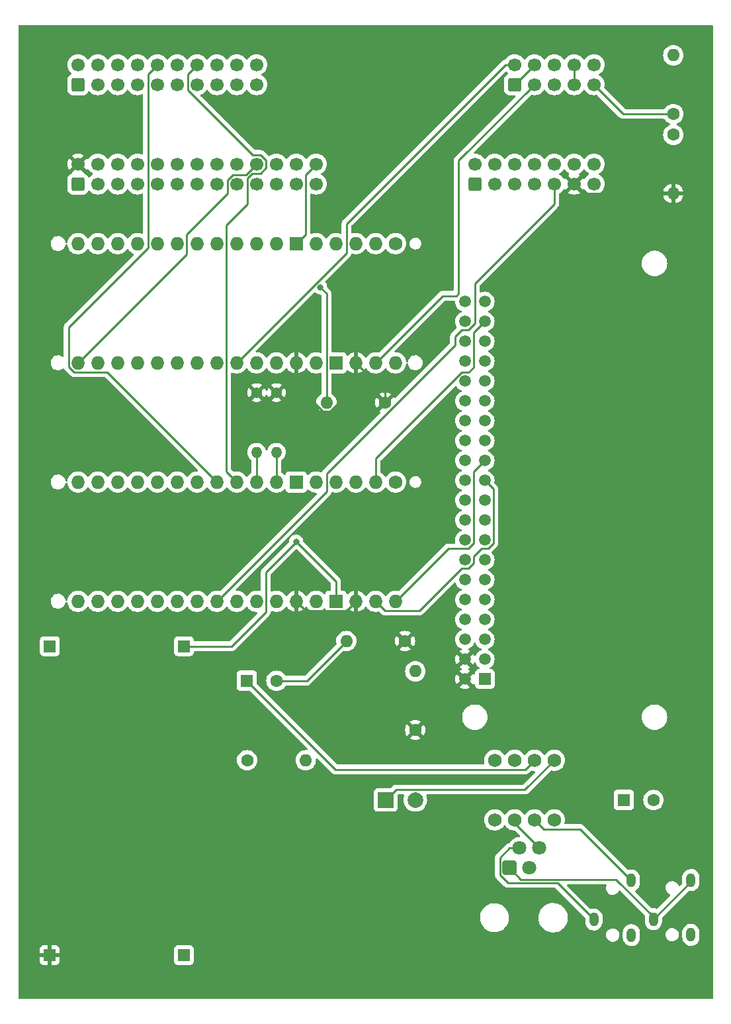
<source format=gbr>
%TF.GenerationSoftware,KiCad,Pcbnew,7.0.9*%
%TF.CreationDate,2024-01-29T19:46:49-08:00*%
%TF.ProjectId,phonev4,70686f6e-6576-4342-9e6b-696361645f70,rev?*%
%TF.SameCoordinates,Original*%
%TF.FileFunction,Copper,L2,Bot*%
%TF.FilePolarity,Positive*%
%FSLAX46Y46*%
G04 Gerber Fmt 4.6, Leading zero omitted, Abs format (unit mm)*
G04 Created by KiCad (PCBNEW 7.0.9) date 2024-01-29 19:46:49*
%MOMM*%
%LPD*%
G01*
G04 APERTURE LIST*
G04 Aperture macros list*
%AMRoundRect*
0 Rectangle with rounded corners*
0 $1 Rounding radius*
0 $2 $3 $4 $5 $6 $7 $8 $9 X,Y pos of 4 corners*
0 Add a 4 corners polygon primitive as box body*
4,1,4,$2,$3,$4,$5,$6,$7,$8,$9,$2,$3,0*
0 Add four circle primitives for the rounded corners*
1,1,$1+$1,$2,$3*
1,1,$1+$1,$4,$5*
1,1,$1+$1,$6,$7*
1,1,$1+$1,$8,$9*
0 Add four rect primitives between the rounded corners*
20,1,$1+$1,$2,$3,$4,$5,0*
20,1,$1+$1,$4,$5,$6,$7,0*
20,1,$1+$1,$6,$7,$8,$9,0*
20,1,$1+$1,$8,$9,$2,$3,0*%
G04 Aperture macros list end*
%TA.AperFunction,ComponentPad*%
%ADD10C,1.727200*%
%TD*%
%TA.AperFunction,ComponentPad*%
%ADD11RoundRect,0.250000X0.600000X-0.600000X0.600000X0.600000X-0.600000X0.600000X-0.600000X-0.600000X0*%
%TD*%
%TA.AperFunction,ComponentPad*%
%ADD12C,1.700000*%
%TD*%
%TA.AperFunction,ComponentPad*%
%ADD13C,1.600000*%
%TD*%
%TA.AperFunction,ComponentPad*%
%ADD14O,1.600000X1.600000*%
%TD*%
%TA.AperFunction,ComponentPad*%
%ADD15R,1.600000X1.600000*%
%TD*%
%TA.AperFunction,ComponentPad*%
%ADD16O,1.200000X1.800000*%
%TD*%
%TA.AperFunction,ComponentPad*%
%ADD17R,1.508000X1.508000*%
%TD*%
%TA.AperFunction,ComponentPad*%
%ADD18C,1.508000*%
%TD*%
%TA.AperFunction,ComponentPad*%
%ADD19R,2.000000X2.000000*%
%TD*%
%TA.AperFunction,ComponentPad*%
%ADD20C,2.000000*%
%TD*%
%TA.AperFunction,ComponentPad*%
%ADD21O,1.727200X1.727200*%
%TD*%
%TA.AperFunction,ComponentPad*%
%ADD22R,1.727200X1.727200*%
%TD*%
%TA.AperFunction,ComponentPad*%
%ADD23C,1.400000*%
%TD*%
%TA.AperFunction,ComponentPad*%
%ADD24O,1.400000X1.400000*%
%TD*%
%TA.AperFunction,ComponentPad*%
%ADD25RoundRect,0.250000X-0.650000X-0.650000X0.650000X-0.650000X0.650000X0.650000X-0.650000X0.650000X0*%
%TD*%
%TA.AperFunction,ComponentPad*%
%ADD26C,1.800000*%
%TD*%
%TA.AperFunction,ComponentPad*%
%ADD27R,1.524000X1.524000*%
%TD*%
%TA.AperFunction,ViaPad*%
%ADD28C,0.800000*%
%TD*%
%TA.AperFunction,Conductor*%
%ADD29C,0.250000*%
%TD*%
G04 APERTURE END LIST*
D10*
%TO.P,U2,1,GAIN*%
%TO.N,unconnected-(U2-GAIN-Pad1)*%
X172720000Y-96520000D03*
%TO.P,U2,2,-*%
%TO.N,gnd*%
X175260000Y-96520000D03*
%TO.P,U2,3,+*%
%TO.N,speaker_front_pre+*%
X177800000Y-96520000D03*
%TO.P,U2,4,GND*%
%TO.N,gnd*%
X180340000Y-96520000D03*
%TO.P,U2,5*%
%TO.N,Net-(C3-Pad1)*%
X180340000Y-88900000D03*
%TO.P,U2,6,V+*%
%TO.N,12v*%
X177800000Y-88900000D03*
%TO.P,U2,7,BYPASS*%
%TO.N,Net-(U2-BYPASS)*%
X175260000Y-88900000D03*
%TO.P,U2,8,GAIN*%
%TO.N,unconnected-(U2-GAIN-Pad8)*%
X172720000Y-88900000D03*
%TD*%
D11*
%TO.P,J3,1,Pin_1*%
%TO.N,disp_d7*%
X119380000Y-15240000D03*
D12*
%TO.P,J3,2,Pin_2*%
%TO.N,5v*%
X119380000Y-12700000D03*
%TO.P,J3,3,Pin_3*%
%TO.N,disp_d6*%
X121920000Y-15240000D03*
%TO.P,J3,4,Pin_4*%
%TO.N,unconnected-(J3-Pin_4-Pad4)*%
X121920000Y-12700000D03*
%TO.P,J3,5,Pin_5*%
%TO.N,disp_d5*%
X124460000Y-15240000D03*
%TO.P,J3,6,Pin_6*%
%TO.N,unconnected-(J3-Pin_6-Pad6)*%
X124460000Y-12700000D03*
%TO.P,J3,7,Pin_7*%
%TO.N,disp_d4*%
X127000000Y-15240000D03*
%TO.P,J3,8,Pin_8*%
%TO.N,unconnected-(J3-Pin_8-Pad8)*%
X127000000Y-12700000D03*
%TO.P,J3,9,Pin_9*%
%TO.N,disp_d3*%
X129540000Y-15240000D03*
%TO.P,J3,10,Pin_10*%
%TO.N,unconnected-(J3-Pin_10-Pad10)*%
X129540000Y-12700000D03*
%TO.P,J3,11,Pin_11*%
%TO.N,disp_d2*%
X132080000Y-15240000D03*
%TO.P,J3,12,Pin_12*%
%TO.N,unconnected-(J3-Pin_12-Pad12)*%
X132080000Y-12700000D03*
%TO.P,J3,13,Pin_13*%
%TO.N,disp_d1*%
X134620000Y-15240000D03*
%TO.P,J3,14,Pin_14*%
%TO.N,unconnected-(J3-Pin_14-Pad14)*%
X134620000Y-12700000D03*
%TO.P,J3,15,Pin_15*%
%TO.N,disp_d0*%
X137160000Y-15240000D03*
%TO.P,J3,16,Pin_16*%
%TO.N,unconnected-(J3-Pin_16-Pad16)*%
X137160000Y-12700000D03*
%TO.P,J3,17,Pin_17*%
%TO.N,disp_x1*%
X139700000Y-15240000D03*
%TO.P,J3,18,Pin_18*%
%TO.N,unconnected-(J3-Pin_18-Pad18)*%
X139700000Y-12700000D03*
%TO.P,J3,19,Pin_19*%
%TO.N,disp_x2*%
X142240000Y-15240000D03*
%TO.P,J3,20,Pin_20*%
%TO.N,disp_x6*%
X142240000Y-12700000D03*
%TO.P,J3,21,Pin_21*%
%TO.N,disp_x3*%
X144780000Y-15240000D03*
%TO.P,J3,22,Pin_22*%
%TO.N,unconnected-(J3-Pin_22-Pad22)*%
X144780000Y-12700000D03*
%TO.P,J3,23,Pin_23*%
%TO.N,disp_x4*%
X147320000Y-15240000D03*
%TO.P,J3,24,Pin_24*%
%TO.N,unconnected-(J3-Pin_24-Pad24)*%
X147320000Y-12700000D03*
%TO.P,J3,25,Pin_25*%
%TO.N,disp_x5*%
X149860000Y-15240000D03*
%TO.P,J3,26,Pin_26*%
%TO.N,gnd*%
X149860000Y-12700000D03*
%TD*%
D11*
%TO.P,J1,1,Pin_1*%
%TO.N,gnd*%
X175260000Y-2540000D03*
D12*
%TO.P,J1,2,Pin_2*%
%TO.N,coin_tx*%
X175260000Y0D03*
%TO.P,J1,3,Pin_3*%
%TO.N,coin_rx*%
X177800000Y-2540000D03*
%TO.P,J1,4,Pin_4*%
%TO.N,gnd*%
X177800000Y0D03*
%TO.P,J1,5,Pin_5*%
X180340000Y-2540000D03*
%TO.P,J1,6,Pin_6*%
X180340000Y0D03*
%TO.P,J1,7,Pin_7*%
X182880000Y-2540000D03*
%TO.P,J1,8,Pin_8*%
X182880000Y0D03*
%TO.P,J1,9,Pin_9*%
%TO.N,12v*%
X185420000Y-2540000D03*
%TO.P,J1,10,Pin_10*%
%TO.N,coin_reset*%
X185420000Y0D03*
%TD*%
D13*
%TO.P,C-raspi1,1*%
%TO.N,5v*%
X162560000Y-85030000D03*
D14*
%TO.P,C-raspi1,2*%
%TO.N,gnd*%
X162560000Y-77530000D03*
%TD*%
D13*
%TO.P,C-card1,1*%
%TO.N,gnd*%
X195580000Y-8950000D03*
D14*
%TO.P,C-card1,2*%
%TO.N,5v*%
X195580000Y-16450000D03*
%TD*%
D15*
%TO.P,C1,1*%
%TO.N,Net-(U2-BYPASS)*%
X189240000Y-93980000D03*
D13*
%TO.P,C1,2*%
%TO.N,gnd*%
X193040000Y-93980000D03*
%TD*%
%TO.P,C-arduino1,1*%
%TO.N,5v*%
X158690000Y-43180000D03*
D14*
%TO.P,C-arduino1,2*%
%TO.N,gnd*%
X151190000Y-43180000D03*
%TD*%
D11*
%TO.P,J2,1,Pin_1*%
%TO.N,key_col_3*%
X119380000Y-2540000D03*
D12*
%TO.P,J2,2,Pin_2*%
%TO.N,key_col_4*%
X119380000Y0D03*
%TO.P,J2,3,Pin_3*%
%TO.N,key_col_2*%
X121920000Y-2540000D03*
%TO.P,J2,4,Pin_4*%
%TO.N,key_col_5*%
X121920000Y0D03*
%TO.P,J2,5,Pin_5*%
%TO.N,key_col_1*%
X124460000Y-2540000D03*
%TO.P,J2,6,Pin_6*%
%TO.N,key_col_6*%
X124460000Y0D03*
%TO.P,J2,7,Pin_7*%
%TO.N,key_row_1*%
X127000000Y-2540000D03*
%TO.P,J2,8,Pin_8*%
%TO.N,key_col_7*%
X127000000Y0D03*
%TO.P,J2,9,Pin_9*%
%TO.N,key_row_2*%
X129540000Y-2540000D03*
%TO.P,J2,10,Pin_10*%
%TO.N,key_hook_up*%
X129540000Y0D03*
%TO.P,J2,11,Pin_11*%
%TO.N,key_row_3*%
X132080000Y-2540000D03*
%TO.P,J2,12,Pin_12*%
%TO.N,key_hook_common*%
X132080000Y0D03*
%TO.P,J2,13,Pin_13*%
%TO.N,key_row_4*%
X134620000Y-2540000D03*
%TO.P,J2,14,Pin_14*%
%TO.N,key_hook_down*%
X134620000Y0D03*
%TO.P,J2,15,Pin_15*%
%TO.N,unconnected-(J2-Pin_15-Pad15)*%
X137160000Y-2540000D03*
%TO.P,J2,16,Pin_16*%
%TO.N,unconnected-(J2-Pin_16-Pad16)*%
X137160000Y0D03*
%TO.P,J2,17,Pin_17*%
%TO.N,unconnected-(J2-Pin_17-Pad17)*%
X139700000Y-2540000D03*
%TO.P,J2,18,Pin_18*%
%TO.N,unconnected-(J2-Pin_18-Pad18)*%
X139700000Y0D03*
%TO.P,J2,19,Pin_19*%
%TO.N,speaker_front+*%
X142240000Y-2540000D03*
%TO.P,J2,20,Pin_20*%
%TO.N,gnd*%
X142240000Y0D03*
%TD*%
D13*
%TO.P,C-coin1,1*%
%TO.N,12v*%
X195580000Y-6290000D03*
D14*
%TO.P,C-coin1,2*%
%TO.N,gnd*%
X195580000Y1210000D03*
%TD*%
D16*
%TO.P,J5,1,SIG*%
%TO.N,mic+*%
X193040000Y-109220000D03*
%TO.P,J5,2,SHEILD*%
%TO.N,gnd*%
X197840000Y-111220000D03*
%TO.P,J5,3,SW*%
%TO.N,mic+*%
X197840000Y-104220000D03*
%TD*%
D17*
%TO.P,A3,1,3V3[1]*%
%TO.N,unconnected-(A3-3V3[1]-Pad1)*%
X171450000Y-78530000D03*
D18*
%TO.P,A3,2,5V[1]*%
%TO.N,5v*%
X168910000Y-78530000D03*
%TO.P,A3,3,GPIO2/SDA*%
%TO.N,unconnected-(A3-GPIO2{slash}SDA-Pad3)*%
X171450000Y-75990000D03*
%TO.P,A3,4,5V[2]*%
%TO.N,5v*%
X168910000Y-75990000D03*
%TO.P,A3,5,GPIO3/SCL*%
%TO.N,unconnected-(A3-GPIO3{slash}SCL-Pad5)*%
X171450000Y-73450000D03*
%TO.P,A3,6,GND[8]*%
%TO.N,gnd*%
X168910000Y-73450000D03*
%TO.P,A3,7,GPIO4/GPCKL0*%
%TO.N,unconnected-(A3-GPIO4{slash}GPCKL0-Pad7)*%
X171450000Y-70910000D03*
%TO.P,A3,8,TXD0/GPIO14*%
%TO.N,unconnected-(A3-TXD0{slash}GPIO14-Pad8)*%
X168910000Y-70910000D03*
%TO.P,A3,9,GND[1]*%
%TO.N,gnd*%
X171450000Y-68370000D03*
%TO.P,A3,10,RXD0/GPIO15*%
%TO.N,unconnected-(A3-RXD0{slash}GPIO15-Pad10)*%
X168910000Y-68370000D03*
%TO.P,A3,11,GPIO17/GEN0*%
%TO.N,unconnected-(A3-GPIO17{slash}GEN0-Pad11)*%
X171450000Y-65830000D03*
%TO.P,A3,12,GPIO18*%
%TO.N,unconnected-(A3-GPIO18-Pad12)*%
X168910000Y-65830000D03*
%TO.P,A3,13,GPIO27/GEN2*%
%TO.N,unconnected-(A3-GPIO27{slash}GEN2-Pad13)*%
X171450000Y-63290000D03*
%TO.P,A3,14,GND[4]*%
%TO.N,gnd*%
X168910000Y-63290000D03*
%TO.P,A3,15,GPIO22/GEN3*%
%TO.N,unconnected-(A3-GPIO22{slash}GEN3-Pad15)*%
X171450000Y-60750000D03*
%TO.P,A3,16,GEN4/GPIO23*%
%TO.N,unconnected-(A3-GEN4{slash}GPIO23-Pad16)*%
X168910000Y-60750000D03*
%TO.P,A3,17,3V3[2]*%
%TO.N,unconnected-(A3-3V3[2]-Pad17)*%
X171450000Y-58210000D03*
%TO.P,A3,18,GEN5/GPIO24*%
%TO.N,unconnected-(A3-GEN5{slash}GPIO24-Pad18)*%
X168910000Y-58210000D03*
%TO.P,A3,19,GPIO10/MOSI*%
%TO.N,mosi*%
X171450000Y-55670000D03*
%TO.P,A3,20,GND[5]*%
%TO.N,gnd*%
X168910000Y-55670000D03*
%TO.P,A3,21,GPIO9/MISO*%
%TO.N,miso*%
X171450000Y-53130000D03*
%TO.P,A3,22,GEN/6GPIO25*%
%TO.N,unconnected-(A3-GEN{slash}6GPIO25-Pad22)*%
X168910000Y-53130000D03*
%TO.P,A3,23,GPIO11/SCLK*%
%TO.N,sck*%
X171450000Y-50590000D03*
%TO.P,A3,24,~{CE0}/GPIO8*%
%TO.N,unconnected-(A3-~{CE0}{slash}GPIO8-Pad24)*%
X168910000Y-50590000D03*
%TO.P,A3,25,GND[2]*%
%TO.N,gnd*%
X171450000Y-48050000D03*
%TO.P,A3,26,~{CE1}/~{GPIO7}*%
%TO.N,unconnected-(A3-~{CE1}{slash}~{GPIO7}-Pad26)*%
X168910000Y-48050000D03*
%TO.P,A3,27,ID_SD*%
%TO.N,unconnected-(A3-ID_SD-Pad27)*%
X171450000Y-45510000D03*
%TO.P,A3,28,ID_SC*%
%TO.N,unconnected-(A3-ID_SC-Pad28)*%
X168910000Y-45510000D03*
%TO.P,A3,29,GPIO5*%
%TO.N,unconnected-(A3-GPIO5-Pad29)*%
X171450000Y-42970000D03*
%TO.P,A3,30,GND[6]*%
%TO.N,gnd*%
X168910000Y-42970000D03*
%TO.P,A3,31,GPIO6*%
%TO.N,unconnected-(A3-GPIO6-Pad31)*%
X171450000Y-40430000D03*
%TO.P,A3,32,GPIO12*%
%TO.N,unconnected-(A3-GPIO12-Pad32)*%
X168910000Y-40430000D03*
%TO.P,A3,33,GPIO13*%
%TO.N,unconnected-(A3-GPIO13-Pad33)*%
X171450000Y-37890000D03*
%TO.P,A3,34,GND[7]*%
%TO.N,gnd*%
X168910000Y-37890000D03*
%TO.P,A3,35,GPIO19*%
%TO.N,unconnected-(A3-GPIO19-Pad35)*%
X171450000Y-35350000D03*
%TO.P,A3,36,GPIO16*%
%TO.N,unconnected-(A3-GPIO16-Pad36)*%
X168910000Y-35350000D03*
%TO.P,A3,37,GPIO26*%
%TO.N,ss*%
X171450000Y-32810000D03*
%TO.P,A3,38,GPIO20*%
%TO.N,unconnected-(A3-GPIO20-Pad38)*%
X168910000Y-32810000D03*
%TO.P,A3,39,GND[3]*%
%TO.N,gnd*%
X171450000Y-30270000D03*
%TO.P,A3,40,GPIO21*%
%TO.N,unconnected-(A3-GPIO21-Pad40)*%
X168910000Y-30270000D03*
%TD*%
D19*
%TO.P,C3,1*%
%TO.N,Net-(C3-Pad1)*%
X158760000Y-93980000D03*
D20*
%TO.P,C3,2*%
%TO.N,speaker_front+*%
X162560000Y-93980000D03*
%TD*%
D21*
%TO.P,A1,*%
%TO.N,*%
X142240000Y-68580000D03*
X144780000Y-68580000D03*
%TO.P,A1,3V3,3.3V*%
%TO.N,unconnected-(A1-3.3V-Pad3V3)*%
X121920000Y-68580000D03*
%TO.P,A1,5V,5V*%
%TO.N,5v*%
X147320000Y-68580000D03*
%TO.P,A1,A0,A0*%
%TO.N,key_col_5*%
X127000000Y-68580000D03*
%TO.P,A1,A1,A1*%
%TO.N,key_col_6*%
X129540000Y-68580000D03*
%TO.P,A1,A2,A2*%
%TO.N,key_col_7*%
X132080000Y-68580000D03*
%TO.P,A1,A3,A3*%
%TO.N,key_hook_common*%
X134620000Y-68580000D03*
%TO.P,A1,A4,A4*%
%TO.N,mag_cls*%
X137160000Y-68580000D03*
%TO.P,A1,A5,A5*%
%TO.N,unconnected-(A1-PadA5)*%
X139700000Y-68580000D03*
%TO.P,A1,AREF,AREF*%
%TO.N,unconnected-(A1-PadAREF)*%
X124460000Y-68580000D03*
%TO.P,A1,D0,D0/RX*%
%TO.N,mag_rdt*%
X152400000Y-53340000D03*
%TO.P,A1,D1,D1/TX*%
%TO.N,mag_rcl*%
X154940000Y-53340000D03*
%TO.P,A1,D2,D2/SDA*%
%TO.N,sda*%
X144780000Y-53340000D03*
%TO.P,A1,D3,D3/SCL*%
%TO.N,scl*%
X142240000Y-53340000D03*
%TO.P,A1,D4,D4*%
%TO.N,key_hook_down*%
X139700000Y-53340000D03*
%TO.P,A1,D5,D5*%
%TO.N,key_hook_up*%
X137160000Y-53340000D03*
%TO.P,A1,D6,D6*%
%TO.N,key_row_4*%
X134620000Y-53340000D03*
%TO.P,A1,D7,D7_INT4*%
%TO.N,key_row_3*%
X132080000Y-53340000D03*
%TO.P,A1,D8,D8*%
%TO.N,key_row_2*%
X129540000Y-53340000D03*
%TO.P,A1,D9,D9*%
%TO.N,key_row_1*%
X127000000Y-53340000D03*
%TO.P,A1,D10,D10*%
%TO.N,key_col_1*%
X124460000Y-53340000D03*
%TO.P,A1,D11,D11*%
%TO.N,key_col_2*%
X121920000Y-53340000D03*
%TO.P,A1,D12,D12*%
%TO.N,key_col_3*%
X119380000Y-53340000D03*
%TO.P,A1,D13,D13*%
%TO.N,key_col_4*%
X119380000Y-68580000D03*
D22*
%TO.P,A1,GND1,GND*%
%TO.N,gnd*%
X152400000Y-68580000D03*
%TO.P,A1,GND2,GND*%
X147320000Y-53340000D03*
D21*
%TO.P,A1,MISO,SPI_MISO*%
%TO.N,miso*%
X157480000Y-68580000D03*
D10*
%TO.P,A1,MOSI,SPI_MOSI*%
%TO.N,mosi*%
X160020000Y-53340000D03*
D21*
%TO.P,A1,RST1,RESET*%
%TO.N,unconnected-(A1-RESET-PadRST1)*%
X149860000Y-68580000D03*
%TO.P,A1,RST2,RESET*%
%TO.N,unconnected-(A1-RESET-PadRST2)*%
X149860000Y-53340000D03*
%TO.P,A1,SCK,SPI_SCK*%
%TO.N,sck*%
X160020000Y-68580000D03*
%TO.P,A1,SS,SPI_CS*%
%TO.N,ss*%
X157480000Y-53340000D03*
%TO.P,A1,VIN,VIN*%
%TO.N,5v*%
X154940000Y-68580000D03*
%TD*%
D11*
%TO.P,J6,1,Pin_1*%
%TO.N,unconnected-(J6-Pin_1-Pad1)*%
X170180000Y-15240000D03*
D12*
%TO.P,J6,2,Pin_2*%
%TO.N,gnd*%
X170180000Y-12700000D03*
%TO.P,J6,3,Pin_3*%
%TO.N,unconnected-(J6-Pin_3-Pad3)*%
X172720000Y-15240000D03*
%TO.P,J6,4,Pin_4*%
%TO.N,mag_rdt*%
X172720000Y-12700000D03*
%TO.P,J6,5,Pin_5*%
%TO.N,unconnected-(J6-Pin_5-Pad5)*%
X175260000Y-15240000D03*
%TO.P,J6,6,Pin_6*%
%TO.N,mag_rcl*%
X175260000Y-12700000D03*
%TO.P,J6,7,Pin_7*%
%TO.N,unconnected-(J6-Pin_7-Pad7)*%
X177800000Y-15240000D03*
%TO.P,J6,8,Pin_8*%
%TO.N,unconnected-(J6-Pin_8-Pad8)*%
X177800000Y-12700000D03*
%TO.P,J6,9,Pin_9*%
%TO.N,mag_cls*%
X180340000Y-15240000D03*
%TO.P,J6,10,Pin_10*%
%TO.N,unconnected-(J6-Pin_10-Pad10)*%
X180340000Y-12700000D03*
%TO.P,J6,11,Pin_11*%
%TO.N,5v*%
X182880000Y-15240000D03*
%TO.P,J6,12,Pin_12*%
%TO.N,card_seated*%
X182880000Y-12700000D03*
%TO.P,J6,13,Pin_13*%
%TO.N,unconnected-(J6-Pin_13-Pad13)*%
X185420000Y-15240000D03*
%TO.P,J6,14,Pin_14*%
%TO.N,unconnected-(J6-Pin_14-Pad14)*%
X185420000Y-12700000D03*
%TD*%
D21*
%TO.P,A2,*%
%TO.N,*%
X142240000Y-38100000D03*
X144780000Y-38100000D03*
%TO.P,A2,3V3,3.3V*%
%TO.N,unconnected-(A2-3.3V-Pad3V3)*%
X121920000Y-38100000D03*
%TO.P,A2,5V,5V*%
%TO.N,5v*%
X147320000Y-38100000D03*
%TO.P,A2,A0,A0*%
%TO.N,unconnected-(A2-PadA0)*%
X127000000Y-38100000D03*
%TO.P,A2,A1,A1*%
%TO.N,unconnected-(A2-PadA1)*%
X129540000Y-38100000D03*
%TO.P,A2,A2,A2*%
%TO.N,unconnected-(A2-PadA2)*%
X132080000Y-38100000D03*
%TO.P,A2,A3,A3*%
%TO.N,unconnected-(A2-PadA3)*%
X134620000Y-38100000D03*
%TO.P,A2,A4,A4*%
%TO.N,unconnected-(A2-PadA4)*%
X137160000Y-38100000D03*
%TO.P,A2,A5,A5*%
%TO.N,coin_tx*%
X139700000Y-38100000D03*
%TO.P,A2,AREF,AREF*%
%TO.N,unconnected-(A2-PadAREF)*%
X124460000Y-38100000D03*
%TO.P,A2,D0,D0/RX*%
%TO.N,disp_x2*%
X152400000Y-22860000D03*
%TO.P,A2,D1,D1/TX*%
%TO.N,disp_x3*%
X154940000Y-22860000D03*
%TO.P,A2,D2,D2/SDA*%
%TO.N,sda*%
X144780000Y-22860000D03*
%TO.P,A2,D3,D3/SCL*%
%TO.N,scl*%
X142240000Y-22860000D03*
%TO.P,A2,D4,D4*%
%TO.N,disp_x1*%
X139700000Y-22860000D03*
%TO.P,A2,D5,D5*%
%TO.N,disp_d0*%
X137160000Y-22860000D03*
%TO.P,A2,D6,D6*%
%TO.N,disp_d1*%
X134620000Y-22860000D03*
%TO.P,A2,D7,D7_INT4*%
%TO.N,disp_d2*%
X132080000Y-22860000D03*
%TO.P,A2,D8,D8*%
%TO.N,disp_d3*%
X129540000Y-22860000D03*
%TO.P,A2,D9,D9*%
%TO.N,disp_d4*%
X127000000Y-22860000D03*
%TO.P,A2,D10,D10*%
%TO.N,disp_d5*%
X124460000Y-22860000D03*
%TO.P,A2,D11,D11*%
%TO.N,disp_d6*%
X121920000Y-22860000D03*
%TO.P,A2,D12,D12*%
%TO.N,disp_d7*%
X119380000Y-22860000D03*
%TO.P,A2,D13,D13*%
%TO.N,disp_x6*%
X119380000Y-38100000D03*
D22*
%TO.P,A2,GND1,GND*%
%TO.N,gnd*%
X152400000Y-38100000D03*
%TO.P,A2,GND2,GND*%
X147320000Y-22860000D03*
D21*
%TO.P,A2,MISO,SPI_MISO*%
%TO.N,coin_rx*%
X157480000Y-38100000D03*
D10*
%TO.P,A2,MOSI,SPI_MOSI*%
%TO.N,disp_x5*%
X160020000Y-22860000D03*
D21*
%TO.P,A2,RST1,RESET*%
%TO.N,unconnected-(A2-RESET-PadRST1)*%
X149860000Y-38100000D03*
%TO.P,A2,RST2,RESET*%
%TO.N,unconnected-(A2-RESET-PadRST2)*%
X149860000Y-22860000D03*
%TO.P,A2,SCK,SPI_SCK*%
%TO.N,coin_reset*%
X160020000Y-38100000D03*
%TO.P,A2,SS,SPI_CS*%
%TO.N,disp_x4*%
X157480000Y-22860000D03*
%TO.P,A2,VIN,VIN*%
%TO.N,5v*%
X154940000Y-38100000D03*
%TD*%
D23*
%TO.P,R1,1*%
%TO.N,5v*%
X144780000Y-41910000D03*
D24*
%TO.P,R1,2*%
%TO.N,sda*%
X144780000Y-49530000D03*
%TD*%
D13*
%TO.P,C4,1*%
%TO.N,gnd*%
X141030000Y-88900000D03*
D14*
%TO.P,C4,2*%
%TO.N,speaker_front_pre+*%
X148530000Y-88900000D03*
%TD*%
D25*
%TO.P,J4,1*%
%TO.N,mic+*%
X174610000Y-102680000D03*
D26*
%TO.P,J4,2*%
%TO.N,speaker_receiver+*%
X175880000Y-100140000D03*
%TO.P,J4,3*%
%TO.N,gnd*%
X177150000Y-102680000D03*
%TO.P,J4,4*%
X178420000Y-100140000D03*
%TD*%
D23*
%TO.P,R2,1*%
%TO.N,5v*%
X142240000Y-41910000D03*
D24*
%TO.P,R2,2*%
%TO.N,scl*%
X142240000Y-49530000D03*
%TD*%
D16*
%TO.P,J7,1,SIG*%
%TO.N,speaker_receiver+*%
X185420000Y-109260000D03*
%TO.P,J7,2,SHEILD*%
%TO.N,gnd*%
X190220000Y-111260000D03*
%TO.P,J7,3,SW*%
%TO.N,speaker_front_pre+*%
X190220000Y-104260000D03*
%TD*%
D13*
%TO.P,C-arduino-display1,1*%
%TO.N,5v*%
X161230000Y-73660000D03*
D14*
%TO.P,C-arduino-display1,2*%
%TO.N,gnd*%
X153730000Y-73660000D03*
%TD*%
D27*
%TO.P,U1,1,IN+*%
%TO.N,5v*%
X115761900Y-113803300D03*
%TO.P,U1,2,IN-*%
%TO.N,gnd*%
X132932300Y-113803300D03*
%TO.P,U1,3,OUT-*%
X132932300Y-74331700D03*
%TO.P,U1,4,OUT+*%
%TO.N,12v*%
X115787300Y-74331700D03*
%TD*%
D15*
%TO.P,C2,1*%
%TO.N,12v*%
X140980000Y-78740000D03*
D13*
%TO.P,C2,2*%
%TO.N,gnd*%
X144780000Y-78740000D03*
%TD*%
D28*
%TO.N,gnd*%
X147320000Y-60960000D03*
X150372300Y-28452300D03*
%TD*%
D29*
%TO.N,5v*%
X147320000Y-68580000D02*
X148508600Y-69768600D01*
X148508600Y-69768600D02*
X153751400Y-69768600D01*
X153751400Y-69768600D02*
X154940000Y-68580000D01*
%TO.N,gnd*%
X152400000Y-68580000D02*
X152400000Y-66040000D01*
X152400000Y-66040000D02*
X147320000Y-60960000D01*
%TO.N,5v*%
X154940000Y-41020991D02*
X154940000Y-38100000D01*
X158690000Y-43180000D02*
X158690000Y-41850000D01*
X147320000Y-38100000D02*
X147320000Y-40900991D01*
X182880000Y-15240000D02*
X184090000Y-16450000D01*
X147320000Y-40900991D02*
X150724009Y-44305000D01*
X150724009Y-44305000D02*
X151655991Y-44305000D01*
X151655991Y-44305000D02*
X154940000Y-41020991D01*
X184090000Y-16450000D02*
X195580000Y-16450000D01*
X158690000Y-41850000D02*
X154940000Y-38100000D01*
%TO.N,mag_cls*%
X151211400Y-52249591D02*
X167640000Y-35820991D01*
X167640000Y-35820991D02*
X167640000Y-34712063D01*
X170180000Y-33065937D02*
X170180000Y-27940000D01*
X168463063Y-33889000D02*
X169356937Y-33889000D01*
X170180000Y-27940000D02*
X180340000Y-17780000D01*
X180340000Y-17780000D02*
X180340000Y-15240000D01*
X169356937Y-33889000D02*
X170180000Y-33065937D01*
X137160000Y-68580000D02*
X151211400Y-54528600D01*
X167640000Y-34712063D02*
X168463063Y-33889000D01*
X151211400Y-54528600D02*
X151211400Y-52249591D01*
%TO.N,miso*%
X163063463Y-69768600D02*
X158668600Y-69768600D01*
X168463063Y-64369000D02*
X163063463Y-69768600D01*
X169989000Y-63736937D02*
X169356937Y-64369000D01*
X171450000Y-53130000D02*
X172529000Y-54209000D01*
X169356937Y-64369000D02*
X168463063Y-64369000D01*
X172529000Y-61196937D02*
X171896937Y-61829000D01*
X171896937Y-61829000D02*
X171003063Y-61829000D01*
X169989000Y-62843063D02*
X169989000Y-63736937D01*
X171003063Y-61829000D02*
X169989000Y-62843063D01*
X158668600Y-69768600D02*
X157480000Y-68580000D01*
X172529000Y-54209000D02*
X172529000Y-61196937D01*
%TO.N,sck*%
X169989000Y-61196937D02*
X169356937Y-61829000D01*
X171450000Y-50590000D02*
X169989000Y-52051000D01*
X169356937Y-61829000D02*
X166771000Y-61829000D01*
X169989000Y-52051000D02*
X169989000Y-61196937D01*
X166771000Y-61829000D02*
X160020000Y-68580000D01*
%TO.N,ss*%
X169989000Y-34271000D02*
X171450000Y-32810000D01*
X157480000Y-50334063D02*
X168463063Y-39351000D01*
X157480000Y-53340000D02*
X157480000Y-50334063D01*
X168463063Y-39351000D02*
X169356937Y-39351000D01*
X169356937Y-39351000D02*
X169989000Y-38718937D01*
X169989000Y-38718937D02*
X169989000Y-34271000D01*
%TO.N,sda*%
X144780000Y-49530000D02*
X144780000Y-53340000D01*
%TO.N,scl*%
X142240000Y-49530000D02*
X142240000Y-53340000D01*
%TO.N,disp_x6*%
X142240000Y-12700000D02*
X140875000Y-14065000D01*
X138525000Y-14753299D02*
X138525000Y-16415000D01*
X133268600Y-24211400D02*
X119380000Y-38100000D01*
X139213299Y-14065000D02*
X138525000Y-14753299D01*
X138525000Y-16415000D02*
X133268600Y-21671400D01*
X140875000Y-14065000D02*
X139213299Y-14065000D01*
X133268600Y-21671400D02*
X133268600Y-24211400D01*
%TO.N,mic+*%
X193040000Y-108920000D02*
X188260000Y-104140000D01*
X197840000Y-104220000D02*
X197840000Y-104420000D01*
X193040000Y-109220000D02*
X193040000Y-108920000D01*
X197840000Y-104420000D02*
X193040000Y-109220000D01*
X188260000Y-104140000D02*
X176070000Y-104140000D01*
X176070000Y-104140000D02*
X174610000Y-102680000D01*
%TO.N,speaker_receiver+*%
X173385000Y-103575100D02*
X173385000Y-101362208D01*
X185420000Y-109260000D02*
X180750000Y-104590000D01*
X173385000Y-101362208D02*
X174607208Y-100140000D01*
X174607208Y-100140000D02*
X175880000Y-100140000D01*
X180750000Y-104590000D02*
X174399900Y-104590000D01*
X174399900Y-104590000D02*
X173385000Y-103575100D01*
%TO.N,key_hook_down*%
X138348600Y-51988600D02*
X139700000Y-53340000D01*
X141701396Y-13875000D02*
X141061396Y-14515000D01*
X133445000Y-1175000D02*
X133445000Y-3216701D01*
X134620000Y0D02*
X133445000Y-1175000D01*
X143415000Y-13186701D02*
X142726701Y-13875000D01*
X142726701Y-13875000D02*
X141701396Y-13875000D01*
X141753299Y-11525000D02*
X142726701Y-11525000D01*
X138348600Y-20482800D02*
X138348600Y-51988600D01*
X141061396Y-14515000D02*
X141061396Y-17770004D01*
X142726701Y-11525000D02*
X143415000Y-12213299D01*
X133445000Y-3216701D02*
X141753299Y-11525000D01*
X143415000Y-12213299D02*
X143415000Y-13186701D01*
X141061396Y-17770004D02*
X138348600Y-20482800D01*
%TO.N,key_hook_up*%
X118887665Y-39288600D02*
X118191400Y-38592335D01*
X118191400Y-33512335D02*
X128351400Y-23352335D01*
X137160000Y-53340000D02*
X123108600Y-39288600D01*
X118191400Y-38592335D02*
X118191400Y-33512335D01*
X128351400Y-23352335D02*
X128351400Y-1188600D01*
X128351400Y-1188600D02*
X129540000Y0D01*
X123108600Y-39288600D02*
X118887665Y-39288600D01*
%TO.N,gnd*%
X182880000Y-2540000D02*
X182880000Y0D01*
X175260000Y-96980000D02*
X175260000Y-96520000D01*
X147320000Y-60960000D02*
X143428600Y-64851400D01*
X139028300Y-74331700D02*
X132932300Y-74331700D01*
X148650000Y-78740000D02*
X153730000Y-73660000D01*
X148495000Y-21685000D02*
X148495000Y-14065000D01*
X151190000Y-43180000D02*
X151190000Y-29270000D01*
X143428600Y-69931400D02*
X139028300Y-74331700D01*
X178420000Y-100140000D02*
X175260000Y-96980000D01*
X148495000Y-14065000D02*
X149860000Y-12700000D01*
X143428600Y-64851400D02*
X143428600Y-69931400D01*
X144780000Y-78740000D02*
X148650000Y-78740000D01*
X151190000Y-29270000D02*
X150372300Y-28452300D01*
X147320000Y-22860000D02*
X148495000Y-21685000D01*
X175260000Y-2540000D02*
X177800000Y0D01*
%TO.N,12v*%
X152328600Y-90088600D02*
X140980000Y-78740000D01*
X189170000Y-6290000D02*
X185420000Y-2540000D01*
X177800000Y-88900000D02*
X176611400Y-90088600D01*
X195580000Y-6290000D02*
X189170000Y-6290000D01*
X176611400Y-90088600D02*
X152328600Y-90088600D01*
%TO.N,coin_tx*%
X175260000Y0D02*
X174057919Y0D01*
X153751400Y-20306519D02*
X153751400Y-24048600D01*
X174057919Y0D02*
X153751400Y-20306519D01*
X153751400Y-24048600D02*
X139700000Y-38100000D01*
%TO.N,coin_rx*%
X177800000Y-2540000D02*
X168090000Y-12250000D01*
X168090000Y-29271396D02*
X167826396Y-29535000D01*
X166045000Y-29535000D02*
X157480000Y-38100000D01*
X167826396Y-29535000D02*
X166045000Y-29535000D01*
X168090000Y-12250000D02*
X168090000Y-29271396D01*
%TO.N,speaker_front_pre+*%
X183668600Y-97708600D02*
X178988600Y-97708600D01*
X190220000Y-104260000D02*
X183668600Y-97708600D01*
X178988600Y-97708600D02*
X177800000Y-96520000D01*
%TO.N,Net-(C3-Pad1)*%
X160085000Y-92655000D02*
X176585000Y-92655000D01*
X158760000Y-93980000D02*
X160085000Y-92655000D01*
X176585000Y-92655000D02*
X180340000Y-88900000D01*
%TD*%
%TA.AperFunction,Conductor*%
%TO.N,5v*%
G36*
X169955996Y-76682443D02*
G01*
X170000146Y-76619390D01*
X170067342Y-76475289D01*
X170113514Y-76422849D01*
X170180707Y-76403697D01*
X170247589Y-76423913D01*
X170292106Y-76475288D01*
X170359421Y-76619646D01*
X170359423Y-76619650D01*
X170485322Y-76799452D01*
X170485327Y-76799458D01*
X170640541Y-76954672D01*
X170640547Y-76954677D01*
X170776576Y-77049925D01*
X170820201Y-77104502D01*
X170827395Y-77174000D01*
X170795872Y-77236355D01*
X170735643Y-77271769D01*
X170705455Y-77275500D01*
X170648130Y-77275500D01*
X170648123Y-77275501D01*
X170588516Y-77281908D01*
X170453671Y-77332202D01*
X170453664Y-77332206D01*
X170338455Y-77418452D01*
X170338452Y-77418455D01*
X170252206Y-77533664D01*
X170252202Y-77533671D01*
X170201908Y-77668517D01*
X170198774Y-77697671D01*
X170195501Y-77728123D01*
X170195500Y-77728135D01*
X170195500Y-77786324D01*
X170175815Y-77853363D01*
X170123011Y-77899118D01*
X170053853Y-77909062D01*
X169990297Y-77880037D01*
X169969925Y-77857447D01*
X169955997Y-77837556D01*
X169955996Y-77837555D01*
X169393076Y-78400475D01*
X169369493Y-78320156D01*
X169291761Y-78199202D01*
X169183100Y-78105048D01*
X169052315Y-78045320D01*
X169042533Y-78043913D01*
X169602443Y-77484003D01*
X169602442Y-77484002D01*
X169539395Y-77439856D01*
X169539393Y-77439855D01*
X169394697Y-77372382D01*
X169342258Y-77326210D01*
X169323106Y-77259016D01*
X169343322Y-77192135D01*
X169394697Y-77147618D01*
X169539392Y-77080145D01*
X169602443Y-77035996D01*
X169042534Y-76476086D01*
X169052315Y-76474680D01*
X169183100Y-76414952D01*
X169291761Y-76320798D01*
X169369493Y-76199844D01*
X169393076Y-76119523D01*
X169955996Y-76682443D01*
G37*
%TD.AperFunction*%
%TA.AperFunction,Conductor*%
G36*
X170247864Y-73884502D02*
G01*
X170292381Y-73935878D01*
X170316519Y-73987641D01*
X170359419Y-74079642D01*
X170359423Y-74079650D01*
X170485322Y-74259452D01*
X170485327Y-74259458D01*
X170640541Y-74414672D01*
X170640547Y-74414677D01*
X170820349Y-74540576D01*
X170820351Y-74540577D01*
X170820354Y-74540579D01*
X170904963Y-74580032D01*
X170964120Y-74607618D01*
X171016560Y-74653790D01*
X171035712Y-74720983D01*
X171015496Y-74787865D01*
X170964120Y-74832382D01*
X170820357Y-74899419D01*
X170820349Y-74899423D01*
X170640547Y-75025322D01*
X170640541Y-75025327D01*
X170485327Y-75180541D01*
X170485322Y-75180547D01*
X170359423Y-75360349D01*
X170359421Y-75360353D01*
X170292106Y-75504711D01*
X170245933Y-75557150D01*
X170178740Y-75576302D01*
X170111859Y-75556086D01*
X170067342Y-75504711D01*
X170000144Y-75360606D01*
X170000143Y-75360604D01*
X169955996Y-75297556D01*
X169955996Y-75297555D01*
X169393076Y-75860475D01*
X169369493Y-75780156D01*
X169291761Y-75659202D01*
X169183100Y-75565048D01*
X169052315Y-75505320D01*
X169042533Y-75503913D01*
X169602443Y-74944003D01*
X169602442Y-74944002D01*
X169539395Y-74899856D01*
X169539393Y-74899855D01*
X169395288Y-74832657D01*
X169342849Y-74786484D01*
X169323697Y-74719291D01*
X169343913Y-74652409D01*
X169395288Y-74607893D01*
X169539646Y-74540579D01*
X169719457Y-74414674D01*
X169874674Y-74259457D01*
X170000579Y-74079646D01*
X170067618Y-73935878D01*
X170113790Y-73883439D01*
X170180983Y-73864287D01*
X170247864Y-73884502D01*
G37*
%TD.AperFunction*%
%TA.AperFunction,Conductor*%
G36*
X147363334Y-61903770D02*
G01*
X147407681Y-61932271D01*
X151738181Y-66262771D01*
X151771666Y-66324094D01*
X151774500Y-66350452D01*
X151774500Y-67091900D01*
X151754815Y-67158939D01*
X151702011Y-67204694D01*
X151650501Y-67215900D01*
X151488530Y-67215900D01*
X151488523Y-67215901D01*
X151428916Y-67222308D01*
X151294071Y-67272602D01*
X151294064Y-67272606D01*
X151178855Y-67358852D01*
X151178852Y-67358855D01*
X151092606Y-67474064D01*
X151092603Y-67474069D01*
X151048845Y-67591391D01*
X151006973Y-67647324D01*
X150941509Y-67671741D01*
X150873236Y-67656889D01*
X150841434Y-67632040D01*
X150787049Y-67572963D01*
X150787048Y-67572962D01*
X150787046Y-67572960D01*
X150608649Y-67434107D01*
X150555468Y-67405327D01*
X150409832Y-67326512D01*
X150409827Y-67326510D01*
X150196017Y-67253109D01*
X150011434Y-67222308D01*
X149973033Y-67215900D01*
X149746967Y-67215900D01*
X149708566Y-67222308D01*
X149523982Y-67253109D01*
X149310172Y-67326510D01*
X149310167Y-67326512D01*
X149111352Y-67434106D01*
X148932955Y-67572959D01*
X148932950Y-67572963D01*
X148779850Y-67739272D01*
X148779842Y-67739283D01*
X148693509Y-67871425D01*
X148640363Y-67916782D01*
X148571131Y-67926205D01*
X148507796Y-67896702D01*
X148485892Y-67871424D01*
X148399759Y-67739587D01*
X148246715Y-67573338D01*
X148246703Y-67573327D01*
X148068376Y-67434529D01*
X147869630Y-67326972D01*
X147869624Y-67326970D01*
X147655893Y-67253596D01*
X147570000Y-67239263D01*
X147570000Y-68135702D01*
X147464592Y-68087565D01*
X147356334Y-68072000D01*
X147283666Y-68072000D01*
X147175408Y-68087565D01*
X147070000Y-68135702D01*
X147070000Y-67239263D01*
X147069999Y-67239263D01*
X146984106Y-67253596D01*
X146770375Y-67326970D01*
X146770369Y-67326972D01*
X146571623Y-67434529D01*
X146393296Y-67573327D01*
X146393284Y-67573338D01*
X146240240Y-67739588D01*
X146240238Y-67739590D01*
X146154106Y-67871425D01*
X146100960Y-67916781D01*
X146031729Y-67926205D01*
X145968393Y-67896703D01*
X145946493Y-67871430D01*
X145860156Y-67739281D01*
X145860149Y-67739274D01*
X145860149Y-67739272D01*
X145707049Y-67572963D01*
X145707048Y-67572962D01*
X145707046Y-67572960D01*
X145528649Y-67434107D01*
X145475468Y-67405327D01*
X145329832Y-67326512D01*
X145329827Y-67326510D01*
X145116017Y-67253109D01*
X144931434Y-67222308D01*
X144893033Y-67215900D01*
X144666967Y-67215900D01*
X144628566Y-67222308D01*
X144443982Y-67253109D01*
X144230163Y-67326513D01*
X144227894Y-67327509D01*
X144226889Y-67327637D01*
X144225319Y-67328177D01*
X144225208Y-67327853D01*
X144158593Y-67336402D01*
X144095485Y-67306416D01*
X144058606Y-67247071D01*
X144054100Y-67213946D01*
X144054100Y-65161852D01*
X144073785Y-65094813D01*
X144090419Y-65074171D01*
X147232319Y-61932271D01*
X147293642Y-61898786D01*
X147363334Y-61903770D01*
G37*
%TD.AperFunction*%
%TA.AperFunction,Conductor*%
G36*
X167771640Y-41029525D02*
G01*
X167827573Y-41071397D01*
X167829881Y-41074584D01*
X167945322Y-41239452D01*
X167945327Y-41239458D01*
X168100541Y-41394672D01*
X168100547Y-41394677D01*
X168280349Y-41520576D01*
X168280351Y-41520577D01*
X168280354Y-41520579D01*
X168357274Y-41556447D01*
X168424120Y-41587618D01*
X168476560Y-41633790D01*
X168495712Y-41700983D01*
X168475496Y-41767865D01*
X168424120Y-41812382D01*
X168280357Y-41879419D01*
X168280349Y-41879423D01*
X168100547Y-42005322D01*
X168100541Y-42005327D01*
X167945327Y-42160541D01*
X167945322Y-42160547D01*
X167819423Y-42340349D01*
X167819419Y-42340357D01*
X167726655Y-42539291D01*
X167726653Y-42539295D01*
X167726653Y-42539297D01*
X167713925Y-42586799D01*
X167669839Y-42751324D01*
X167669838Y-42751331D01*
X167650708Y-42969997D01*
X167650708Y-42970002D01*
X167669079Y-43179997D01*
X167669839Y-43188674D01*
X167726653Y-43400703D01*
X167726654Y-43400706D01*
X167726655Y-43400708D01*
X167819419Y-43599642D01*
X167819423Y-43599650D01*
X167945322Y-43779452D01*
X167945327Y-43779458D01*
X168100541Y-43934672D01*
X168100547Y-43934677D01*
X168280349Y-44060576D01*
X168280351Y-44060577D01*
X168280354Y-44060579D01*
X168364963Y-44100032D01*
X168424120Y-44127618D01*
X168476560Y-44173790D01*
X168495712Y-44240983D01*
X168475496Y-44307865D01*
X168424120Y-44352382D01*
X168280357Y-44419419D01*
X168280349Y-44419423D01*
X168100547Y-44545322D01*
X168100541Y-44545327D01*
X167945327Y-44700541D01*
X167945322Y-44700547D01*
X167819423Y-44880349D01*
X167819419Y-44880357D01*
X167726655Y-45079291D01*
X167669839Y-45291324D01*
X167669838Y-45291331D01*
X167650708Y-45509997D01*
X167650708Y-45510000D01*
X167669839Y-45728674D01*
X167726653Y-45940703D01*
X167726654Y-45940706D01*
X167726655Y-45940708D01*
X167819419Y-46139642D01*
X167819423Y-46139650D01*
X167945322Y-46319452D01*
X167945327Y-46319458D01*
X168100541Y-46474672D01*
X168100547Y-46474677D01*
X168280349Y-46600576D01*
X168280351Y-46600577D01*
X168280354Y-46600579D01*
X168364963Y-46640032D01*
X168424120Y-46667618D01*
X168476560Y-46713790D01*
X168495712Y-46780983D01*
X168475496Y-46847865D01*
X168424120Y-46892382D01*
X168280357Y-46959419D01*
X168280349Y-46959423D01*
X168100547Y-47085322D01*
X168100541Y-47085327D01*
X167945327Y-47240541D01*
X167945322Y-47240547D01*
X167819423Y-47420349D01*
X167819419Y-47420357D01*
X167726655Y-47619291D01*
X167669839Y-47831324D01*
X167669838Y-47831331D01*
X167650708Y-48049997D01*
X167650708Y-48050000D01*
X167669839Y-48268674D01*
X167726653Y-48480703D01*
X167726654Y-48480706D01*
X167726655Y-48480708D01*
X167819419Y-48679642D01*
X167819423Y-48679650D01*
X167945322Y-48859452D01*
X167945327Y-48859458D01*
X168100541Y-49014672D01*
X168100547Y-49014677D01*
X168280349Y-49140576D01*
X168280351Y-49140577D01*
X168280354Y-49140579D01*
X168364963Y-49180032D01*
X168424120Y-49207618D01*
X168476560Y-49253790D01*
X168495712Y-49320983D01*
X168475496Y-49387865D01*
X168424120Y-49432382D01*
X168280357Y-49499419D01*
X168280349Y-49499423D01*
X168100547Y-49625322D01*
X168100541Y-49625327D01*
X167945327Y-49780541D01*
X167945322Y-49780547D01*
X167819423Y-49960349D01*
X167819419Y-49960357D01*
X167726655Y-50159291D01*
X167726653Y-50159295D01*
X167726653Y-50159297D01*
X167725208Y-50164691D01*
X167669839Y-50371324D01*
X167669838Y-50371331D01*
X167650708Y-50589997D01*
X167650708Y-50590000D01*
X167669839Y-50808674D01*
X167726653Y-51020703D01*
X167726654Y-51020706D01*
X167726655Y-51020708D01*
X167819419Y-51219642D01*
X167819423Y-51219650D01*
X167945322Y-51399452D01*
X167945327Y-51399458D01*
X168100541Y-51554672D01*
X168100547Y-51554677D01*
X168280349Y-51680576D01*
X168280351Y-51680577D01*
X168280354Y-51680579D01*
X168331664Y-51704505D01*
X168424120Y-51747618D01*
X168476560Y-51793790D01*
X168495712Y-51860983D01*
X168475496Y-51927865D01*
X168424120Y-51972382D01*
X168280357Y-52039419D01*
X168280349Y-52039423D01*
X168100547Y-52165322D01*
X168100541Y-52165327D01*
X167945327Y-52320541D01*
X167945322Y-52320547D01*
X167819423Y-52500349D01*
X167819419Y-52500357D01*
X167726655Y-52699291D01*
X167726653Y-52699295D01*
X167726653Y-52699297D01*
X167711675Y-52755196D01*
X167669839Y-52911324D01*
X167669838Y-52911331D01*
X167650708Y-53129997D01*
X167650708Y-53130002D01*
X167669080Y-53340006D01*
X167669839Y-53348674D01*
X167726653Y-53560703D01*
X167726654Y-53560706D01*
X167726655Y-53560708D01*
X167819419Y-53759642D01*
X167819423Y-53759650D01*
X167945322Y-53939452D01*
X167945327Y-53939458D01*
X168100541Y-54094672D01*
X168100547Y-54094677D01*
X168280349Y-54220576D01*
X168280351Y-54220577D01*
X168280354Y-54220579D01*
X168347671Y-54251969D01*
X168424120Y-54287618D01*
X168476560Y-54333790D01*
X168495712Y-54400983D01*
X168475496Y-54467865D01*
X168424120Y-54512382D01*
X168280357Y-54579419D01*
X168280349Y-54579423D01*
X168100547Y-54705322D01*
X168100541Y-54705327D01*
X167945327Y-54860541D01*
X167945322Y-54860547D01*
X167819423Y-55040349D01*
X167819419Y-55040357D01*
X167726655Y-55239291D01*
X167669839Y-55451324D01*
X167669838Y-55451331D01*
X167650708Y-55669997D01*
X167650708Y-55670000D01*
X167669839Y-55888674D01*
X167726653Y-56100703D01*
X167726654Y-56100706D01*
X167726655Y-56100708D01*
X167819419Y-56299642D01*
X167819423Y-56299650D01*
X167945322Y-56479452D01*
X167945327Y-56479458D01*
X168100541Y-56634672D01*
X168100547Y-56634677D01*
X168280349Y-56760576D01*
X168280351Y-56760577D01*
X168280354Y-56760579D01*
X168364963Y-56800032D01*
X168424120Y-56827618D01*
X168476560Y-56873790D01*
X168495712Y-56940983D01*
X168475496Y-57007865D01*
X168424120Y-57052382D01*
X168280357Y-57119419D01*
X168280349Y-57119423D01*
X168100547Y-57245322D01*
X168100541Y-57245327D01*
X167945327Y-57400541D01*
X167945322Y-57400547D01*
X167819423Y-57580349D01*
X167819419Y-57580357D01*
X167726655Y-57779291D01*
X167669839Y-57991324D01*
X167669838Y-57991331D01*
X167650708Y-58209997D01*
X167650708Y-58210000D01*
X167669839Y-58428674D01*
X167726653Y-58640703D01*
X167726654Y-58640706D01*
X167726655Y-58640708D01*
X167819419Y-58839642D01*
X167819423Y-58839650D01*
X167945322Y-59019452D01*
X167945327Y-59019458D01*
X168100541Y-59174672D01*
X168100547Y-59174677D01*
X168280349Y-59300576D01*
X168280351Y-59300577D01*
X168280354Y-59300579D01*
X168364963Y-59340032D01*
X168424120Y-59367618D01*
X168476560Y-59413790D01*
X168495712Y-59480983D01*
X168475496Y-59547865D01*
X168424120Y-59592382D01*
X168280357Y-59659419D01*
X168280349Y-59659423D01*
X168100547Y-59785322D01*
X168100541Y-59785327D01*
X167945327Y-59940541D01*
X167945322Y-59940547D01*
X167819423Y-60120349D01*
X167819419Y-60120357D01*
X167726655Y-60319291D01*
X167669839Y-60531324D01*
X167669838Y-60531331D01*
X167650708Y-60749997D01*
X167650708Y-60750002D01*
X167668471Y-60953046D01*
X167669839Y-60968674D01*
X167682083Y-61014370D01*
X167690936Y-61047406D01*
X167689273Y-61117256D01*
X167650111Y-61175118D01*
X167585883Y-61202623D01*
X167571161Y-61203500D01*
X166853743Y-61203500D01*
X166838122Y-61201775D01*
X166838095Y-61202061D01*
X166830333Y-61201326D01*
X166761172Y-61203500D01*
X166731649Y-61203500D01*
X166724778Y-61204367D01*
X166718959Y-61204825D01*
X166672374Y-61206289D01*
X166672368Y-61206290D01*
X166653126Y-61211880D01*
X166634087Y-61215823D01*
X166614217Y-61218334D01*
X166614203Y-61218337D01*
X166570883Y-61235488D01*
X166565358Y-61237380D01*
X166520613Y-61250380D01*
X166520610Y-61250381D01*
X166503366Y-61260579D01*
X166485905Y-61269133D01*
X166467274Y-61276510D01*
X166467262Y-61276517D01*
X166429570Y-61303902D01*
X166424687Y-61307109D01*
X166384580Y-61330829D01*
X166370414Y-61344995D01*
X166355624Y-61357627D01*
X166339414Y-61369404D01*
X166339411Y-61369407D01*
X166309710Y-61405309D01*
X166305777Y-61409631D01*
X160489869Y-67225538D01*
X160428546Y-67259023D01*
X160361925Y-67255138D01*
X160356015Y-67253109D01*
X160184168Y-67224433D01*
X160133033Y-67215900D01*
X159906967Y-67215900D01*
X159868566Y-67222308D01*
X159683982Y-67253109D01*
X159470172Y-67326510D01*
X159470167Y-67326512D01*
X159271352Y-67434106D01*
X159092955Y-67572959D01*
X159092950Y-67572963D01*
X158939850Y-67739272D01*
X158939842Y-67739283D01*
X158853808Y-67870968D01*
X158800662Y-67916325D01*
X158731430Y-67925748D01*
X158668095Y-67896246D01*
X158646192Y-67870968D01*
X158592045Y-67788090D01*
X158560156Y-67739281D01*
X158560153Y-67739278D01*
X158560149Y-67739272D01*
X158407049Y-67572963D01*
X158407048Y-67572962D01*
X158407046Y-67572960D01*
X158228649Y-67434107D01*
X158175468Y-67405327D01*
X158029832Y-67326512D01*
X158029827Y-67326510D01*
X157816017Y-67253109D01*
X157631434Y-67222308D01*
X157593033Y-67215900D01*
X157366967Y-67215900D01*
X157328566Y-67222308D01*
X157143982Y-67253109D01*
X156930172Y-67326510D01*
X156930167Y-67326512D01*
X156731352Y-67434106D01*
X156552955Y-67572959D01*
X156552950Y-67572963D01*
X156399850Y-67739272D01*
X156399842Y-67739283D01*
X156313509Y-67871425D01*
X156260363Y-67916782D01*
X156191131Y-67926205D01*
X156127796Y-67896702D01*
X156105892Y-67871424D01*
X156019759Y-67739587D01*
X155866715Y-67573338D01*
X155866703Y-67573327D01*
X155688376Y-67434529D01*
X155489630Y-67326972D01*
X155489624Y-67326970D01*
X155275893Y-67253596D01*
X155190000Y-67239263D01*
X155190000Y-68135702D01*
X155084592Y-68087565D01*
X154976334Y-68072000D01*
X154903666Y-68072000D01*
X154795408Y-68087565D01*
X154690000Y-68135702D01*
X154690000Y-67239263D01*
X154689999Y-67239263D01*
X154604106Y-67253596D01*
X154390375Y-67326970D01*
X154390369Y-67326972D01*
X154191623Y-67434529D01*
X154013296Y-67573327D01*
X154013290Y-67573333D01*
X153958761Y-67632567D01*
X153898874Y-67668557D01*
X153829035Y-67666456D01*
X153771420Y-67626931D01*
X153751350Y-67591916D01*
X153707397Y-67474071D01*
X153707393Y-67474064D01*
X153621147Y-67358855D01*
X153621144Y-67358852D01*
X153505935Y-67272606D01*
X153505928Y-67272602D01*
X153371082Y-67222308D01*
X153371083Y-67222308D01*
X153311483Y-67215901D01*
X153311481Y-67215900D01*
X153311473Y-67215900D01*
X153311465Y-67215900D01*
X153149500Y-67215900D01*
X153082461Y-67196215D01*
X153036706Y-67143411D01*
X153025500Y-67091900D01*
X153025500Y-66122742D01*
X153027224Y-66107122D01*
X153026939Y-66107096D01*
X153027671Y-66099340D01*
X153027673Y-66099333D01*
X153025500Y-66030185D01*
X153025500Y-66000650D01*
X153024631Y-65993772D01*
X153024172Y-65987943D01*
X153022709Y-65941372D01*
X153017122Y-65922144D01*
X153013174Y-65903084D01*
X153010663Y-65883204D01*
X152993512Y-65839887D01*
X152991619Y-65834358D01*
X152978618Y-65789609D01*
X152978616Y-65789606D01*
X152968423Y-65772371D01*
X152959861Y-65754894D01*
X152952487Y-65736270D01*
X152952486Y-65736268D01*
X152925079Y-65698545D01*
X152921888Y-65693686D01*
X152898172Y-65653583D01*
X152898165Y-65653574D01*
X152884006Y-65639415D01*
X152871368Y-65624619D01*
X152861710Y-65611326D01*
X152859594Y-65608413D01*
X152823688Y-65578709D01*
X152819376Y-65574786D01*
X148258960Y-61014369D01*
X148225475Y-60953046D01*
X148223323Y-60939668D01*
X148205674Y-60771744D01*
X148147179Y-60591716D01*
X148052533Y-60427784D01*
X147925871Y-60287112D01*
X147925870Y-60287111D01*
X147772734Y-60175851D01*
X147772729Y-60175848D01*
X147599807Y-60098857D01*
X147599802Y-60098855D01*
X147454001Y-60067865D01*
X147414646Y-60059500D01*
X147225354Y-60059500D01*
X147192897Y-60066398D01*
X147040197Y-60098855D01*
X147040192Y-60098857D01*
X146867270Y-60175848D01*
X146867265Y-60175851D01*
X146714129Y-60287111D01*
X146587466Y-60427785D01*
X146492821Y-60591715D01*
X146492818Y-60591722D01*
X146441392Y-60749997D01*
X146434326Y-60771744D01*
X146426405Y-60847105D01*
X146416678Y-60939651D01*
X146390093Y-61004266D01*
X146381038Y-61014370D01*
X143044808Y-64350599D01*
X143032551Y-64360420D01*
X143032734Y-64360641D01*
X143026723Y-64365613D01*
X142979372Y-64416036D01*
X142958489Y-64436919D01*
X142958477Y-64436932D01*
X142954221Y-64442417D01*
X142950437Y-64446847D01*
X142918537Y-64480818D01*
X142918536Y-64480820D01*
X142908884Y-64498376D01*
X142898210Y-64514626D01*
X142885929Y-64530461D01*
X142885924Y-64530468D01*
X142867415Y-64573238D01*
X142864845Y-64578484D01*
X142842403Y-64619306D01*
X142837422Y-64638707D01*
X142831121Y-64657110D01*
X142823162Y-64675502D01*
X142823161Y-64675505D01*
X142815871Y-64721527D01*
X142814687Y-64727246D01*
X142803101Y-64772372D01*
X142803100Y-64772382D01*
X142803100Y-64792416D01*
X142801573Y-64811815D01*
X142798440Y-64831594D01*
X142798440Y-64831595D01*
X142802825Y-64877983D01*
X142803100Y-64883821D01*
X142803100Y-67157394D01*
X142783415Y-67224433D01*
X142730611Y-67270188D01*
X142661453Y-67280132D01*
X142638838Y-67274676D01*
X142576014Y-67253108D01*
X142384919Y-67221221D01*
X142353033Y-67215900D01*
X142126967Y-67215900D01*
X142088566Y-67222308D01*
X141903982Y-67253109D01*
X141690172Y-67326510D01*
X141690167Y-67326512D01*
X141491352Y-67434106D01*
X141312955Y-67572959D01*
X141312950Y-67572963D01*
X141159850Y-67739272D01*
X141159842Y-67739283D01*
X141073808Y-67870968D01*
X141020662Y-67916325D01*
X140951430Y-67925748D01*
X140888095Y-67896246D01*
X140866192Y-67870968D01*
X140812045Y-67788090D01*
X140780156Y-67739281D01*
X140780153Y-67739278D01*
X140780149Y-67739272D01*
X140627049Y-67572963D01*
X140627048Y-67572962D01*
X140627046Y-67572960D01*
X140448649Y-67434107D01*
X140395468Y-67405327D01*
X140249832Y-67326512D01*
X140249827Y-67326510D01*
X140036017Y-67253109D01*
X139851434Y-67222308D01*
X139813033Y-67215900D01*
X139708051Y-67215900D01*
X139641012Y-67196215D01*
X139595257Y-67143411D01*
X139585313Y-67074253D01*
X139614338Y-67010697D01*
X139620370Y-67004219D01*
X145460075Y-61164514D01*
X151595188Y-55029401D01*
X151607442Y-55019586D01*
X151607259Y-55019364D01*
X151613266Y-55014392D01*
X151613277Y-55014386D01*
X151644175Y-54981482D01*
X151660627Y-54963964D01*
X151671071Y-54953518D01*
X151681520Y-54943071D01*
X151685779Y-54937578D01*
X151689552Y-54933161D01*
X151721462Y-54899182D01*
X151731113Y-54881624D01*
X151741796Y-54865361D01*
X151754073Y-54849536D01*
X151772585Y-54806753D01*
X151775138Y-54801541D01*
X151797597Y-54760692D01*
X151802580Y-54741280D01*
X151808879Y-54722883D01*
X151816837Y-54704496D01*
X151816837Y-54704494D01*
X151817413Y-54703164D01*
X151862105Y-54649457D01*
X151928738Y-54628439D01*
X151971476Y-54635133D01*
X152063982Y-54666890D01*
X152063984Y-54666890D01*
X152063986Y-54666891D01*
X152286967Y-54704100D01*
X152286968Y-54704100D01*
X152513032Y-54704100D01*
X152513033Y-54704100D01*
X152736014Y-54666891D01*
X152949831Y-54593488D01*
X153148649Y-54485893D01*
X153327046Y-54347040D01*
X153443465Y-54220576D01*
X153480149Y-54180727D01*
X153480149Y-54180726D01*
X153480156Y-54180719D01*
X153566193Y-54049028D01*
X153619338Y-54003675D01*
X153688569Y-53994251D01*
X153751905Y-54023753D01*
X153773804Y-54049025D01*
X153859844Y-54180719D01*
X153859849Y-54180724D01*
X153859850Y-54180727D01*
X154000756Y-54333790D01*
X154012954Y-54347040D01*
X154191351Y-54485893D01*
X154330403Y-54561144D01*
X154387879Y-54592249D01*
X154390169Y-54593488D01*
X154390172Y-54593489D01*
X154603982Y-54666890D01*
X154603984Y-54666890D01*
X154603986Y-54666891D01*
X154826967Y-54704100D01*
X154826968Y-54704100D01*
X155053032Y-54704100D01*
X155053033Y-54704100D01*
X155276014Y-54666891D01*
X155489831Y-54593488D01*
X155688649Y-54485893D01*
X155867046Y-54347040D01*
X155983465Y-54220576D01*
X156020149Y-54180727D01*
X156020149Y-54180726D01*
X156020156Y-54180719D01*
X156106193Y-54049028D01*
X156159338Y-54003675D01*
X156228569Y-53994251D01*
X156291905Y-54023753D01*
X156313804Y-54049025D01*
X156399844Y-54180719D01*
X156399849Y-54180724D01*
X156399850Y-54180727D01*
X156540756Y-54333790D01*
X156552954Y-54347040D01*
X156731351Y-54485893D01*
X156870403Y-54561144D01*
X156927879Y-54592249D01*
X156930169Y-54593488D01*
X156930172Y-54593489D01*
X157143982Y-54666890D01*
X157143984Y-54666890D01*
X157143986Y-54666891D01*
X157366967Y-54704100D01*
X157366968Y-54704100D01*
X157593032Y-54704100D01*
X157593033Y-54704100D01*
X157816014Y-54666891D01*
X158029831Y-54593488D01*
X158228649Y-54485893D01*
X158407046Y-54347040D01*
X158523465Y-54220576D01*
X158560149Y-54180727D01*
X158560149Y-54180726D01*
X158560156Y-54180719D01*
X158646193Y-54049028D01*
X158699338Y-54003675D01*
X158768569Y-53994251D01*
X158831905Y-54023753D01*
X158853804Y-54049025D01*
X158939844Y-54180719D01*
X158939849Y-54180724D01*
X158939850Y-54180727D01*
X159080756Y-54333790D01*
X159092954Y-54347040D01*
X159271351Y-54485893D01*
X159410403Y-54561144D01*
X159467879Y-54592249D01*
X159470169Y-54593488D01*
X159470172Y-54593489D01*
X159683982Y-54666890D01*
X159683984Y-54666890D01*
X159683986Y-54666891D01*
X159906967Y-54704100D01*
X159906968Y-54704100D01*
X160133032Y-54704100D01*
X160133033Y-54704100D01*
X160356014Y-54666891D01*
X160569831Y-54593488D01*
X160768649Y-54485893D01*
X160947046Y-54347040D01*
X161063465Y-54220576D01*
X161100149Y-54180727D01*
X161100151Y-54180724D01*
X161100156Y-54180719D01*
X161223802Y-53991465D01*
X161314611Y-53784441D01*
X161370107Y-53565293D01*
X161383587Y-53402613D01*
X161385096Y-53384403D01*
X161797628Y-53384403D01*
X161828416Y-53559014D01*
X161828417Y-53559017D01*
X161828418Y-53559021D01*
X161898648Y-53721832D01*
X162004531Y-53864058D01*
X162140360Y-53978032D01*
X162298812Y-54057609D01*
X162471344Y-54098500D01*
X162471346Y-54098500D01*
X162604173Y-54098500D01*
X162604180Y-54098500D01*
X162736113Y-54083079D01*
X162902732Y-54022435D01*
X163050874Y-53925001D01*
X163172553Y-53796029D01*
X163261209Y-53642472D01*
X163312062Y-53472609D01*
X163322372Y-53295597D01*
X163291582Y-53120979D01*
X163221352Y-52958168D01*
X163115469Y-52815942D01*
X162979640Y-52701968D01*
X162821188Y-52622391D01*
X162648656Y-52581500D01*
X162515820Y-52581500D01*
X162400378Y-52594993D01*
X162383886Y-52596921D01*
X162383883Y-52596922D01*
X162217270Y-52657563D01*
X162069125Y-52754999D01*
X161947448Y-52883969D01*
X161947444Y-52883974D01*
X161858792Y-53037525D01*
X161807938Y-53207389D01*
X161807937Y-53207395D01*
X161797628Y-53384402D01*
X161797628Y-53384403D01*
X161385096Y-53384403D01*
X161388775Y-53340006D01*
X161388775Y-53339993D01*
X161370627Y-53120980D01*
X161370107Y-53114707D01*
X161314611Y-52895559D01*
X161223802Y-52688535D01*
X161219374Y-52681758D01*
X161137109Y-52555842D01*
X161100156Y-52499281D01*
X161100153Y-52499278D01*
X161100149Y-52499272D01*
X160947049Y-52332963D01*
X160947048Y-52332962D01*
X160947046Y-52332960D01*
X160768649Y-52194107D01*
X160715468Y-52165327D01*
X160569832Y-52086512D01*
X160569827Y-52086510D01*
X160356017Y-52013109D01*
X160171434Y-51982308D01*
X160133033Y-51975900D01*
X159906967Y-51975900D01*
X159868566Y-51982308D01*
X159683982Y-52013109D01*
X159470172Y-52086510D01*
X159470167Y-52086512D01*
X159271352Y-52194106D01*
X159092955Y-52332959D01*
X159092950Y-52332963D01*
X158939850Y-52499272D01*
X158939842Y-52499283D01*
X158853808Y-52630968D01*
X158800662Y-52676325D01*
X158731430Y-52685748D01*
X158668095Y-52656246D01*
X158646192Y-52630968D01*
X158560857Y-52500354D01*
X158560156Y-52499281D01*
X158560153Y-52499278D01*
X158560149Y-52499272D01*
X158407049Y-52332963D01*
X158407048Y-52332962D01*
X158407046Y-52332960D01*
X158228649Y-52194107D01*
X158228647Y-52194106D01*
X158228646Y-52194105D01*
X158228643Y-52194103D01*
X158170481Y-52162627D01*
X158120891Y-52113407D01*
X158105500Y-52053573D01*
X158105500Y-50644514D01*
X158125185Y-50577475D01*
X158141814Y-50556838D01*
X167640627Y-41058024D01*
X167701948Y-41024541D01*
X167771640Y-41029525D01*
G37*
%TD.AperFunction*%
%TA.AperFunction,Conductor*%
G36*
X167594542Y-30180185D02*
G01*
X167640297Y-30232989D01*
X167651031Y-30273693D01*
X167669839Y-30488674D01*
X167726653Y-30700703D01*
X167726654Y-30700706D01*
X167726655Y-30700708D01*
X167819419Y-30899642D01*
X167819423Y-30899650D01*
X167945322Y-31079452D01*
X167945327Y-31079458D01*
X168100541Y-31234672D01*
X168100547Y-31234677D01*
X168280349Y-31360576D01*
X168280351Y-31360577D01*
X168280354Y-31360579D01*
X168364963Y-31400032D01*
X168424120Y-31427618D01*
X168476560Y-31473790D01*
X168495712Y-31540983D01*
X168475496Y-31607865D01*
X168424120Y-31652382D01*
X168280357Y-31719419D01*
X168280349Y-31719423D01*
X168100547Y-31845322D01*
X168100541Y-31845327D01*
X167945327Y-32000541D01*
X167945322Y-32000547D01*
X167819423Y-32180349D01*
X167819419Y-32180357D01*
X167726655Y-32379291D01*
X167669839Y-32591324D01*
X167669838Y-32591331D01*
X167650708Y-32809997D01*
X167650708Y-32810002D01*
X167669198Y-33021355D01*
X167669839Y-33028674D01*
X167726653Y-33240703D01*
X167726654Y-33240706D01*
X167726655Y-33240708D01*
X167816465Y-33433307D01*
X167819421Y-33439646D01*
X167842601Y-33472750D01*
X167845570Y-33476990D01*
X167867897Y-33543197D01*
X167850887Y-33610964D01*
X167831676Y-33635795D01*
X167256208Y-34211262D01*
X167243951Y-34221083D01*
X167244134Y-34221304D01*
X167238123Y-34226276D01*
X167190772Y-34276699D01*
X167169889Y-34297582D01*
X167169877Y-34297595D01*
X167165621Y-34303080D01*
X167161837Y-34307510D01*
X167129937Y-34341481D01*
X167129936Y-34341483D01*
X167120284Y-34359039D01*
X167109610Y-34375289D01*
X167097329Y-34391124D01*
X167097324Y-34391131D01*
X167078815Y-34433901D01*
X167076245Y-34439147D01*
X167053803Y-34479969D01*
X167048822Y-34499370D01*
X167042521Y-34517773D01*
X167034562Y-34536165D01*
X167034561Y-34536168D01*
X167027271Y-34582190D01*
X167026087Y-34587909D01*
X167014501Y-34633035D01*
X167014500Y-34633045D01*
X167014500Y-34653079D01*
X167012973Y-34672478D01*
X167009840Y-34692257D01*
X167009840Y-34692258D01*
X167014225Y-34738646D01*
X167014500Y-34744484D01*
X167014500Y-35510537D01*
X166994815Y-35577576D01*
X166978181Y-35598218D01*
X160018100Y-42558298D01*
X159956777Y-42591783D01*
X159887085Y-42586799D01*
X159831152Y-42544927D01*
X159823367Y-42531904D01*
X159822842Y-42532208D01*
X159820133Y-42527516D01*
X159769025Y-42454526D01*
X159087953Y-43135598D01*
X159075165Y-43054852D01*
X159017641Y-42941955D01*
X158928045Y-42852359D01*
X158815148Y-42794835D01*
X158734400Y-42782046D01*
X159415472Y-42100974D01*
X159415471Y-42100973D01*
X159342483Y-42049866D01*
X159342481Y-42049865D01*
X159136326Y-41953734D01*
X159136317Y-41953730D01*
X158916610Y-41894860D01*
X158916599Y-41894858D01*
X158690002Y-41875034D01*
X158689998Y-41875034D01*
X158463400Y-41894858D01*
X158463389Y-41894860D01*
X158243682Y-41953730D01*
X158243673Y-41953734D01*
X158037513Y-42049868D01*
X157964527Y-42100972D01*
X157964526Y-42100973D01*
X158645600Y-42782046D01*
X158564852Y-42794835D01*
X158451955Y-42852359D01*
X158362359Y-42941955D01*
X158304835Y-43054852D01*
X158292046Y-43135599D01*
X157610973Y-42454526D01*
X157610972Y-42454527D01*
X157559868Y-42527513D01*
X157463734Y-42733673D01*
X157463730Y-42733682D01*
X157404860Y-42953389D01*
X157404858Y-42953400D01*
X157385034Y-43179997D01*
X157385034Y-43180002D01*
X157404858Y-43406599D01*
X157404860Y-43406610D01*
X157463730Y-43626317D01*
X157463734Y-43626326D01*
X157559865Y-43832481D01*
X157559866Y-43832483D01*
X157610973Y-43905471D01*
X157610974Y-43905472D01*
X158292046Y-43224399D01*
X158304835Y-43305148D01*
X158362359Y-43418045D01*
X158451955Y-43507641D01*
X158564852Y-43565165D01*
X158645599Y-43577953D01*
X157964526Y-44259025D01*
X157964526Y-44259026D01*
X158037516Y-44310133D01*
X158042208Y-44312842D01*
X158040934Y-44315046D01*
X158085375Y-44354072D01*
X158104614Y-44421241D01*
X158084486Y-44488148D01*
X158068298Y-44508100D01*
X150827608Y-51748790D01*
X150815351Y-51758611D01*
X150815534Y-51758832D01*
X150809523Y-51763804D01*
X150762172Y-51814227D01*
X150741289Y-51835110D01*
X150741277Y-51835123D01*
X150737021Y-51840608D01*
X150733237Y-51845038D01*
X150701337Y-51879009D01*
X150701336Y-51879011D01*
X150691684Y-51896567D01*
X150681010Y-51912817D01*
X150668729Y-51928652D01*
X150668724Y-51928659D01*
X150650215Y-51971429D01*
X150647645Y-51976675D01*
X150625203Y-52017497D01*
X150622855Y-52026644D01*
X150587115Y-52086682D01*
X150524590Y-52117866D01*
X150455132Y-52110296D01*
X150443734Y-52104859D01*
X150409837Y-52086515D01*
X150409827Y-52086510D01*
X150196017Y-52013109D01*
X150011434Y-51982308D01*
X149973033Y-51975900D01*
X149746967Y-51975900D01*
X149708566Y-51982308D01*
X149523982Y-52013109D01*
X149310172Y-52086510D01*
X149310167Y-52086512D01*
X149111352Y-52194106D01*
X148932955Y-52332958D01*
X148878565Y-52392041D01*
X148818677Y-52428031D01*
X148748839Y-52425930D01*
X148691223Y-52386405D01*
X148671154Y-52351390D01*
X148627397Y-52234071D01*
X148627393Y-52234064D01*
X148541147Y-52118855D01*
X148541144Y-52118852D01*
X148425935Y-52032606D01*
X148425928Y-52032602D01*
X148291082Y-51982308D01*
X148291083Y-51982308D01*
X148231483Y-51975901D01*
X148231481Y-51975900D01*
X148231473Y-51975900D01*
X148231464Y-51975900D01*
X146408529Y-51975900D01*
X146408523Y-51975901D01*
X146348916Y-51982308D01*
X146214071Y-52032602D01*
X146214064Y-52032606D01*
X146098855Y-52118852D01*
X146098852Y-52118855D01*
X146012606Y-52234064D01*
X146012603Y-52234069D01*
X145968845Y-52351391D01*
X145926973Y-52407324D01*
X145861509Y-52431741D01*
X145793236Y-52416889D01*
X145761434Y-52392040D01*
X145707049Y-52332963D01*
X145707048Y-52332962D01*
X145707046Y-52332960D01*
X145528649Y-52194107D01*
X145528647Y-52194106D01*
X145528646Y-52194105D01*
X145528643Y-52194103D01*
X145470481Y-52162627D01*
X145420891Y-52113407D01*
X145405500Y-52053573D01*
X145405500Y-50623765D01*
X145425185Y-50556726D01*
X145464220Y-50518340D01*
X145506562Y-50492124D01*
X145670981Y-50342236D01*
X145805058Y-50164689D01*
X145904229Y-49965528D01*
X145965115Y-49751536D01*
X145985643Y-49530000D01*
X145982809Y-49499421D01*
X145965115Y-49308464D01*
X145965114Y-49308462D01*
X145953293Y-49266916D01*
X145904229Y-49094472D01*
X145864496Y-49014677D01*
X145805061Y-48895316D01*
X145805056Y-48895308D01*
X145670979Y-48717761D01*
X145506562Y-48567876D01*
X145506560Y-48567874D01*
X145317404Y-48450754D01*
X145317398Y-48450752D01*
X145109940Y-48370382D01*
X144891243Y-48329500D01*
X144668757Y-48329500D01*
X144450060Y-48370382D01*
X144318864Y-48421207D01*
X144242601Y-48450752D01*
X144242595Y-48450754D01*
X144053439Y-48567874D01*
X144053437Y-48567876D01*
X143889020Y-48717761D01*
X143754943Y-48895308D01*
X143754938Y-48895316D01*
X143655775Y-49094461D01*
X143655769Y-49094476D01*
X143629266Y-49187627D01*
X143591987Y-49246721D01*
X143528677Y-49276278D01*
X143459438Y-49266916D01*
X143406251Y-49221606D01*
X143390734Y-49187627D01*
X143364230Y-49094476D01*
X143364229Y-49094472D01*
X143324496Y-49014677D01*
X143265061Y-48895316D01*
X143265056Y-48895308D01*
X143130979Y-48717761D01*
X142966562Y-48567876D01*
X142966560Y-48567874D01*
X142777404Y-48450754D01*
X142777398Y-48450752D01*
X142569940Y-48370382D01*
X142351243Y-48329500D01*
X142128757Y-48329500D01*
X141910060Y-48370382D01*
X141778864Y-48421207D01*
X141702601Y-48450752D01*
X141702595Y-48450754D01*
X141513439Y-48567874D01*
X141513437Y-48567876D01*
X141349020Y-48717761D01*
X141214943Y-48895308D01*
X141214938Y-48895316D01*
X141115775Y-49094461D01*
X141115769Y-49094476D01*
X141054885Y-49308462D01*
X141054884Y-49308464D01*
X141034357Y-49529999D01*
X141034357Y-49530000D01*
X141054884Y-49751535D01*
X141054885Y-49751537D01*
X141115769Y-49965523D01*
X141115775Y-49965538D01*
X141214938Y-50164683D01*
X141214943Y-50164691D01*
X141349020Y-50342238D01*
X141513433Y-50492120D01*
X141513435Y-50492122D01*
X141513437Y-50492123D01*
X141513438Y-50492124D01*
X141555778Y-50518339D01*
X141602412Y-50570364D01*
X141614500Y-50623765D01*
X141614500Y-52053573D01*
X141594815Y-52120612D01*
X141549519Y-52162627D01*
X141491356Y-52194103D01*
X141491353Y-52194105D01*
X141312955Y-52332959D01*
X141312950Y-52332963D01*
X141159850Y-52499272D01*
X141159842Y-52499283D01*
X141073808Y-52630968D01*
X141020662Y-52676325D01*
X140951430Y-52685748D01*
X140888095Y-52656246D01*
X140866192Y-52630968D01*
X140780857Y-52500354D01*
X140780156Y-52499281D01*
X140780153Y-52499278D01*
X140780149Y-52499272D01*
X140627049Y-52332963D01*
X140627048Y-52332962D01*
X140627046Y-52332960D01*
X140448649Y-52194107D01*
X140395468Y-52165327D01*
X140249832Y-52086512D01*
X140249827Y-52086510D01*
X140036017Y-52013109D01*
X139851434Y-51982308D01*
X139813033Y-51975900D01*
X139586967Y-51975900D01*
X139548566Y-51982308D01*
X139363982Y-52013109D01*
X139358067Y-52015140D01*
X139288268Y-52018286D01*
X139230129Y-51985538D01*
X139010419Y-51765828D01*
X138976934Y-51704505D01*
X138974100Y-51678147D01*
X138974100Y-42916880D01*
X141586672Y-42916880D01*
X141702821Y-42988797D01*
X141702822Y-42988798D01*
X141910195Y-43069134D01*
X142128807Y-43110000D01*
X142351193Y-43110000D01*
X142569809Y-43069133D01*
X142777168Y-42988801D01*
X142777181Y-42988795D01*
X142893324Y-42916880D01*
X144126672Y-42916880D01*
X144242821Y-42988797D01*
X144242822Y-42988798D01*
X144450195Y-43069134D01*
X144668807Y-43110000D01*
X144891193Y-43110000D01*
X145109809Y-43069133D01*
X145317168Y-42988801D01*
X145317181Y-42988795D01*
X145433326Y-42916879D01*
X144780001Y-42263553D01*
X144780000Y-42263553D01*
X144126672Y-42916879D01*
X144126672Y-42916880D01*
X142893324Y-42916880D01*
X142893326Y-42916879D01*
X142240001Y-42263553D01*
X142240000Y-42263553D01*
X141586672Y-42916879D01*
X141586672Y-42916880D01*
X138974100Y-42916880D01*
X138974100Y-41910000D01*
X141034859Y-41910000D01*
X141055378Y-42131439D01*
X141116240Y-42345350D01*
X141215369Y-42544428D01*
X141231137Y-42565308D01*
X141231138Y-42565308D01*
X141857145Y-41939302D01*
X141886372Y-41939302D01*
X141915047Y-42052538D01*
X141978936Y-42150327D01*
X142071115Y-42222072D01*
X142181595Y-42260000D01*
X142269005Y-42260000D01*
X142355216Y-42245614D01*
X142457947Y-42190019D01*
X142537060Y-42104079D01*
X142583982Y-41997108D01*
X142591200Y-41910000D01*
X142593553Y-41910000D01*
X143248861Y-42565308D01*
X143264631Y-42544425D01*
X143264633Y-42544422D01*
X143363760Y-42345349D01*
X143390733Y-42250548D01*
X143428012Y-42191454D01*
X143491322Y-42161896D01*
X143560561Y-42171258D01*
X143613748Y-42216567D01*
X143629267Y-42250548D01*
X143656239Y-42345349D01*
X143755369Y-42544428D01*
X143771137Y-42565308D01*
X143771138Y-42565308D01*
X144397145Y-41939302D01*
X144426372Y-41939302D01*
X144455047Y-42052538D01*
X144518936Y-42150327D01*
X144611115Y-42222072D01*
X144721595Y-42260000D01*
X144809005Y-42260000D01*
X144895216Y-42245614D01*
X144997947Y-42190019D01*
X145077060Y-42104079D01*
X145123982Y-41997108D01*
X145131200Y-41910000D01*
X145133553Y-41910000D01*
X145788861Y-42565308D01*
X145804631Y-42544425D01*
X145804633Y-42544422D01*
X145903759Y-42345350D01*
X145964621Y-42131439D01*
X145985141Y-41910000D01*
X145985141Y-41909999D01*
X145964621Y-41688560D01*
X145903759Y-41474649D01*
X145804635Y-41275580D01*
X145804630Y-41275572D01*
X145788860Y-41254690D01*
X145133553Y-41909999D01*
X145133553Y-41910000D01*
X145131200Y-41910000D01*
X145133628Y-41880698D01*
X145104953Y-41767462D01*
X145041064Y-41669673D01*
X144948885Y-41597928D01*
X144838405Y-41560000D01*
X144750995Y-41560000D01*
X144664784Y-41574386D01*
X144562053Y-41629981D01*
X144482940Y-41715921D01*
X144436018Y-41822892D01*
X144426372Y-41939302D01*
X144397145Y-41939302D01*
X144426447Y-41910000D01*
X143771138Y-41254691D01*
X143771137Y-41254691D01*
X143755368Y-41275574D01*
X143656240Y-41474649D01*
X143629267Y-41569452D01*
X143591987Y-41628545D01*
X143528678Y-41658103D01*
X143459438Y-41648741D01*
X143406252Y-41603432D01*
X143390733Y-41569452D01*
X143363759Y-41474649D01*
X143264635Y-41275580D01*
X143264630Y-41275572D01*
X143248860Y-41254690D01*
X142593553Y-41909999D01*
X142593553Y-41910000D01*
X142591200Y-41910000D01*
X142593628Y-41880698D01*
X142564953Y-41767462D01*
X142501064Y-41669673D01*
X142408885Y-41597928D01*
X142298405Y-41560000D01*
X142210995Y-41560000D01*
X142124784Y-41574386D01*
X142022053Y-41629981D01*
X141942940Y-41715921D01*
X141896018Y-41822892D01*
X141886372Y-41939302D01*
X141857145Y-41939302D01*
X141886447Y-41910000D01*
X141231138Y-41254691D01*
X141231137Y-41254691D01*
X141215368Y-41275574D01*
X141116240Y-41474649D01*
X141055378Y-41688560D01*
X141034859Y-41909999D01*
X141034859Y-41910000D01*
X138974100Y-41910000D01*
X138974100Y-40903119D01*
X141586671Y-40903119D01*
X142240000Y-41556447D01*
X142240001Y-41556447D01*
X142893327Y-40903119D01*
X144126671Y-40903119D01*
X144780000Y-41556447D01*
X144780001Y-41556447D01*
X145433327Y-40903119D01*
X145317178Y-40831202D01*
X145317177Y-40831201D01*
X145109804Y-40750865D01*
X144891193Y-40710000D01*
X144668807Y-40710000D01*
X144450195Y-40750865D01*
X144242824Y-40831200D01*
X144242823Y-40831201D01*
X144126671Y-40903119D01*
X142893327Y-40903119D01*
X142777178Y-40831202D01*
X142777177Y-40831201D01*
X142569804Y-40750865D01*
X142351193Y-40710000D01*
X142128807Y-40710000D01*
X141910195Y-40750865D01*
X141702824Y-40831200D01*
X141702823Y-40831201D01*
X141586671Y-40903119D01*
X138974100Y-40903119D01*
X138974100Y-39466053D01*
X138993785Y-39399014D01*
X139046589Y-39353259D01*
X139115747Y-39343315D01*
X139147908Y-39352496D01*
X139150165Y-39353486D01*
X139150169Y-39353488D01*
X139150172Y-39353489D01*
X139363982Y-39426890D01*
X139363984Y-39426890D01*
X139363986Y-39426891D01*
X139586967Y-39464100D01*
X139586968Y-39464100D01*
X139813032Y-39464100D01*
X139813033Y-39464100D01*
X140036014Y-39426891D01*
X140249831Y-39353488D01*
X140448649Y-39245893D01*
X140627046Y-39107040D01*
X140745145Y-38978751D01*
X140780149Y-38940727D01*
X140780149Y-38940726D01*
X140780156Y-38940719D01*
X140866193Y-38809028D01*
X140919338Y-38763675D01*
X140988569Y-38754251D01*
X141051905Y-38783753D01*
X141073804Y-38809025D01*
X141159844Y-38940719D01*
X141159849Y-38940724D01*
X141159850Y-38940727D01*
X141312615Y-39106672D01*
X141312954Y-39107040D01*
X141491351Y-39245893D01*
X141690169Y-39353488D01*
X141690172Y-39353489D01*
X141903982Y-39426890D01*
X141903984Y-39426890D01*
X141903986Y-39426891D01*
X142126967Y-39464100D01*
X142126968Y-39464100D01*
X142353032Y-39464100D01*
X142353033Y-39464100D01*
X142576014Y-39426891D01*
X142789831Y-39353488D01*
X142988649Y-39245893D01*
X143167046Y-39107040D01*
X143285145Y-38978751D01*
X143320149Y-38940727D01*
X143320149Y-38940726D01*
X143320156Y-38940719D01*
X143406193Y-38809028D01*
X143459338Y-38763675D01*
X143528569Y-38754251D01*
X143591905Y-38783753D01*
X143613804Y-38809025D01*
X143699844Y-38940719D01*
X143699849Y-38940724D01*
X143699850Y-38940727D01*
X143852615Y-39106672D01*
X143852954Y-39107040D01*
X144031351Y-39245893D01*
X144230169Y-39353488D01*
X144230172Y-39353489D01*
X144443982Y-39426890D01*
X144443984Y-39426890D01*
X144443986Y-39426891D01*
X144666967Y-39464100D01*
X144666968Y-39464100D01*
X144893032Y-39464100D01*
X144893033Y-39464100D01*
X145116014Y-39426891D01*
X145329831Y-39353488D01*
X145528649Y-39245893D01*
X145707046Y-39107040D01*
X145825145Y-38978751D01*
X145860149Y-38940727D01*
X145860151Y-38940724D01*
X145860156Y-38940719D01*
X145946491Y-38808572D01*
X145999635Y-38763218D01*
X146068867Y-38753794D01*
X146132203Y-38783296D01*
X146154107Y-38808575D01*
X146240240Y-38940412D01*
X146393284Y-39106661D01*
X146393296Y-39106672D01*
X146571623Y-39245470D01*
X146770369Y-39353027D01*
X146770375Y-39353029D01*
X146984106Y-39426403D01*
X147070000Y-39440736D01*
X147070000Y-38544297D01*
X147175408Y-38592435D01*
X147283666Y-38608000D01*
X147356334Y-38608000D01*
X147464592Y-38592435D01*
X147570000Y-38544297D01*
X147570000Y-39440735D01*
X147655893Y-39426403D01*
X147869624Y-39353029D01*
X147869630Y-39353027D01*
X148068376Y-39245470D01*
X148246703Y-39106672D01*
X148246715Y-39106661D01*
X148399759Y-38940412D01*
X148485892Y-38808575D01*
X148539038Y-38763218D01*
X148608269Y-38753794D01*
X148671605Y-38783296D01*
X148693509Y-38808574D01*
X148779842Y-38940716D01*
X148779850Y-38940727D01*
X148932615Y-39106672D01*
X148932954Y-39107040D01*
X149111351Y-39245893D01*
X149310169Y-39353488D01*
X149310172Y-39353489D01*
X149523982Y-39426890D01*
X149523984Y-39426890D01*
X149523986Y-39426891D01*
X149746967Y-39464100D01*
X149746968Y-39464100D01*
X149973032Y-39464100D01*
X149973033Y-39464100D01*
X150196014Y-39426891D01*
X150400239Y-39356780D01*
X150470035Y-39353631D01*
X150530457Y-39388717D01*
X150562317Y-39450900D01*
X150564500Y-39474062D01*
X150564500Y-41965811D01*
X150544815Y-42032850D01*
X150511623Y-42067386D01*
X150350859Y-42179953D01*
X150189954Y-42340858D01*
X150059432Y-42527265D01*
X150059431Y-42527267D01*
X149963261Y-42733502D01*
X149963258Y-42733511D01*
X149904366Y-42953302D01*
X149904364Y-42953313D01*
X149884532Y-43179998D01*
X149884532Y-43180001D01*
X149904364Y-43406686D01*
X149904366Y-43406697D01*
X149963258Y-43626488D01*
X149963261Y-43626497D01*
X150059431Y-43832732D01*
X150059432Y-43832734D01*
X150189954Y-44019141D01*
X150350858Y-44180045D01*
X150350861Y-44180047D01*
X150537266Y-44310568D01*
X150743504Y-44406739D01*
X150963308Y-44465635D01*
X151125230Y-44479801D01*
X151189998Y-44485468D01*
X151190000Y-44485468D01*
X151190002Y-44485468D01*
X151246673Y-44480509D01*
X151416692Y-44465635D01*
X151636496Y-44406739D01*
X151842734Y-44310568D01*
X152029139Y-44180047D01*
X152190047Y-44019139D01*
X152320568Y-43832734D01*
X152416739Y-43626496D01*
X152475635Y-43406692D01*
X152495468Y-43180000D01*
X152475635Y-42953308D01*
X152416739Y-42733504D01*
X152320568Y-42527266D01*
X152190047Y-42340861D01*
X152190045Y-42340858D01*
X152029140Y-42179953D01*
X151868377Y-42067386D01*
X151824752Y-42012809D01*
X151815500Y-41965811D01*
X151815500Y-39588099D01*
X151835185Y-39521060D01*
X151887989Y-39475305D01*
X151939500Y-39464099D01*
X153311471Y-39464099D01*
X153311472Y-39464099D01*
X153371083Y-39457691D01*
X153505931Y-39407396D01*
X153621146Y-39321146D01*
X153707396Y-39205931D01*
X153751350Y-39088083D01*
X153793221Y-39032150D01*
X153858685Y-39007732D01*
X153926958Y-39022583D01*
X153958762Y-39047433D01*
X154013291Y-39106667D01*
X154013296Y-39106672D01*
X154191623Y-39245470D01*
X154390369Y-39353027D01*
X154390375Y-39353029D01*
X154604106Y-39426403D01*
X154690000Y-39440736D01*
X154690000Y-38544297D01*
X154795408Y-38592435D01*
X154903666Y-38608000D01*
X154976334Y-38608000D01*
X155084592Y-38592435D01*
X155190000Y-38544297D01*
X155190000Y-39440735D01*
X155275893Y-39426403D01*
X155489624Y-39353029D01*
X155489630Y-39353027D01*
X155688376Y-39245470D01*
X155866703Y-39106672D01*
X155866715Y-39106661D01*
X156019759Y-38940412D01*
X156105892Y-38808575D01*
X156159038Y-38763218D01*
X156228269Y-38753794D01*
X156291605Y-38783296D01*
X156313509Y-38808574D01*
X156399842Y-38940716D01*
X156399850Y-38940727D01*
X156552615Y-39106672D01*
X156552954Y-39107040D01*
X156731351Y-39245893D01*
X156930169Y-39353488D01*
X156930172Y-39353489D01*
X157143982Y-39426890D01*
X157143984Y-39426890D01*
X157143986Y-39426891D01*
X157366967Y-39464100D01*
X157366968Y-39464100D01*
X157593032Y-39464100D01*
X157593033Y-39464100D01*
X157816014Y-39426891D01*
X158029831Y-39353488D01*
X158228649Y-39245893D01*
X158407046Y-39107040D01*
X158525145Y-38978751D01*
X158560149Y-38940727D01*
X158560149Y-38940726D01*
X158560156Y-38940719D01*
X158646193Y-38809028D01*
X158699338Y-38763675D01*
X158768569Y-38754251D01*
X158831905Y-38783753D01*
X158853804Y-38809025D01*
X158939844Y-38940719D01*
X158939849Y-38940724D01*
X158939850Y-38940727D01*
X159092615Y-39106672D01*
X159092954Y-39107040D01*
X159271351Y-39245893D01*
X159470169Y-39353488D01*
X159470172Y-39353489D01*
X159683982Y-39426890D01*
X159683984Y-39426890D01*
X159683986Y-39426891D01*
X159906967Y-39464100D01*
X159906968Y-39464100D01*
X160133032Y-39464100D01*
X160133033Y-39464100D01*
X160356014Y-39426891D01*
X160569831Y-39353488D01*
X160768649Y-39245893D01*
X160947046Y-39107040D01*
X161065145Y-38978751D01*
X161100149Y-38940727D01*
X161100151Y-38940724D01*
X161100156Y-38940719D01*
X161223802Y-38751465D01*
X161314611Y-38544441D01*
X161370107Y-38325293D01*
X161375500Y-38260207D01*
X161400652Y-38195025D01*
X161457054Y-38153786D01*
X161526797Y-38149587D01*
X161587739Y-38183761D01*
X161620531Y-38245458D01*
X161621646Y-38251672D01*
X161635095Y-38339466D01*
X161635098Y-38339478D01*
X161702234Y-38520748D01*
X161702238Y-38520757D01*
X161804488Y-38684803D01*
X161804489Y-38684804D01*
X161804491Y-38684807D01*
X161937677Y-38824919D01*
X162096342Y-38935353D01*
X162273988Y-39011587D01*
X162463344Y-39050500D01*
X162608207Y-39050500D01*
X162752322Y-39035845D01*
X162936759Y-38977977D01*
X162936760Y-38977976D01*
X162936768Y-38977974D01*
X163105791Y-38884159D01*
X163252468Y-38758240D01*
X163370796Y-38605373D01*
X163455930Y-38431816D01*
X163484698Y-38320708D01*
X163504383Y-38244682D01*
X163504384Y-38244676D01*
X163504385Y-38244674D01*
X163514176Y-38051610D01*
X163484903Y-37860526D01*
X163417764Y-37679247D01*
X163365020Y-37594627D01*
X163315511Y-37515196D01*
X163315510Y-37515195D01*
X163315509Y-37515193D01*
X163182323Y-37375081D01*
X163121182Y-37332525D01*
X163023657Y-37264646D01*
X162846012Y-37188413D01*
X162656656Y-37149500D01*
X162511794Y-37149500D01*
X162511793Y-37149500D01*
X162367677Y-37164154D01*
X162183240Y-37222022D01*
X162183225Y-37222029D01*
X162014211Y-37315839D01*
X162014206Y-37315842D01*
X161867533Y-37441758D01*
X161867531Y-37441759D01*
X161749205Y-37594624D01*
X161749203Y-37594628D01*
X161664069Y-37768186D01*
X161617935Y-37946363D01*
X161582075Y-38006328D01*
X161519488Y-38037386D01*
X161450045Y-38029677D01*
X161395794Y-37985648D01*
X161374318Y-37925521D01*
X161370107Y-37874710D01*
X161370107Y-37874707D01*
X161314611Y-37655559D01*
X161223802Y-37448535D01*
X161219374Y-37441758D01*
X161137109Y-37315842D01*
X161100156Y-37259281D01*
X161100153Y-37259278D01*
X161100149Y-37259272D01*
X160947049Y-37092963D01*
X160947048Y-37092962D01*
X160947046Y-37092960D01*
X160768649Y-36954107D01*
X160715468Y-36925327D01*
X160569832Y-36846512D01*
X160569827Y-36846510D01*
X160356017Y-36773109D01*
X160171434Y-36742308D01*
X160133033Y-36735900D01*
X160028051Y-36735900D01*
X159961012Y-36716215D01*
X159915257Y-36663411D01*
X159905313Y-36594253D01*
X159934338Y-36530697D01*
X159940370Y-36524219D01*
X166267772Y-30196819D01*
X166329095Y-30163334D01*
X166355453Y-30160500D01*
X167527503Y-30160500D01*
X167594542Y-30180185D01*
G37*
%TD.AperFunction*%
%TA.AperFunction,Conductor*%
G36*
X149706958Y-29080145D02*
G01*
X149755772Y-29113353D01*
X149766427Y-29125186D01*
X149766435Y-29125193D01*
X149919565Y-29236448D01*
X149919570Y-29236451D01*
X150092492Y-29313442D01*
X150092497Y-29313444D01*
X150277654Y-29352800D01*
X150336847Y-29352800D01*
X150403886Y-29372485D01*
X150424523Y-29389114D01*
X150528182Y-29492772D01*
X150561666Y-29554093D01*
X150564500Y-29580452D01*
X150564500Y-36725937D01*
X150544815Y-36792976D01*
X150492011Y-36838731D01*
X150422853Y-36848675D01*
X150400237Y-36843218D01*
X150196017Y-36773109D01*
X150011434Y-36742308D01*
X149973033Y-36735900D01*
X149746967Y-36735900D01*
X149708566Y-36742308D01*
X149523982Y-36773109D01*
X149310172Y-36846510D01*
X149310167Y-36846512D01*
X149111352Y-36954106D01*
X148932955Y-37092959D01*
X148932950Y-37092963D01*
X148779850Y-37259272D01*
X148779842Y-37259283D01*
X148693509Y-37391425D01*
X148640363Y-37436782D01*
X148571131Y-37446205D01*
X148507796Y-37416702D01*
X148485892Y-37391424D01*
X148399759Y-37259587D01*
X148246715Y-37093338D01*
X148246703Y-37093327D01*
X148068376Y-36954529D01*
X147869630Y-36846972D01*
X147869624Y-36846970D01*
X147655893Y-36773596D01*
X147570000Y-36759263D01*
X147570000Y-37655702D01*
X147464592Y-37607565D01*
X147356334Y-37592000D01*
X147283666Y-37592000D01*
X147175408Y-37607565D01*
X147070000Y-37655702D01*
X147070000Y-36759263D01*
X147069999Y-36759263D01*
X146984106Y-36773596D01*
X146770375Y-36846970D01*
X146770369Y-36846972D01*
X146571623Y-36954529D01*
X146393296Y-37093327D01*
X146393284Y-37093338D01*
X146240240Y-37259588D01*
X146240238Y-37259590D01*
X146154106Y-37391425D01*
X146100960Y-37436781D01*
X146031729Y-37446205D01*
X145968393Y-37416703D01*
X145946493Y-37391430D01*
X145860156Y-37259281D01*
X145860149Y-37259274D01*
X145860149Y-37259272D01*
X145707049Y-37092963D01*
X145707048Y-37092962D01*
X145707046Y-37092960D01*
X145528649Y-36954107D01*
X145475468Y-36925327D01*
X145329832Y-36846512D01*
X145329827Y-36846510D01*
X145116017Y-36773109D01*
X144931434Y-36742308D01*
X144893033Y-36735900D01*
X144666967Y-36735900D01*
X144628566Y-36742308D01*
X144443982Y-36773109D01*
X144230172Y-36846510D01*
X144230167Y-36846512D01*
X144031352Y-36954106D01*
X143852955Y-37092959D01*
X143852950Y-37092963D01*
X143699850Y-37259272D01*
X143699842Y-37259283D01*
X143613808Y-37390968D01*
X143560662Y-37436325D01*
X143491430Y-37445748D01*
X143428095Y-37416246D01*
X143406192Y-37390968D01*
X143320857Y-37260354D01*
X143320156Y-37259281D01*
X143320153Y-37259278D01*
X143320149Y-37259272D01*
X143167049Y-37092963D01*
X143167048Y-37092962D01*
X143167046Y-37092960D01*
X142988649Y-36954107D01*
X142935468Y-36925327D01*
X142789832Y-36846512D01*
X142789827Y-36846510D01*
X142576017Y-36773109D01*
X142391434Y-36742308D01*
X142353033Y-36735900D01*
X142248051Y-36735900D01*
X142181012Y-36716215D01*
X142135257Y-36663411D01*
X142125313Y-36594253D01*
X142154338Y-36530697D01*
X142160370Y-36524219D01*
X145673055Y-33011534D01*
X149575945Y-29108644D01*
X149637266Y-29075161D01*
X149706958Y-29080145D01*
G37*
%TD.AperFunction*%
%TA.AperFunction,Conductor*%
G36*
X174189640Y-855382D02*
G01*
X174233987Y-883883D01*
X174388599Y-1038495D01*
X174388604Y-1038499D01*
X174389968Y-1039643D01*
X174390407Y-1040303D01*
X174392427Y-1042323D01*
X174392021Y-1042728D01*
X174428669Y-1097815D01*
X174429776Y-1167676D01*
X174392937Y-1227046D01*
X174349267Y-1252336D01*
X174340669Y-1255184D01*
X174340663Y-1255187D01*
X174191342Y-1347289D01*
X174067289Y-1471342D01*
X173975187Y-1620663D01*
X173975185Y-1620668D01*
X173958701Y-1670414D01*
X173920001Y-1787203D01*
X173920001Y-1787204D01*
X173920000Y-1787204D01*
X173909500Y-1889983D01*
X173909500Y-3190001D01*
X173909501Y-3190018D01*
X173920000Y-3292796D01*
X173920001Y-3292799D01*
X173959303Y-3411402D01*
X173975186Y-3459334D01*
X174067288Y-3608656D01*
X174191344Y-3732712D01*
X174340666Y-3824814D01*
X174507203Y-3879999D01*
X174609991Y-3890500D01*
X175265548Y-3890499D01*
X175332586Y-3910183D01*
X175378341Y-3962987D01*
X175388285Y-4032146D01*
X175359260Y-4095702D01*
X175353228Y-4102180D01*
X167706208Y-11749199D01*
X167693951Y-11759020D01*
X167694134Y-11759241D01*
X167688123Y-11764213D01*
X167640772Y-11814636D01*
X167619889Y-11835519D01*
X167619877Y-11835532D01*
X167615621Y-11841017D01*
X167611837Y-11845447D01*
X167579937Y-11879418D01*
X167579936Y-11879420D01*
X167570284Y-11896976D01*
X167559610Y-11913226D01*
X167547329Y-11929061D01*
X167547324Y-11929068D01*
X167528815Y-11971838D01*
X167526245Y-11977084D01*
X167503803Y-12017906D01*
X167498822Y-12037307D01*
X167492521Y-12055710D01*
X167484562Y-12074102D01*
X167484561Y-12074105D01*
X167477271Y-12120127D01*
X167476087Y-12125846D01*
X167464501Y-12170972D01*
X167464500Y-12170982D01*
X167464500Y-12191016D01*
X167462973Y-12210413D01*
X167459840Y-12230196D01*
X167463831Y-12272415D01*
X167464225Y-12276583D01*
X167464500Y-12282421D01*
X167464500Y-28785500D01*
X167444815Y-28852539D01*
X167392011Y-28898294D01*
X167340500Y-28909500D01*
X166127738Y-28909500D01*
X166112121Y-28907776D01*
X166112094Y-28908062D01*
X166104332Y-28907327D01*
X166035204Y-28909500D01*
X166005650Y-28909500D01*
X166004929Y-28909590D01*
X165998757Y-28910369D01*
X165992945Y-28910826D01*
X165946373Y-28912290D01*
X165946372Y-28912290D01*
X165927129Y-28917881D01*
X165908079Y-28921825D01*
X165888211Y-28924334D01*
X165888209Y-28924335D01*
X165844884Y-28941488D01*
X165839357Y-28943380D01*
X165794610Y-28956381D01*
X165794609Y-28956382D01*
X165777367Y-28966579D01*
X165759899Y-28975137D01*
X165741269Y-28982513D01*
X165741267Y-28982514D01*
X165703576Y-29009898D01*
X165698694Y-29013105D01*
X165658579Y-29036830D01*
X165644408Y-29051000D01*
X165629623Y-29063628D01*
X165613751Y-29075161D01*
X165613412Y-29075407D01*
X165583709Y-29111310D01*
X165579777Y-29115631D01*
X157949869Y-36745538D01*
X157888546Y-36779023D01*
X157821925Y-36775138D01*
X157816015Y-36773109D01*
X157644168Y-36744433D01*
X157593033Y-36735900D01*
X157366967Y-36735900D01*
X157328566Y-36742308D01*
X157143982Y-36773109D01*
X156930172Y-36846510D01*
X156930167Y-36846512D01*
X156731352Y-36954106D01*
X156552955Y-37092959D01*
X156552950Y-37092963D01*
X156399850Y-37259272D01*
X156399842Y-37259283D01*
X156313509Y-37391425D01*
X156260363Y-37436782D01*
X156191131Y-37446205D01*
X156127796Y-37416702D01*
X156105892Y-37391424D01*
X156019759Y-37259587D01*
X155866715Y-37093338D01*
X155866703Y-37093327D01*
X155688376Y-36954529D01*
X155489630Y-36846972D01*
X155489624Y-36846970D01*
X155275893Y-36773596D01*
X155190000Y-36759263D01*
X155190000Y-37655702D01*
X155084592Y-37607565D01*
X154976334Y-37592000D01*
X154903666Y-37592000D01*
X154795408Y-37607565D01*
X154690000Y-37655702D01*
X154690000Y-36759263D01*
X154689999Y-36759263D01*
X154604106Y-36773596D01*
X154390375Y-36846970D01*
X154390369Y-36846972D01*
X154191623Y-36954529D01*
X154013296Y-37093327D01*
X154013290Y-37093333D01*
X153958761Y-37152567D01*
X153898874Y-37188557D01*
X153829035Y-37186456D01*
X153771420Y-37146931D01*
X153751350Y-37111916D01*
X153707397Y-36994071D01*
X153707393Y-36994064D01*
X153621147Y-36878855D01*
X153621144Y-36878852D01*
X153505935Y-36792606D01*
X153505928Y-36792602D01*
X153371082Y-36742308D01*
X153371083Y-36742308D01*
X153311483Y-36735901D01*
X153311481Y-36735900D01*
X153311473Y-36735900D01*
X153311465Y-36735900D01*
X151939500Y-36735900D01*
X151872461Y-36716215D01*
X151826706Y-36663411D01*
X151815500Y-36611900D01*
X151815500Y-29352737D01*
X151817224Y-29337123D01*
X151816938Y-29337096D01*
X151817672Y-29329333D01*
X151815500Y-29260202D01*
X151815500Y-29230651D01*
X151815500Y-29230650D01*
X151814629Y-29223759D01*
X151814172Y-29217945D01*
X151812709Y-29171374D01*
X151812709Y-29171372D01*
X151807120Y-29152137D01*
X151803174Y-29133084D01*
X151800664Y-29113208D01*
X151783501Y-29069859D01*
X151781614Y-29064346D01*
X151781405Y-29063628D01*
X151768617Y-29019610D01*
X151763892Y-29011620D01*
X151758421Y-29002369D01*
X151749860Y-28984893D01*
X151742486Y-28966269D01*
X151742486Y-28966267D01*
X151725857Y-28943380D01*
X151715083Y-28928550D01*
X151711900Y-28923705D01*
X151688170Y-28883579D01*
X151688165Y-28883573D01*
X151674005Y-28869413D01*
X151661370Y-28854620D01*
X151649593Y-28838412D01*
X151613693Y-28808713D01*
X151609381Y-28804790D01*
X151311260Y-28506669D01*
X151277775Y-28445346D01*
X151275623Y-28431968D01*
X151257974Y-28264044D01*
X151199479Y-28084016D01*
X151104833Y-27920084D01*
X151022323Y-27828448D01*
X150992094Y-27765458D01*
X151000719Y-27696123D01*
X151026790Y-27657799D01*
X154135188Y-24549401D01*
X154147442Y-24539586D01*
X154147259Y-24539364D01*
X154153266Y-24534392D01*
X154153277Y-24534386D01*
X154195363Y-24489569D01*
X154200627Y-24483964D01*
X154211071Y-24473518D01*
X154221520Y-24463071D01*
X154225779Y-24457578D01*
X154229552Y-24453161D01*
X154261462Y-24419182D01*
X154271113Y-24401624D01*
X154281796Y-24385361D01*
X154294073Y-24369536D01*
X154312585Y-24326753D01*
X154315138Y-24321541D01*
X154337597Y-24280692D01*
X154342580Y-24261280D01*
X154348879Y-24242883D01*
X154356837Y-24224496D01*
X154356837Y-24224494D01*
X154357413Y-24223164D01*
X154402105Y-24169457D01*
X154468738Y-24148439D01*
X154511476Y-24155133D01*
X154603982Y-24186890D01*
X154603984Y-24186890D01*
X154603986Y-24186891D01*
X154826967Y-24224100D01*
X154826968Y-24224100D01*
X155053032Y-24224100D01*
X155053033Y-24224100D01*
X155276014Y-24186891D01*
X155489831Y-24113488D01*
X155688649Y-24005893D01*
X155867046Y-23867040D01*
X155966832Y-23758643D01*
X156020149Y-23700727D01*
X156020149Y-23700726D01*
X156020156Y-23700719D01*
X156106193Y-23569028D01*
X156159338Y-23523675D01*
X156228569Y-23514251D01*
X156291905Y-23543753D01*
X156313804Y-23569025D01*
X156399844Y-23700719D01*
X156399849Y-23700724D01*
X156399850Y-23700727D01*
X156552950Y-23867036D01*
X156552954Y-23867040D01*
X156731351Y-24005893D01*
X156930169Y-24113488D01*
X156936161Y-24115545D01*
X157143982Y-24186890D01*
X157143984Y-24186890D01*
X157143986Y-24186891D01*
X157366967Y-24224100D01*
X157366968Y-24224100D01*
X157593032Y-24224100D01*
X157593033Y-24224100D01*
X157816014Y-24186891D01*
X158029831Y-24113488D01*
X158228649Y-24005893D01*
X158407046Y-23867040D01*
X158506832Y-23758643D01*
X158560149Y-23700727D01*
X158560149Y-23700726D01*
X158560156Y-23700719D01*
X158646193Y-23569028D01*
X158699338Y-23523675D01*
X158768569Y-23514251D01*
X158831905Y-23543753D01*
X158853804Y-23569025D01*
X158939844Y-23700719D01*
X158939849Y-23700724D01*
X158939850Y-23700727D01*
X159092950Y-23867036D01*
X159092954Y-23867040D01*
X159271351Y-24005893D01*
X159470169Y-24113488D01*
X159476161Y-24115545D01*
X159683982Y-24186890D01*
X159683984Y-24186890D01*
X159683986Y-24186891D01*
X159906967Y-24224100D01*
X159906968Y-24224100D01*
X160133032Y-24224100D01*
X160133033Y-24224100D01*
X160356014Y-24186891D01*
X160569831Y-24113488D01*
X160768649Y-24005893D01*
X160947046Y-23867040D01*
X161046832Y-23758643D01*
X161100149Y-23700727D01*
X161100151Y-23700724D01*
X161100156Y-23700719D01*
X161223802Y-23511465D01*
X161314611Y-23304441D01*
X161370107Y-23085293D01*
X161383587Y-22922613D01*
X161385096Y-22904403D01*
X161797628Y-22904403D01*
X161828416Y-23079014D01*
X161828417Y-23079017D01*
X161828418Y-23079021D01*
X161898648Y-23241832D01*
X162004531Y-23384058D01*
X162140360Y-23498032D01*
X162298812Y-23577609D01*
X162471344Y-23618500D01*
X162471346Y-23618500D01*
X162604173Y-23618500D01*
X162604180Y-23618500D01*
X162736113Y-23603079D01*
X162902732Y-23542435D01*
X163050874Y-23445001D01*
X163172553Y-23316029D01*
X163261209Y-23162472D01*
X163312062Y-22992609D01*
X163322372Y-22815597D01*
X163291582Y-22640979D01*
X163221352Y-22478168D01*
X163115469Y-22335942D01*
X162979640Y-22221968D01*
X162821188Y-22142391D01*
X162648656Y-22101500D01*
X162515820Y-22101500D01*
X162400378Y-22114993D01*
X162383886Y-22116921D01*
X162383883Y-22116922D01*
X162217270Y-22177563D01*
X162069125Y-22274999D01*
X161947448Y-22403969D01*
X161947444Y-22403974D01*
X161858792Y-22557525D01*
X161807938Y-22727389D01*
X161807937Y-22727395D01*
X161797628Y-22904402D01*
X161797628Y-22904403D01*
X161385096Y-22904403D01*
X161388775Y-22860006D01*
X161388775Y-22859993D01*
X161370627Y-22640980D01*
X161370107Y-22634707D01*
X161314611Y-22415559D01*
X161223802Y-22208535D01*
X161219374Y-22201758D01*
X161137109Y-22075842D01*
X161100156Y-22019281D01*
X161100153Y-22019278D01*
X161100149Y-22019272D01*
X160947049Y-21852963D01*
X160947048Y-21852962D01*
X160947046Y-21852960D01*
X160768649Y-21714107D01*
X160629594Y-21638854D01*
X160569832Y-21606512D01*
X160569827Y-21606510D01*
X160356017Y-21533109D01*
X160163931Y-21501056D01*
X160133033Y-21495900D01*
X159906967Y-21495900D01*
X159876069Y-21501056D01*
X159683982Y-21533109D01*
X159470172Y-21606510D01*
X159470167Y-21606512D01*
X159271352Y-21714106D01*
X159092955Y-21852959D01*
X159092950Y-21852963D01*
X158939850Y-22019272D01*
X158939842Y-22019283D01*
X158853808Y-22150968D01*
X158800662Y-22196325D01*
X158731430Y-22205748D01*
X158668095Y-22176246D01*
X158646192Y-22150968D01*
X158560157Y-22019283D01*
X158560149Y-22019272D01*
X158407049Y-21852963D01*
X158407048Y-21852962D01*
X158407046Y-21852960D01*
X158228649Y-21714107D01*
X158089594Y-21638854D01*
X158029832Y-21606512D01*
X158029827Y-21606510D01*
X157816017Y-21533109D01*
X157623931Y-21501056D01*
X157593033Y-21495900D01*
X157366967Y-21495900D01*
X157336069Y-21501056D01*
X157143982Y-21533109D01*
X156930172Y-21606510D01*
X156930167Y-21606512D01*
X156731352Y-21714106D01*
X156552955Y-21852959D01*
X156552950Y-21852963D01*
X156399850Y-22019272D01*
X156399842Y-22019283D01*
X156313808Y-22150968D01*
X156260662Y-22196325D01*
X156191430Y-22205748D01*
X156128095Y-22176246D01*
X156106192Y-22150968D01*
X156020157Y-22019283D01*
X156020149Y-22019272D01*
X155867049Y-21852963D01*
X155867048Y-21852962D01*
X155867046Y-21852960D01*
X155688649Y-21714107D01*
X155549594Y-21638854D01*
X155489832Y-21606512D01*
X155489827Y-21606510D01*
X155276017Y-21533109D01*
X155083931Y-21501056D01*
X155053033Y-21495900D01*
X154826967Y-21495900D01*
X154799069Y-21500555D01*
X154603985Y-21533108D01*
X154541162Y-21554676D01*
X154471363Y-21557825D01*
X154410942Y-21522738D01*
X154379082Y-21460555D01*
X154376900Y-21437394D01*
X154376900Y-20616970D01*
X154396585Y-20549931D01*
X154413214Y-20529294D01*
X174058625Y-883882D01*
X174119948Y-850398D01*
X174189640Y-855382D01*
G37*
%TD.AperFunction*%
%TA.AperFunction,Conductor*%
G36*
X181694855Y-13366546D02*
G01*
X181711575Y-13385842D01*
X181841500Y-13571395D01*
X181841505Y-13571401D01*
X182008599Y-13738495D01*
X182194158Y-13868425D01*
X182194594Y-13868730D01*
X182238218Y-13923307D01*
X182245411Y-13992806D01*
X182213889Y-14055160D01*
X182194593Y-14071880D01*
X182118626Y-14125072D01*
X182118625Y-14125072D01*
X182747466Y-14753913D01*
X182737685Y-14755320D01*
X182606900Y-14815048D01*
X182498239Y-14909202D01*
X182420507Y-15030156D01*
X182396923Y-15110475D01*
X181765073Y-14478626D01*
X181711881Y-14554594D01*
X181657304Y-14598219D01*
X181587806Y-14605413D01*
X181525451Y-14573891D01*
X181508730Y-14554594D01*
X181378494Y-14368597D01*
X181211402Y-14201506D01*
X181211396Y-14201501D01*
X181025842Y-14071575D01*
X180982217Y-14016998D01*
X180975023Y-13947500D01*
X181006546Y-13885145D01*
X181025842Y-13868425D01*
X181085121Y-13826917D01*
X181211401Y-13738495D01*
X181378495Y-13571401D01*
X181508425Y-13385842D01*
X181563002Y-13342217D01*
X181632500Y-13335023D01*
X181694855Y-13366546D01*
G37*
%TD.AperFunction*%
%TA.AperFunction,Conductor*%
G36*
X184234855Y-13366546D02*
G01*
X184251575Y-13385842D01*
X184381500Y-13571395D01*
X184381505Y-13571401D01*
X184548599Y-13738495D01*
X184548601Y-13738496D01*
X184548603Y-13738498D01*
X184734158Y-13868425D01*
X184777783Y-13923002D01*
X184784977Y-13992500D01*
X184753454Y-14054855D01*
X184734158Y-14071575D01*
X184548597Y-14201505D01*
X184381505Y-14368597D01*
X184251269Y-14554595D01*
X184196692Y-14598220D01*
X184127194Y-14605414D01*
X184064839Y-14573891D01*
X184048119Y-14554595D01*
X183994925Y-14478626D01*
X183994925Y-14478625D01*
X183363076Y-15110475D01*
X183339493Y-15030156D01*
X183261761Y-14909202D01*
X183153100Y-14815048D01*
X183022315Y-14755320D01*
X183012533Y-14753913D01*
X183641373Y-14125073D01*
X183641373Y-14125072D01*
X183565405Y-14071880D01*
X183521780Y-14017304D01*
X183514586Y-13947805D01*
X183546108Y-13885451D01*
X183565399Y-13868734D01*
X183751401Y-13738495D01*
X183918495Y-13571401D01*
X184048425Y-13385842D01*
X184103002Y-13342217D01*
X184172500Y-13335023D01*
X184234855Y-13366546D01*
G37*
%TD.AperFunction*%
%TA.AperFunction,Conductor*%
G36*
X120494925Y-13461373D02*
G01*
X120548119Y-13385405D01*
X120602696Y-13341781D01*
X120672195Y-13334588D01*
X120734549Y-13366110D01*
X120751269Y-13385405D01*
X120881505Y-13571401D01*
X121048599Y-13738495D01*
X121048601Y-13738496D01*
X121048603Y-13738498D01*
X121234158Y-13868425D01*
X121277783Y-13923002D01*
X121284977Y-13992500D01*
X121253454Y-14054855D01*
X121234158Y-14071575D01*
X121048597Y-14201505D01*
X120881503Y-14368599D01*
X120880349Y-14369975D01*
X120879688Y-14370414D01*
X120877676Y-14372427D01*
X120877271Y-14372022D01*
X120822173Y-14408671D01*
X120752312Y-14409772D01*
X120692946Y-14372928D01*
X120667663Y-14329265D01*
X120664814Y-14320666D01*
X120572712Y-14171344D01*
X120448656Y-14047288D01*
X120329679Y-13973903D01*
X120299336Y-13955187D01*
X120299331Y-13955185D01*
X120276139Y-13947500D01*
X120226966Y-13931205D01*
X120169522Y-13891433D01*
X120142699Y-13826917D01*
X120142585Y-13816137D01*
X119512533Y-13186086D01*
X119522315Y-13184680D01*
X119653100Y-13124952D01*
X119761761Y-13030798D01*
X119839493Y-12909844D01*
X119863076Y-12829524D01*
X120494925Y-13461373D01*
G37*
%TD.AperFunction*%
%TA.AperFunction,Conductor*%
G36*
X200602539Y5059815D02*
G01*
X200648294Y5007011D01*
X200659500Y4955500D01*
X200659500Y-119255500D01*
X200639815Y-119322539D01*
X200587011Y-119368294D01*
X200535500Y-119379500D01*
X111884500Y-119379500D01*
X111817461Y-119359815D01*
X111771706Y-119307011D01*
X111760500Y-119255500D01*
X111760500Y-114613144D01*
X114499900Y-114613144D01*
X114506301Y-114672672D01*
X114506303Y-114672679D01*
X114556545Y-114807386D01*
X114556549Y-114807393D01*
X114642709Y-114922487D01*
X114642712Y-114922490D01*
X114757806Y-115008650D01*
X114757813Y-115008654D01*
X114892520Y-115058896D01*
X114892527Y-115058898D01*
X114952055Y-115065299D01*
X114952072Y-115065300D01*
X115511900Y-115065300D01*
X115511900Y-114238801D01*
X115619585Y-114287980D01*
X115726137Y-114303300D01*
X115797663Y-114303300D01*
X115904215Y-114287980D01*
X116011900Y-114238801D01*
X116011900Y-115065300D01*
X116571728Y-115065300D01*
X116571744Y-115065299D01*
X116631272Y-115058898D01*
X116631279Y-115058896D01*
X116765986Y-115008654D01*
X116765993Y-115008650D01*
X116881087Y-114922490D01*
X116881090Y-114922487D01*
X116967250Y-114807393D01*
X116967254Y-114807386D01*
X117017496Y-114672679D01*
X117017498Y-114672672D01*
X117023896Y-114613170D01*
X131669800Y-114613170D01*
X131669801Y-114613176D01*
X131676208Y-114672783D01*
X131726502Y-114807628D01*
X131726506Y-114807635D01*
X131812752Y-114922844D01*
X131812755Y-114922847D01*
X131927964Y-115009093D01*
X131927971Y-115009097D01*
X132062817Y-115059391D01*
X132062816Y-115059391D01*
X132069744Y-115060135D01*
X132122427Y-115065800D01*
X133742172Y-115065799D01*
X133801783Y-115059391D01*
X133936631Y-115009096D01*
X134051846Y-114922846D01*
X134138096Y-114807631D01*
X134188391Y-114672783D01*
X134194800Y-114613173D01*
X134194799Y-112993428D01*
X134188391Y-112933817D01*
X134138184Y-112799206D01*
X134138097Y-112798971D01*
X134138093Y-112798964D01*
X134051847Y-112683755D01*
X134051844Y-112683752D01*
X133936635Y-112597506D01*
X133936628Y-112597502D01*
X133801782Y-112547208D01*
X133801783Y-112547208D01*
X133742183Y-112540801D01*
X133742181Y-112540800D01*
X133742173Y-112540800D01*
X133742164Y-112540800D01*
X132122429Y-112540800D01*
X132122423Y-112540801D01*
X132062816Y-112547208D01*
X131927971Y-112597502D01*
X131927964Y-112597506D01*
X131812755Y-112683752D01*
X131812752Y-112683755D01*
X131726506Y-112798964D01*
X131726502Y-112798971D01*
X131676208Y-112933817D01*
X131669801Y-112993416D01*
X131669801Y-112993423D01*
X131669800Y-112993435D01*
X131669800Y-114613170D01*
X117023896Y-114613170D01*
X117023899Y-114613144D01*
X117023900Y-114613127D01*
X117023900Y-114053300D01*
X116195586Y-114053300D01*
X116221393Y-114013144D01*
X116261900Y-113875189D01*
X116261900Y-113731411D01*
X116221393Y-113593456D01*
X116195586Y-113553300D01*
X117023900Y-113553300D01*
X117023900Y-112993472D01*
X117023899Y-112993455D01*
X117017498Y-112933927D01*
X117017496Y-112933920D01*
X116967254Y-112799213D01*
X116967250Y-112799206D01*
X116881090Y-112684112D01*
X116881087Y-112684109D01*
X116765993Y-112597949D01*
X116765986Y-112597945D01*
X116631279Y-112547703D01*
X116631272Y-112547701D01*
X116571744Y-112541300D01*
X116011900Y-112541300D01*
X116011900Y-113367798D01*
X115904215Y-113318620D01*
X115797663Y-113303300D01*
X115726137Y-113303300D01*
X115619585Y-113318620D01*
X115511900Y-113367798D01*
X115511900Y-112541300D01*
X114952055Y-112541300D01*
X114892527Y-112547701D01*
X114892520Y-112547703D01*
X114757813Y-112597945D01*
X114757806Y-112597949D01*
X114642712Y-112684109D01*
X114642709Y-112684112D01*
X114556549Y-112799206D01*
X114556545Y-112799213D01*
X114506303Y-112933920D01*
X114506301Y-112933927D01*
X114499900Y-112993455D01*
X114499900Y-113553300D01*
X115328214Y-113553300D01*
X115302407Y-113593456D01*
X115261900Y-113731411D01*
X115261900Y-113875189D01*
X115302407Y-114013144D01*
X115328214Y-114053300D01*
X114499900Y-114053300D01*
X114499900Y-114613144D01*
X111760500Y-114613144D01*
X111760500Y-111213685D01*
X186965740Y-111213685D01*
X186975755Y-111398406D01*
X186975755Y-111398411D01*
X187025244Y-111576656D01*
X187025247Y-111576662D01*
X187111898Y-111740102D01*
X187174540Y-111813850D01*
X187231663Y-111881100D01*
X187378936Y-111993054D01*
X187546833Y-112070732D01*
X187546834Y-112070732D01*
X187546836Y-112070733D01*
X187601648Y-112082797D01*
X187727503Y-112110500D01*
X187727506Y-112110500D01*
X187866107Y-112110500D01*
X187866113Y-112110500D01*
X188003910Y-112095514D01*
X188179221Y-112036444D01*
X188337736Y-111941070D01*
X188472041Y-111813849D01*
X188575858Y-111660730D01*
X188591796Y-111620730D01*
X188595105Y-111612425D01*
X189119500Y-111612425D01*
X189134472Y-111769218D01*
X189152747Y-111831457D01*
X189184931Y-111941067D01*
X189193684Y-111970875D01*
X189265665Y-112110499D01*
X189289991Y-112157686D01*
X189419905Y-112322883D01*
X189419909Y-112322887D01*
X189578746Y-112460521D01*
X189760750Y-112565601D01*
X189760752Y-112565601D01*
X189760756Y-112565604D01*
X189959367Y-112634344D01*
X190167398Y-112664254D01*
X190377330Y-112654254D01*
X190581576Y-112604704D01*
X190667199Y-112565601D01*
X190772743Y-112517401D01*
X190772746Y-112517399D01*
X190772753Y-112517396D01*
X190943952Y-112395486D01*
X190982099Y-112355479D01*
X191088985Y-112243379D01*
X191114692Y-112203379D01*
X191202613Y-112066572D01*
X191280725Y-111871457D01*
X191320500Y-111665085D01*
X191320500Y-111173685D01*
X194585740Y-111173685D01*
X194595755Y-111358406D01*
X194595755Y-111358411D01*
X194645244Y-111536656D01*
X194645247Y-111536662D01*
X194731898Y-111700102D01*
X194843470Y-111831455D01*
X194851663Y-111841100D01*
X194998936Y-111953054D01*
X195166833Y-112030732D01*
X195166834Y-112030732D01*
X195166836Y-112030733D01*
X195221648Y-112042797D01*
X195347503Y-112070500D01*
X195347506Y-112070500D01*
X195486107Y-112070500D01*
X195486113Y-112070500D01*
X195623910Y-112055514D01*
X195799221Y-111996444D01*
X195957736Y-111901070D01*
X196092041Y-111773849D01*
X196195858Y-111620730D01*
X196199170Y-111612419D01*
X196215105Y-111572425D01*
X196739500Y-111572425D01*
X196754472Y-111729218D01*
X196766217Y-111769217D01*
X196804931Y-111901067D01*
X196813684Y-111930875D01*
X196883640Y-112066572D01*
X196909991Y-112117686D01*
X197039905Y-112282883D01*
X197039909Y-112282887D01*
X197198746Y-112420521D01*
X197380750Y-112525601D01*
X197380752Y-112525601D01*
X197380756Y-112525604D01*
X197579367Y-112594344D01*
X197787398Y-112624254D01*
X197997330Y-112614254D01*
X198201576Y-112564704D01*
X198305166Y-112517396D01*
X198392743Y-112477401D01*
X198392746Y-112477399D01*
X198392753Y-112477396D01*
X198563952Y-112355486D01*
X198633179Y-112282883D01*
X198708985Y-112203379D01*
X198708986Y-112203378D01*
X198822613Y-112026572D01*
X198900725Y-111831457D01*
X198940500Y-111625085D01*
X198940500Y-110867575D01*
X198925528Y-110710782D01*
X198866316Y-110509125D01*
X198770011Y-110322318D01*
X198770009Y-110322316D01*
X198770008Y-110322313D01*
X198640094Y-110157116D01*
X198640090Y-110157112D01*
X198481253Y-110019478D01*
X198299249Y-109914398D01*
X198299245Y-109914396D01*
X198299244Y-109914396D01*
X198100633Y-109845656D01*
X197892602Y-109815746D01*
X197892598Y-109815746D01*
X197682672Y-109825745D01*
X197478421Y-109875296D01*
X197478417Y-109875298D01*
X197287256Y-109962598D01*
X197287251Y-109962601D01*
X197116046Y-110084515D01*
X197116040Y-110084520D01*
X196971014Y-110236620D01*
X196857388Y-110413425D01*
X196779274Y-110608544D01*
X196739500Y-110814914D01*
X196739500Y-110814915D01*
X196739500Y-111572425D01*
X196215105Y-111572425D01*
X196264330Y-111448877D01*
X196264329Y-111448877D01*
X196264331Y-111448875D01*
X196294260Y-111266317D01*
X196284245Y-111081593D01*
X196259126Y-110991122D01*
X196234755Y-110903343D01*
X196234752Y-110903337D01*
X196148101Y-110739897D01*
X196028337Y-110598900D01*
X196022342Y-110594343D01*
X195881064Y-110486946D01*
X195713167Y-110409268D01*
X195713163Y-110409266D01*
X195532497Y-110369500D01*
X195393887Y-110369500D01*
X195393883Y-110369500D01*
X195256088Y-110384486D01*
X195080776Y-110443557D01*
X195080774Y-110443558D01*
X194922262Y-110538931D01*
X194922261Y-110538932D01*
X194787959Y-110666149D01*
X194684138Y-110819276D01*
X194615669Y-110991122D01*
X194585740Y-111173685D01*
X191320500Y-111173685D01*
X191320500Y-110907575D01*
X191305528Y-110750782D01*
X191246316Y-110549125D01*
X191150011Y-110362318D01*
X191150009Y-110362316D01*
X191150008Y-110362313D01*
X191020094Y-110197116D01*
X191020090Y-110197112D01*
X190861253Y-110059478D01*
X190679249Y-109954398D01*
X190679245Y-109954396D01*
X190679244Y-109954396D01*
X190480633Y-109885656D01*
X190272602Y-109855746D01*
X190272598Y-109855746D01*
X190062672Y-109865745D01*
X189858421Y-109915296D01*
X189858417Y-109915298D01*
X189667256Y-110002598D01*
X189667251Y-110002601D01*
X189496046Y-110124515D01*
X189496040Y-110124520D01*
X189351014Y-110276620D01*
X189237388Y-110453425D01*
X189159274Y-110648544D01*
X189122171Y-110841057D01*
X189119500Y-110854915D01*
X189119500Y-111612425D01*
X188595105Y-111612425D01*
X188644330Y-111488877D01*
X188644329Y-111488877D01*
X188644331Y-111488875D01*
X188674260Y-111306317D01*
X188664245Y-111121593D01*
X188664244Y-111121588D01*
X188614755Y-110943343D01*
X188614752Y-110943337D01*
X188528101Y-110779897D01*
X188408337Y-110638900D01*
X188402342Y-110634343D01*
X188261064Y-110526946D01*
X188093167Y-110449268D01*
X188093163Y-110449266D01*
X187912497Y-110409500D01*
X187773887Y-110409500D01*
X187773883Y-110409500D01*
X187636088Y-110424486D01*
X187460776Y-110483557D01*
X187460774Y-110483558D01*
X187302262Y-110578931D01*
X187302261Y-110578932D01*
X187167959Y-110706149D01*
X187064138Y-110859276D01*
X186995669Y-111031122D01*
X186995669Y-111031125D01*
X186972298Y-111173685D01*
X186965740Y-111213685D01*
X111760500Y-111213685D01*
X111760500Y-109097763D01*
X170845787Y-109097763D01*
X170875413Y-109367013D01*
X170875415Y-109367024D01*
X170942881Y-109625085D01*
X170943928Y-109629088D01*
X171049870Y-109878390D01*
X171175666Y-110084514D01*
X171190979Y-110109605D01*
X171190986Y-110109615D01*
X171364253Y-110317819D01*
X171364259Y-110317824D01*
X171466315Y-110409266D01*
X171565998Y-110498582D01*
X171791910Y-110648044D01*
X172037176Y-110763020D01*
X172037183Y-110763022D01*
X172037185Y-110763023D01*
X172296557Y-110841057D01*
X172296564Y-110841058D01*
X172296569Y-110841060D01*
X172564561Y-110880500D01*
X172564566Y-110880500D01*
X172767636Y-110880500D01*
X172819133Y-110876730D01*
X172970156Y-110865677D01*
X173082758Y-110840593D01*
X173234546Y-110806782D01*
X173234548Y-110806781D01*
X173234553Y-110806780D01*
X173487558Y-110710014D01*
X173723777Y-110577441D01*
X173938177Y-110411888D01*
X174126186Y-110216881D01*
X174283799Y-109996579D01*
X174371631Y-109825745D01*
X174407649Y-109755690D01*
X174407651Y-109755684D01*
X174407656Y-109755675D01*
X174495118Y-109499305D01*
X174544319Y-109232933D01*
X174549226Y-109098678D01*
X178320737Y-109098678D01*
X178350762Y-109371559D01*
X178350763Y-109371569D01*
X178420202Y-109637178D01*
X178525793Y-109885656D01*
X178527577Y-109889852D01*
X178646378Y-110084515D01*
X178670592Y-110124191D01*
X178670599Y-110124201D01*
X178846199Y-110335207D01*
X178846204Y-110335212D01*
X178846209Y-110335218D01*
X178876449Y-110362313D01*
X179050672Y-110518419D01*
X179050674Y-110518420D01*
X179050677Y-110518423D01*
X179279641Y-110669904D01*
X179528221Y-110786433D01*
X179791119Y-110865527D01*
X180062731Y-110905500D01*
X180062736Y-110905500D01*
X180268552Y-110905500D01*
X180320744Y-110901679D01*
X180473805Y-110890477D01*
X180741775Y-110830784D01*
X180998198Y-110732711D01*
X181237609Y-110598347D01*
X181454904Y-110430557D01*
X181645454Y-110232916D01*
X181805196Y-110009637D01*
X181930727Y-109765479D01*
X182019370Y-109505646D01*
X182069236Y-109235674D01*
X182079262Y-108961320D01*
X182049236Y-108688429D01*
X182011188Y-108542894D01*
X181979797Y-108422821D01*
X181872425Y-108170153D01*
X181872423Y-108170148D01*
X181729405Y-107935804D01*
X181687746Y-107885745D01*
X181553800Y-107724792D01*
X181553795Y-107724787D01*
X181553791Y-107724782D01*
X181371467Y-107561418D01*
X181349327Y-107541580D01*
X181349324Y-107541578D01*
X181349323Y-107541577D01*
X181120359Y-107390096D01*
X180871779Y-107273567D01*
X180724362Y-107229216D01*
X180608879Y-107194472D01*
X180475915Y-107174904D01*
X180337269Y-107154500D01*
X180131453Y-107154500D01*
X180131448Y-107154500D01*
X179926195Y-107169523D01*
X179926185Y-107169524D01*
X179658229Y-107229214D01*
X179658224Y-107229216D01*
X179401799Y-107327290D01*
X179162392Y-107461652D01*
X179162387Y-107461655D01*
X178945097Y-107629441D01*
X178945088Y-107629450D01*
X178754549Y-107827080D01*
X178754547Y-107827082D01*
X178594805Y-108050361D01*
X178594802Y-108050366D01*
X178469275Y-108294515D01*
X178469271Y-108294525D01*
X178380632Y-108554344D01*
X178380629Y-108554358D01*
X178330765Y-108824314D01*
X178330763Y-108824334D01*
X178320737Y-109098678D01*
X174549226Y-109098678D01*
X174554212Y-108962235D01*
X174524586Y-108692982D01*
X174456072Y-108430912D01*
X174350130Y-108181610D01*
X174209018Y-107950390D01*
X174196883Y-107935808D01*
X174035746Y-107742180D01*
X174035740Y-107742175D01*
X173834002Y-107561418D01*
X173608092Y-107411957D01*
X173561458Y-107390096D01*
X173362824Y-107296980D01*
X173362819Y-107296978D01*
X173362814Y-107296976D01*
X173103442Y-107218942D01*
X173103428Y-107218939D01*
X172987791Y-107201921D01*
X172835439Y-107179500D01*
X172632369Y-107179500D01*
X172632364Y-107179500D01*
X172429844Y-107194323D01*
X172429831Y-107194325D01*
X172165453Y-107253217D01*
X172165446Y-107253220D01*
X171912439Y-107349987D01*
X171676226Y-107482557D01*
X171461822Y-107648112D01*
X171273822Y-107843109D01*
X171273816Y-107843116D01*
X171116202Y-108063419D01*
X171116199Y-108063424D01*
X170992350Y-108304309D01*
X170992343Y-108304327D01*
X170904884Y-108560685D01*
X170904881Y-108560699D01*
X170855681Y-108827068D01*
X170855680Y-108827075D01*
X170845787Y-109097763D01*
X111760500Y-109097763D01*
X111760500Y-96520006D01*
X171351225Y-96520006D01*
X171369892Y-96745289D01*
X171425388Y-96964439D01*
X171516198Y-97171466D01*
X171639842Y-97360716D01*
X171639850Y-97360727D01*
X171792950Y-97527036D01*
X171792954Y-97527040D01*
X171971351Y-97665893D01*
X172170169Y-97773488D01*
X172170172Y-97773489D01*
X172383982Y-97846890D01*
X172383984Y-97846890D01*
X172383986Y-97846891D01*
X172606967Y-97884100D01*
X172606968Y-97884100D01*
X172833032Y-97884100D01*
X172833033Y-97884100D01*
X173056014Y-97846891D01*
X173061919Y-97844864D01*
X173071874Y-97841446D01*
X173269831Y-97773488D01*
X173468649Y-97665893D01*
X173647046Y-97527040D01*
X173800156Y-97360719D01*
X173886193Y-97229028D01*
X173939338Y-97183675D01*
X174008569Y-97174251D01*
X174071905Y-97203753D01*
X174093804Y-97229025D01*
X174179844Y-97360719D01*
X174179849Y-97360724D01*
X174179850Y-97360727D01*
X174332950Y-97527036D01*
X174332954Y-97527040D01*
X174511351Y-97665893D01*
X174710169Y-97773488D01*
X174710172Y-97773489D01*
X174923982Y-97846890D01*
X174923984Y-97846890D01*
X174923986Y-97846891D01*
X175146967Y-97884100D01*
X175228148Y-97884100D01*
X175295187Y-97903785D01*
X175315829Y-97920419D01*
X175923229Y-98527819D01*
X175956714Y-98589142D01*
X175951730Y-98658834D01*
X175909858Y-98714767D01*
X175844394Y-98739184D01*
X175835548Y-98739500D01*
X175763951Y-98739500D01*
X175718164Y-98747140D01*
X175535015Y-98777702D01*
X175315504Y-98853061D01*
X175315495Y-98853064D01*
X175111371Y-98963531D01*
X175111365Y-98963535D01*
X174928222Y-99106081D01*
X174928219Y-99106084D01*
X174771015Y-99276854D01*
X174651476Y-99459822D01*
X174598330Y-99505178D01*
X174551566Y-99515939D01*
X174508581Y-99517290D01*
X174508580Y-99517290D01*
X174489337Y-99522881D01*
X174470287Y-99526825D01*
X174450419Y-99529334D01*
X174450417Y-99529335D01*
X174407092Y-99546488D01*
X174401565Y-99548380D01*
X174356818Y-99561381D01*
X174356817Y-99561382D01*
X174339575Y-99571579D01*
X174322107Y-99580137D01*
X174303477Y-99587513D01*
X174303475Y-99587514D01*
X174265784Y-99614898D01*
X174260902Y-99618105D01*
X174220787Y-99641830D01*
X174206616Y-99656000D01*
X174191831Y-99668628D01*
X174175620Y-99680407D01*
X174145917Y-99716310D01*
X174141985Y-99720631D01*
X173001208Y-100861407D01*
X172988951Y-100871228D01*
X172989134Y-100871449D01*
X172983123Y-100876421D01*
X172935772Y-100926844D01*
X172914889Y-100947727D01*
X172914877Y-100947740D01*
X172910621Y-100953225D01*
X172906837Y-100957655D01*
X172874937Y-100991626D01*
X172874936Y-100991628D01*
X172865284Y-101009184D01*
X172854610Y-101025434D01*
X172842329Y-101041269D01*
X172842324Y-101041276D01*
X172823815Y-101084046D01*
X172821245Y-101089292D01*
X172798803Y-101130114D01*
X172793822Y-101149515D01*
X172787521Y-101167918D01*
X172779562Y-101186310D01*
X172779561Y-101186313D01*
X172772271Y-101232335D01*
X172771087Y-101238054D01*
X172759501Y-101283180D01*
X172759500Y-101283190D01*
X172759500Y-101303224D01*
X172757973Y-101322623D01*
X172754840Y-101342402D01*
X172754840Y-101342403D01*
X172759225Y-101388791D01*
X172759500Y-101394629D01*
X172759500Y-103492355D01*
X172757775Y-103507972D01*
X172758061Y-103507999D01*
X172757326Y-103515765D01*
X172759500Y-103584914D01*
X172759500Y-103614443D01*
X172759501Y-103614460D01*
X172760368Y-103621331D01*
X172760826Y-103627150D01*
X172762290Y-103673724D01*
X172762291Y-103673727D01*
X172767880Y-103692967D01*
X172771824Y-103712011D01*
X172774336Y-103731892D01*
X172781815Y-103750782D01*
X172791490Y-103775219D01*
X172793382Y-103780747D01*
X172806381Y-103825488D01*
X172816580Y-103842734D01*
X172825138Y-103860203D01*
X172832514Y-103878832D01*
X172859898Y-103916523D01*
X172863106Y-103921407D01*
X172886827Y-103961516D01*
X172886833Y-103961524D01*
X172900990Y-103975680D01*
X172913628Y-103990476D01*
X172925405Y-104006686D01*
X172925406Y-104006687D01*
X172961309Y-104036388D01*
X172965620Y-104040310D01*
X173690809Y-104765500D01*
X173899097Y-104973788D01*
X173908922Y-104986051D01*
X173909143Y-104985869D01*
X173914114Y-104991878D01*
X173940117Y-105016295D01*
X173964535Y-105039226D01*
X173985429Y-105060120D01*
X173990911Y-105064373D01*
X173995343Y-105068157D01*
X174029318Y-105100062D01*
X174046876Y-105109714D01*
X174063135Y-105120395D01*
X174078964Y-105132673D01*
X174121738Y-105151182D01*
X174126956Y-105153738D01*
X174167808Y-105176197D01*
X174187216Y-105181180D01*
X174205617Y-105187480D01*
X174224004Y-105195437D01*
X174267388Y-105202308D01*
X174270019Y-105202725D01*
X174275739Y-105203909D01*
X174320881Y-105215500D01*
X174340916Y-105215500D01*
X174360314Y-105217026D01*
X174380094Y-105220159D01*
X174380095Y-105220160D01*
X174380095Y-105220159D01*
X174380096Y-105220160D01*
X174426484Y-105215775D01*
X174432322Y-105215500D01*
X180439548Y-105215500D01*
X180506587Y-105235185D01*
X180527229Y-105251819D01*
X184283181Y-109007771D01*
X184316666Y-109069094D01*
X184319500Y-109095452D01*
X184319500Y-109612425D01*
X184334472Y-109769218D01*
X184352747Y-109831457D01*
X184391254Y-109962601D01*
X184393684Y-109970875D01*
X184472890Y-110124514D01*
X184489991Y-110157686D01*
X184619905Y-110322883D01*
X184619909Y-110322887D01*
X184778746Y-110460521D01*
X184960750Y-110565601D01*
X184960752Y-110565601D01*
X184960756Y-110565604D01*
X185159367Y-110634344D01*
X185367398Y-110664254D01*
X185577330Y-110654254D01*
X185781576Y-110604704D01*
X185867199Y-110565601D01*
X185972743Y-110517401D01*
X185972746Y-110517399D01*
X185972753Y-110517396D01*
X186143952Y-110395486D01*
X186154441Y-110384486D01*
X186288985Y-110243379D01*
X186288986Y-110243378D01*
X186402613Y-110066572D01*
X186480725Y-109871457D01*
X186520500Y-109665085D01*
X186520500Y-108907575D01*
X186505528Y-108750782D01*
X186446316Y-108549125D01*
X186350011Y-108362318D01*
X186350009Y-108362316D01*
X186350008Y-108362313D01*
X186220094Y-108197116D01*
X186220090Y-108197112D01*
X186061253Y-108059478D01*
X185879249Y-107954398D01*
X185879245Y-107954396D01*
X185879244Y-107954396D01*
X185680633Y-107885656D01*
X185472602Y-107855746D01*
X185472598Y-107855746D01*
X185262672Y-107865745D01*
X185153812Y-107892154D01*
X185058424Y-107915296D01*
X185058421Y-107915296D01*
X185052684Y-107916689D01*
X185052405Y-107915540D01*
X184988775Y-107918567D01*
X184930336Y-107885745D01*
X182021772Y-104977181D01*
X181988287Y-104915858D01*
X181993271Y-104846166D01*
X182035143Y-104790233D01*
X182100607Y-104765816D01*
X182109453Y-104765500D01*
X186918617Y-104765500D01*
X186985656Y-104785185D01*
X187031411Y-104837989D01*
X187041355Y-104907147D01*
X187033810Y-104935397D01*
X186995669Y-105031122D01*
X186984368Y-105100059D01*
X186967430Y-105203379D01*
X186965740Y-105213685D01*
X186975755Y-105398406D01*
X186975755Y-105398411D01*
X187025244Y-105576656D01*
X187025247Y-105576662D01*
X187111898Y-105740102D01*
X187174540Y-105813850D01*
X187231663Y-105881100D01*
X187378936Y-105993054D01*
X187546833Y-106070732D01*
X187546834Y-106070732D01*
X187546836Y-106070733D01*
X187601648Y-106082797D01*
X187727503Y-106110500D01*
X187727506Y-106110500D01*
X187866107Y-106110500D01*
X187866113Y-106110500D01*
X188003910Y-106095514D01*
X188179221Y-106036444D01*
X188337736Y-105941070D01*
X188472041Y-105813849D01*
X188575858Y-105660730D01*
X188597404Y-105606652D01*
X188640502Y-105551661D01*
X188706491Y-105528699D01*
X188774419Y-105545059D01*
X188800278Y-105564868D01*
X191910876Y-108675466D01*
X191944361Y-108736789D01*
X191944954Y-108786613D01*
X191939500Y-108814912D01*
X191939500Y-108814915D01*
X191939500Y-109572425D01*
X191954472Y-109729218D01*
X191962245Y-109755690D01*
X192009109Y-109915296D01*
X192013684Y-109930875D01*
X192054289Y-110009638D01*
X192109991Y-110117686D01*
X192239905Y-110282883D01*
X192239909Y-110282887D01*
X192398746Y-110420521D01*
X192580750Y-110525601D01*
X192580752Y-110525601D01*
X192580756Y-110525604D01*
X192779367Y-110594344D01*
X192987398Y-110624254D01*
X193197330Y-110614254D01*
X193401576Y-110564704D01*
X193505166Y-110517396D01*
X193592743Y-110477401D01*
X193592746Y-110477399D01*
X193592753Y-110477396D01*
X193763952Y-110355486D01*
X193783278Y-110335218D01*
X193908985Y-110203379D01*
X193913010Y-110197116D01*
X194022613Y-110026572D01*
X194100725Y-109831457D01*
X194140500Y-109625085D01*
X194140500Y-109055452D01*
X194160185Y-108988413D01*
X194176819Y-108967771D01*
X195817301Y-107327289D01*
X197510018Y-105634571D01*
X197571339Y-105601088D01*
X197615340Y-105599516D01*
X197787398Y-105624254D01*
X197997330Y-105614254D01*
X198201576Y-105564704D01*
X198280416Y-105528699D01*
X198392743Y-105477401D01*
X198392746Y-105477399D01*
X198392753Y-105477396D01*
X198563952Y-105355486D01*
X198708986Y-105203378D01*
X198822613Y-105026572D01*
X198900725Y-104831457D01*
X198940500Y-104625085D01*
X198940500Y-103867575D01*
X198925528Y-103710782D01*
X198866316Y-103509125D01*
X198770011Y-103322318D01*
X198770009Y-103322316D01*
X198770008Y-103322313D01*
X198640094Y-103157116D01*
X198640090Y-103157112D01*
X198481253Y-103019478D01*
X198299249Y-102914398D01*
X198299245Y-102914396D01*
X198299244Y-102914396D01*
X198100633Y-102845656D01*
X197892602Y-102815746D01*
X197892598Y-102815746D01*
X197682672Y-102825745D01*
X197478421Y-102875296D01*
X197478417Y-102875298D01*
X197287256Y-102962598D01*
X197287251Y-102962601D01*
X197116046Y-103084515D01*
X197116040Y-103084520D01*
X196971014Y-103236620D01*
X196857388Y-103413425D01*
X196779274Y-103608544D01*
X196739500Y-103814914D01*
X196739500Y-104572432D01*
X196739640Y-104575371D01*
X196738874Y-104575407D01*
X196726239Y-104640860D01*
X196703722Y-104671686D01*
X196435536Y-104939872D01*
X196374213Y-104973357D01*
X196304521Y-104968373D01*
X196248588Y-104926501D01*
X196238696Y-104908860D01*
X196237904Y-104909281D01*
X196148101Y-104739897D01*
X196028337Y-104598900D01*
X195993519Y-104572432D01*
X195881064Y-104486946D01*
X195713167Y-104409268D01*
X195713163Y-104409266D01*
X195532497Y-104369500D01*
X195393887Y-104369500D01*
X195393883Y-104369500D01*
X195256088Y-104384486D01*
X195080776Y-104443557D01*
X195080774Y-104443558D01*
X194922262Y-104538931D01*
X194922261Y-104538932D01*
X194787959Y-104666149D01*
X194684138Y-104819276D01*
X194615669Y-104991122D01*
X194600837Y-105081593D01*
X194592464Y-105132672D01*
X194585740Y-105173685D01*
X194595755Y-105358406D01*
X194595755Y-105358411D01*
X194645244Y-105536656D01*
X194645247Y-105536662D01*
X194731898Y-105700102D01*
X194851662Y-105841099D01*
X194851663Y-105841100D01*
X194998936Y-105953054D01*
X195127184Y-106012388D01*
X195179762Y-106058402D01*
X195199116Y-106125538D01*
X195179102Y-106192479D01*
X195162799Y-106212608D01*
X193525728Y-107849679D01*
X193464405Y-107883164D01*
X193397491Y-107879178D01*
X193300638Y-107845657D01*
X193300634Y-107845656D01*
X193300633Y-107845656D01*
X193092602Y-107815746D01*
X193092598Y-107815746D01*
X192887507Y-107825515D01*
X192819607Y-107809042D01*
X192793926Y-107789336D01*
X190726889Y-105722298D01*
X190693404Y-105660975D01*
X190698388Y-105591283D01*
X190740260Y-105535350D01*
X190763058Y-105521823D01*
X190772753Y-105517396D01*
X190943952Y-105395486D01*
X190982099Y-105355479D01*
X191088985Y-105243379D01*
X191103908Y-105220159D01*
X191202613Y-105066572D01*
X191280725Y-104871457D01*
X191320500Y-104665085D01*
X191320500Y-103907575D01*
X191305528Y-103750782D01*
X191246316Y-103549125D01*
X191150011Y-103362318D01*
X191150009Y-103362316D01*
X191150008Y-103362313D01*
X191020094Y-103197116D01*
X191020090Y-103197112D01*
X190861253Y-103059478D01*
X190679249Y-102954398D01*
X190679245Y-102954396D01*
X190679244Y-102954396D01*
X190480633Y-102885656D01*
X190272602Y-102855746D01*
X190272598Y-102855746D01*
X190062672Y-102865745D01*
X189953812Y-102892154D01*
X189858424Y-102915296D01*
X189858421Y-102915296D01*
X189852684Y-102916689D01*
X189852405Y-102915541D01*
X189788768Y-102918565D01*
X189730335Y-102885745D01*
X184169403Y-97324812D01*
X184159580Y-97312550D01*
X184159359Y-97312734D01*
X184154386Y-97306723D01*
X184103964Y-97259373D01*
X184093321Y-97248730D01*
X184083075Y-97238483D01*
X184077586Y-97234225D01*
X184073161Y-97230447D01*
X184039182Y-97198538D01*
X184039180Y-97198536D01*
X184039177Y-97198535D01*
X184021629Y-97188888D01*
X184005363Y-97178204D01*
X184000267Y-97174251D01*
X183989536Y-97165927D01*
X183989535Y-97165926D01*
X183989533Y-97165925D01*
X183946768Y-97147418D01*
X183941522Y-97144848D01*
X183900693Y-97122403D01*
X183900692Y-97122402D01*
X183881293Y-97117422D01*
X183862881Y-97111118D01*
X183844498Y-97103162D01*
X183844492Y-97103160D01*
X183798474Y-97095872D01*
X183792752Y-97094687D01*
X183747621Y-97083100D01*
X183747619Y-97083100D01*
X183727584Y-97083100D01*
X183708186Y-97081573D01*
X183700762Y-97080397D01*
X183688405Y-97078440D01*
X183688404Y-97078440D01*
X183642016Y-97082825D01*
X183636178Y-97083100D01*
X181763878Y-97083100D01*
X181696839Y-97063415D01*
X181651084Y-97010611D01*
X181641140Y-96941453D01*
X181643672Y-96928660D01*
X181690107Y-96745293D01*
X181708775Y-96520000D01*
X181708775Y-96519993D01*
X181690107Y-96294710D01*
X181690107Y-96294707D01*
X181634611Y-96075559D01*
X181543802Y-95868535D01*
X181420156Y-95679281D01*
X181420153Y-95679278D01*
X181420149Y-95679272D01*
X181267049Y-95512963D01*
X181267048Y-95512962D01*
X181267046Y-95512960D01*
X181088649Y-95374107D01*
X180915679Y-95280500D01*
X180889832Y-95266512D01*
X180889827Y-95266510D01*
X180676017Y-95193109D01*
X180508778Y-95165202D01*
X180453033Y-95155900D01*
X180226967Y-95155900D01*
X180182370Y-95163341D01*
X180003982Y-95193109D01*
X179790172Y-95266510D01*
X179790167Y-95266512D01*
X179591352Y-95374106D01*
X179412955Y-95512959D01*
X179412950Y-95512963D01*
X179259850Y-95679272D01*
X179259842Y-95679283D01*
X179173808Y-95810968D01*
X179120662Y-95856325D01*
X179051430Y-95865748D01*
X178988095Y-95836246D01*
X178966192Y-95810968D01*
X178880157Y-95679283D01*
X178880149Y-95679272D01*
X178727049Y-95512963D01*
X178727048Y-95512962D01*
X178727046Y-95512960D01*
X178548649Y-95374107D01*
X178375679Y-95280500D01*
X178349832Y-95266512D01*
X178349827Y-95266510D01*
X178136017Y-95193109D01*
X177968778Y-95165202D01*
X177913033Y-95155900D01*
X177686967Y-95155900D01*
X177642370Y-95163341D01*
X177463982Y-95193109D01*
X177250172Y-95266510D01*
X177250167Y-95266512D01*
X177051352Y-95374106D01*
X176872955Y-95512959D01*
X176872950Y-95512963D01*
X176719850Y-95679272D01*
X176719842Y-95679283D01*
X176633808Y-95810968D01*
X176580662Y-95856325D01*
X176511430Y-95865748D01*
X176448095Y-95836246D01*
X176426192Y-95810968D01*
X176340157Y-95679283D01*
X176340149Y-95679272D01*
X176187049Y-95512963D01*
X176187048Y-95512962D01*
X176187046Y-95512960D01*
X176008649Y-95374107D01*
X175835679Y-95280500D01*
X175809832Y-95266512D01*
X175809827Y-95266510D01*
X175596017Y-95193109D01*
X175428778Y-95165202D01*
X175373033Y-95155900D01*
X175146967Y-95155900D01*
X175102370Y-95163341D01*
X174923982Y-95193109D01*
X174710172Y-95266510D01*
X174710167Y-95266512D01*
X174511352Y-95374106D01*
X174332955Y-95512959D01*
X174332950Y-95512963D01*
X174179850Y-95679272D01*
X174179842Y-95679283D01*
X174093808Y-95810968D01*
X174040662Y-95856325D01*
X173971430Y-95865748D01*
X173908095Y-95836246D01*
X173886192Y-95810968D01*
X173800157Y-95679283D01*
X173800149Y-95679272D01*
X173647049Y-95512963D01*
X173647048Y-95512962D01*
X173647046Y-95512960D01*
X173468649Y-95374107D01*
X173295679Y-95280500D01*
X173269832Y-95266512D01*
X173269827Y-95266510D01*
X173056017Y-95193109D01*
X172888778Y-95165202D01*
X172833033Y-95155900D01*
X172606967Y-95155900D01*
X172562370Y-95163341D01*
X172383982Y-95193109D01*
X172170172Y-95266510D01*
X172170167Y-95266512D01*
X171971352Y-95374106D01*
X171792955Y-95512959D01*
X171792950Y-95512963D01*
X171639850Y-95679272D01*
X171639842Y-95679283D01*
X171516198Y-95868533D01*
X171425388Y-96075560D01*
X171369892Y-96294710D01*
X171351225Y-96519993D01*
X171351225Y-96520006D01*
X111760500Y-96520006D01*
X111760500Y-88900001D01*
X139724532Y-88900001D01*
X139744364Y-89126686D01*
X139744366Y-89126697D01*
X139803258Y-89346488D01*
X139803261Y-89346497D01*
X139899431Y-89552732D01*
X139899432Y-89552734D01*
X140029954Y-89739141D01*
X140190858Y-89900045D01*
X140190861Y-89900047D01*
X140377266Y-90030568D01*
X140583504Y-90126739D01*
X140803308Y-90185635D01*
X140964380Y-90199727D01*
X141029998Y-90205468D01*
X141030000Y-90205468D01*
X141030002Y-90205468D01*
X141095620Y-90199727D01*
X141256692Y-90185635D01*
X141476496Y-90126739D01*
X141682734Y-90030568D01*
X141869139Y-89900047D01*
X142030047Y-89739139D01*
X142160568Y-89552734D01*
X142256739Y-89346496D01*
X142315635Y-89126692D01*
X142332634Y-88932384D01*
X142335468Y-88900001D01*
X142335468Y-88899998D01*
X142318905Y-88710687D01*
X142315635Y-88673308D01*
X142256739Y-88453504D01*
X142160568Y-88247266D01*
X142030047Y-88060861D01*
X142030045Y-88060858D01*
X141869141Y-87899954D01*
X141682734Y-87769432D01*
X141682732Y-87769431D01*
X141476497Y-87673261D01*
X141476488Y-87673258D01*
X141256697Y-87614366D01*
X141256693Y-87614365D01*
X141256692Y-87614365D01*
X141256691Y-87614364D01*
X141256686Y-87614364D01*
X141030002Y-87594532D01*
X141029998Y-87594532D01*
X140803313Y-87614364D01*
X140803302Y-87614366D01*
X140583511Y-87673258D01*
X140583502Y-87673261D01*
X140377267Y-87769431D01*
X140377265Y-87769432D01*
X140190858Y-87899954D01*
X140029954Y-88060858D01*
X139899432Y-88247265D01*
X139899431Y-88247267D01*
X139803261Y-88453502D01*
X139803258Y-88453511D01*
X139744366Y-88673302D01*
X139744364Y-88673313D01*
X139724532Y-88899998D01*
X139724532Y-88900001D01*
X111760500Y-88900001D01*
X111760500Y-79587870D01*
X139679500Y-79587870D01*
X139679501Y-79587876D01*
X139685908Y-79647483D01*
X139736202Y-79782328D01*
X139736206Y-79782335D01*
X139822452Y-79897544D01*
X139822455Y-79897547D01*
X139937664Y-79983793D01*
X139937671Y-79983797D01*
X140072517Y-80034091D01*
X140072516Y-80034091D01*
X140079444Y-80034835D01*
X140132127Y-80040500D01*
X141344547Y-80040499D01*
X141411586Y-80060184D01*
X141432228Y-80076818D01*
X148749301Y-87393892D01*
X148782786Y-87455215D01*
X148777802Y-87524907D01*
X148735930Y-87580840D01*
X148670466Y-87605257D01*
X148650813Y-87605101D01*
X148530002Y-87594532D01*
X148529998Y-87594532D01*
X148303313Y-87614364D01*
X148303302Y-87614366D01*
X148083511Y-87673258D01*
X148083502Y-87673261D01*
X147877267Y-87769431D01*
X147877265Y-87769432D01*
X147690858Y-87899954D01*
X147529954Y-88060858D01*
X147399432Y-88247265D01*
X147399431Y-88247267D01*
X147303261Y-88453502D01*
X147303258Y-88453511D01*
X147244366Y-88673302D01*
X147244364Y-88673313D01*
X147224532Y-88899998D01*
X147224532Y-88900001D01*
X147244364Y-89126686D01*
X147244366Y-89126697D01*
X147303258Y-89346488D01*
X147303261Y-89346497D01*
X147399431Y-89552732D01*
X147399432Y-89552734D01*
X147529954Y-89739141D01*
X147690858Y-89900045D01*
X147690861Y-89900047D01*
X147877266Y-90030568D01*
X148083504Y-90126739D01*
X148303308Y-90185635D01*
X148464380Y-90199727D01*
X148529998Y-90205468D01*
X148530000Y-90205468D01*
X148530002Y-90205468D01*
X148595620Y-90199727D01*
X148756692Y-90185635D01*
X148976496Y-90126739D01*
X149182734Y-90030568D01*
X149369139Y-89900047D01*
X149530047Y-89739139D01*
X149660568Y-89552734D01*
X149756739Y-89346496D01*
X149815635Y-89126692D01*
X149832634Y-88932384D01*
X149835468Y-88900001D01*
X149835468Y-88899999D01*
X149824898Y-88779187D01*
X149838664Y-88710687D01*
X149887280Y-88660504D01*
X149955308Y-88644570D01*
X150021152Y-88667945D01*
X150036107Y-88680698D01*
X151827797Y-90472388D01*
X151837622Y-90484651D01*
X151837843Y-90484469D01*
X151842814Y-90490478D01*
X151863643Y-90510037D01*
X151893235Y-90537826D01*
X151914129Y-90558720D01*
X151919611Y-90562973D01*
X151924043Y-90566757D01*
X151958018Y-90598662D01*
X151975576Y-90608314D01*
X151991833Y-90618993D01*
X152007664Y-90631273D01*
X152027337Y-90639786D01*
X152050433Y-90649782D01*
X152055677Y-90652350D01*
X152096508Y-90674797D01*
X152109123Y-90678035D01*
X152115905Y-90679777D01*
X152134319Y-90686081D01*
X152152704Y-90694038D01*
X152198757Y-90701332D01*
X152204426Y-90702506D01*
X152249581Y-90714100D01*
X152269616Y-90714100D01*
X152289013Y-90715626D01*
X152308796Y-90718760D01*
X152355184Y-90714375D01*
X152361022Y-90714100D01*
X176528657Y-90714100D01*
X176544277Y-90715824D01*
X176544304Y-90715539D01*
X176552060Y-90716271D01*
X176552067Y-90716273D01*
X176621214Y-90714100D01*
X176650750Y-90714100D01*
X176657628Y-90713230D01*
X176663441Y-90712772D01*
X176710027Y-90711309D01*
X176729269Y-90705717D01*
X176748312Y-90701774D01*
X176768192Y-90699264D01*
X176811522Y-90682107D01*
X176817046Y-90680217D01*
X176820796Y-90679127D01*
X176861790Y-90667218D01*
X176879029Y-90657022D01*
X176896503Y-90648462D01*
X176915127Y-90641088D01*
X176915127Y-90641087D01*
X176915132Y-90641086D01*
X176952849Y-90613682D01*
X176957705Y-90610492D01*
X176997820Y-90586770D01*
X177011989Y-90572599D01*
X177026779Y-90559968D01*
X177042987Y-90548194D01*
X177072699Y-90512276D01*
X177076612Y-90507976D01*
X177330130Y-90254458D01*
X177391451Y-90220975D01*
X177458075Y-90224861D01*
X177463986Y-90226891D01*
X177463990Y-90226891D01*
X177463991Y-90226892D01*
X177575069Y-90245427D01*
X177686967Y-90264100D01*
X177686968Y-90264100D01*
X177791947Y-90264100D01*
X177858986Y-90283785D01*
X177904741Y-90336589D01*
X177914685Y-90405747D01*
X177885660Y-90469303D01*
X177879628Y-90475781D01*
X176362228Y-91993181D01*
X176300905Y-92026666D01*
X176274547Y-92029500D01*
X160167743Y-92029500D01*
X160152122Y-92027775D01*
X160152096Y-92028061D01*
X160144334Y-92027327D01*
X160144333Y-92027327D01*
X160075186Y-92029500D01*
X160045649Y-92029500D01*
X160038766Y-92030369D01*
X160032949Y-92030826D01*
X159986373Y-92032290D01*
X159967129Y-92037881D01*
X159948079Y-92041825D01*
X159928211Y-92044334D01*
X159884884Y-92061488D01*
X159879358Y-92063379D01*
X159834614Y-92076379D01*
X159834610Y-92076381D01*
X159817366Y-92086579D01*
X159799905Y-92095133D01*
X159781274Y-92102510D01*
X159781262Y-92102517D01*
X159743570Y-92129902D01*
X159738687Y-92133109D01*
X159698580Y-92156829D01*
X159684414Y-92170995D01*
X159669624Y-92183627D01*
X159653414Y-92195404D01*
X159653411Y-92195407D01*
X159623710Y-92231309D01*
X159619777Y-92235631D01*
X159412227Y-92443181D01*
X159350904Y-92476666D01*
X159324546Y-92479500D01*
X157712129Y-92479500D01*
X157712123Y-92479501D01*
X157652516Y-92485908D01*
X157517671Y-92536202D01*
X157517664Y-92536206D01*
X157402455Y-92622452D01*
X157402452Y-92622455D01*
X157316206Y-92737664D01*
X157316202Y-92737671D01*
X157265908Y-92872517D01*
X157259501Y-92932116D01*
X157259500Y-92932135D01*
X157259500Y-95027870D01*
X157259501Y-95027876D01*
X157265908Y-95087483D01*
X157316202Y-95222328D01*
X157316206Y-95222335D01*
X157402452Y-95337544D01*
X157402455Y-95337547D01*
X157517664Y-95423793D01*
X157517671Y-95423797D01*
X157652517Y-95474091D01*
X157652516Y-95474091D01*
X157659444Y-95474835D01*
X157712127Y-95480500D01*
X159807872Y-95480499D01*
X159867483Y-95474091D01*
X160002331Y-95423796D01*
X160117546Y-95337546D01*
X160203796Y-95222331D01*
X160254091Y-95087483D01*
X160260500Y-95027873D01*
X160260499Y-93415453D01*
X160280184Y-93348415D01*
X160296822Y-93327769D01*
X160307777Y-93316815D01*
X160369101Y-93283333D01*
X160395454Y-93280500D01*
X161038527Y-93280500D01*
X161105566Y-93300185D01*
X161151321Y-93352989D01*
X161161265Y-93422147D01*
X161152083Y-93454307D01*
X161138997Y-93484142D01*
X161135936Y-93491121D01*
X161074892Y-93732175D01*
X161074890Y-93732187D01*
X161054357Y-93979994D01*
X161054357Y-93980005D01*
X161074890Y-94227812D01*
X161074892Y-94227824D01*
X161135936Y-94468881D01*
X161235826Y-94696606D01*
X161371833Y-94904782D01*
X161371836Y-94904785D01*
X161540256Y-95087738D01*
X161736491Y-95240474D01*
X161955190Y-95358828D01*
X162190386Y-95439571D01*
X162435665Y-95480500D01*
X162684335Y-95480500D01*
X162929614Y-95439571D01*
X163164810Y-95358828D01*
X163383509Y-95240474D01*
X163579744Y-95087738D01*
X163748164Y-94904785D01*
X163798415Y-94827870D01*
X187939500Y-94827870D01*
X187939501Y-94827876D01*
X187945908Y-94887483D01*
X187996202Y-95022328D01*
X187996206Y-95022335D01*
X188082452Y-95137544D01*
X188082455Y-95137547D01*
X188197664Y-95223793D01*
X188197671Y-95223797D01*
X188332517Y-95274091D01*
X188332516Y-95274091D01*
X188339444Y-95274835D01*
X188392127Y-95280500D01*
X190087872Y-95280499D01*
X190147483Y-95274091D01*
X190282331Y-95223796D01*
X190397546Y-95137546D01*
X190483796Y-95022331D01*
X190534091Y-94887483D01*
X190540500Y-94827873D01*
X190540500Y-93980001D01*
X191734532Y-93980001D01*
X191754364Y-94206686D01*
X191754366Y-94206697D01*
X191813258Y-94426488D01*
X191813261Y-94426497D01*
X191909431Y-94632732D01*
X191909432Y-94632734D01*
X192039954Y-94819141D01*
X192200858Y-94980045D01*
X192200861Y-94980047D01*
X192387266Y-95110568D01*
X192593504Y-95206739D01*
X192813308Y-95265635D01*
X192975230Y-95279801D01*
X193039998Y-95285468D01*
X193040000Y-95285468D01*
X193040002Y-95285468D01*
X193096807Y-95280498D01*
X193266692Y-95265635D01*
X193486496Y-95206739D01*
X193692734Y-95110568D01*
X193879139Y-94980047D01*
X194040047Y-94819139D01*
X194170568Y-94632734D01*
X194266739Y-94426496D01*
X194325635Y-94206692D01*
X194345468Y-93980000D01*
X194345467Y-93979994D01*
X194325635Y-93753313D01*
X194325635Y-93753308D01*
X194266739Y-93533504D01*
X194170568Y-93327266D01*
X194040047Y-93140861D01*
X194040045Y-93140858D01*
X193879141Y-92979954D01*
X193692734Y-92849432D01*
X193692732Y-92849431D01*
X193486497Y-92753261D01*
X193486488Y-92753258D01*
X193266697Y-92694366D01*
X193266693Y-92694365D01*
X193266692Y-92694365D01*
X193266691Y-92694364D01*
X193266686Y-92694364D01*
X193040002Y-92674532D01*
X193039998Y-92674532D01*
X192813313Y-92694364D01*
X192813302Y-92694366D01*
X192593511Y-92753258D01*
X192593502Y-92753261D01*
X192387267Y-92849431D01*
X192387265Y-92849432D01*
X192200858Y-92979954D01*
X192039954Y-93140858D01*
X191909432Y-93327265D01*
X191909431Y-93327267D01*
X191813261Y-93533502D01*
X191813258Y-93533511D01*
X191754366Y-93753302D01*
X191754364Y-93753313D01*
X191734532Y-93979998D01*
X191734532Y-93980001D01*
X190540500Y-93980001D01*
X190540499Y-93132128D01*
X190535299Y-93083757D01*
X190534091Y-93072516D01*
X190483797Y-92937671D01*
X190483793Y-92937664D01*
X190397547Y-92822455D01*
X190397544Y-92822452D01*
X190282335Y-92736206D01*
X190282328Y-92736202D01*
X190147482Y-92685908D01*
X190147483Y-92685908D01*
X190087883Y-92679501D01*
X190087881Y-92679500D01*
X190087873Y-92679500D01*
X190087864Y-92679500D01*
X188392129Y-92679500D01*
X188392123Y-92679501D01*
X188332516Y-92685908D01*
X188197671Y-92736202D01*
X188197664Y-92736206D01*
X188082455Y-92822452D01*
X188082452Y-92822455D01*
X187996206Y-92937664D01*
X187996202Y-92937671D01*
X187945908Y-93072517D01*
X187939502Y-93132105D01*
X187939501Y-93132123D01*
X187939500Y-93132135D01*
X187939500Y-94827870D01*
X163798415Y-94827870D01*
X163884173Y-94696607D01*
X163984063Y-94468881D01*
X164045108Y-94227821D01*
X164045109Y-94227812D01*
X164065643Y-93980005D01*
X164065643Y-93979994D01*
X164045109Y-93732187D01*
X164045107Y-93732175D01*
X163994796Y-93533504D01*
X163984063Y-93491119D01*
X163967916Y-93454309D01*
X163959014Y-93385011D01*
X163988991Y-93321898D01*
X164048330Y-93285011D01*
X164081473Y-93280500D01*
X176502257Y-93280500D01*
X176517877Y-93282224D01*
X176517904Y-93281939D01*
X176525660Y-93282671D01*
X176525667Y-93282673D01*
X176594814Y-93280500D01*
X176624350Y-93280500D01*
X176631228Y-93279630D01*
X176637041Y-93279172D01*
X176683627Y-93277709D01*
X176702869Y-93272117D01*
X176721912Y-93268174D01*
X176741792Y-93265664D01*
X176785122Y-93248507D01*
X176790646Y-93246617D01*
X176794396Y-93245527D01*
X176835390Y-93233618D01*
X176852629Y-93223422D01*
X176870103Y-93214862D01*
X176888727Y-93207488D01*
X176888727Y-93207487D01*
X176888732Y-93207486D01*
X176926449Y-93180082D01*
X176931305Y-93176892D01*
X176971420Y-93153170D01*
X176985589Y-93138999D01*
X177000379Y-93126368D01*
X177016587Y-93114594D01*
X177046299Y-93078676D01*
X177050212Y-93074376D01*
X179870130Y-90254459D01*
X179931451Y-90220976D01*
X179998075Y-90224862D01*
X180003983Y-90226890D01*
X180003986Y-90226891D01*
X180226967Y-90264100D01*
X180226968Y-90264100D01*
X180453032Y-90264100D01*
X180453033Y-90264100D01*
X180676014Y-90226891D01*
X180889831Y-90153488D01*
X181088649Y-90045893D01*
X181267046Y-89907040D01*
X181420156Y-89740719D01*
X181543802Y-89551465D01*
X181634611Y-89344441D01*
X181690107Y-89125293D01*
X181708775Y-88900000D01*
X181708775Y-88899998D01*
X181708775Y-88899993D01*
X181690107Y-88674710D01*
X181690107Y-88674707D01*
X181634611Y-88455559D01*
X181543802Y-88248535D01*
X181542972Y-88247265D01*
X181420157Y-88059283D01*
X181420149Y-88059272D01*
X181267049Y-87892963D01*
X181267048Y-87892962D01*
X181267046Y-87892960D01*
X181088649Y-87754107D01*
X180939259Y-87673261D01*
X180889832Y-87646512D01*
X180889827Y-87646510D01*
X180676017Y-87573109D01*
X180508778Y-87545202D01*
X180453033Y-87535900D01*
X180226967Y-87535900D01*
X180182370Y-87543341D01*
X180003982Y-87573109D01*
X179790172Y-87646510D01*
X179790167Y-87646512D01*
X179591352Y-87754106D01*
X179412955Y-87892959D01*
X179412950Y-87892963D01*
X179259850Y-88059272D01*
X179259842Y-88059283D01*
X179173808Y-88190968D01*
X179120662Y-88236325D01*
X179051430Y-88245748D01*
X178988095Y-88216246D01*
X178966192Y-88190968D01*
X178880157Y-88059283D01*
X178880149Y-88059272D01*
X178727049Y-87892963D01*
X178727048Y-87892962D01*
X178727046Y-87892960D01*
X178548649Y-87754107D01*
X178399259Y-87673261D01*
X178349832Y-87646512D01*
X178349827Y-87646510D01*
X178136017Y-87573109D01*
X177968778Y-87545202D01*
X177913033Y-87535900D01*
X177686967Y-87535900D01*
X177642370Y-87543341D01*
X177463982Y-87573109D01*
X177250172Y-87646510D01*
X177250167Y-87646512D01*
X177051352Y-87754106D01*
X176872955Y-87892959D01*
X176872950Y-87892963D01*
X176719850Y-88059272D01*
X176719842Y-88059283D01*
X176633808Y-88190968D01*
X176580662Y-88236325D01*
X176511430Y-88245748D01*
X176448095Y-88216246D01*
X176426192Y-88190968D01*
X176340157Y-88059283D01*
X176340149Y-88059272D01*
X176187049Y-87892963D01*
X176187048Y-87892962D01*
X176187046Y-87892960D01*
X176008649Y-87754107D01*
X175859259Y-87673261D01*
X175809832Y-87646512D01*
X175809827Y-87646510D01*
X175596017Y-87573109D01*
X175428778Y-87545202D01*
X175373033Y-87535900D01*
X175146967Y-87535900D01*
X175102370Y-87543341D01*
X174923982Y-87573109D01*
X174710172Y-87646510D01*
X174710167Y-87646512D01*
X174511352Y-87754106D01*
X174332955Y-87892959D01*
X174332950Y-87892963D01*
X174179850Y-88059272D01*
X174179842Y-88059283D01*
X174093808Y-88190968D01*
X174040662Y-88236325D01*
X173971430Y-88245748D01*
X173908095Y-88216246D01*
X173886192Y-88190968D01*
X173800157Y-88059283D01*
X173800149Y-88059272D01*
X173647049Y-87892963D01*
X173647048Y-87892962D01*
X173647046Y-87892960D01*
X173468649Y-87754107D01*
X173319259Y-87673261D01*
X173269832Y-87646512D01*
X173269827Y-87646510D01*
X173056017Y-87573109D01*
X172888778Y-87545202D01*
X172833033Y-87535900D01*
X172606967Y-87535900D01*
X172562370Y-87543341D01*
X172383982Y-87573109D01*
X172170172Y-87646510D01*
X172170167Y-87646512D01*
X171971352Y-87754106D01*
X171792955Y-87892959D01*
X171792950Y-87892963D01*
X171639850Y-88059272D01*
X171639842Y-88059283D01*
X171516198Y-88248533D01*
X171425388Y-88455560D01*
X171369892Y-88674710D01*
X171351225Y-88899993D01*
X171351225Y-88900006D01*
X171369892Y-89125289D01*
X171416328Y-89308660D01*
X171413703Y-89378480D01*
X171373747Y-89435798D01*
X171309145Y-89462414D01*
X171296122Y-89463100D01*
X152639052Y-89463100D01*
X152572013Y-89443415D01*
X152551371Y-89426781D01*
X148154592Y-85030002D01*
X161255034Y-85030002D01*
X161274858Y-85256599D01*
X161274860Y-85256610D01*
X161333730Y-85476317D01*
X161333734Y-85476326D01*
X161429865Y-85682481D01*
X161429866Y-85682483D01*
X161480973Y-85755471D01*
X161480974Y-85755472D01*
X162162046Y-85074399D01*
X162174835Y-85155148D01*
X162232359Y-85268045D01*
X162321955Y-85357641D01*
X162434852Y-85415165D01*
X162515599Y-85427953D01*
X161834526Y-86109025D01*
X161834526Y-86109026D01*
X161907512Y-86160131D01*
X161907516Y-86160133D01*
X162113673Y-86256265D01*
X162113682Y-86256269D01*
X162333389Y-86315139D01*
X162333400Y-86315141D01*
X162559998Y-86334966D01*
X162560002Y-86334966D01*
X162786599Y-86315141D01*
X162786610Y-86315139D01*
X163006317Y-86256269D01*
X163006331Y-86256264D01*
X163212478Y-86160136D01*
X163285472Y-86109025D01*
X162604401Y-85427953D01*
X162685148Y-85415165D01*
X162798045Y-85357641D01*
X162887641Y-85268045D01*
X162945165Y-85155148D01*
X162957953Y-85074400D01*
X163639025Y-85755472D01*
X163690136Y-85682478D01*
X163786264Y-85476331D01*
X163786269Y-85476317D01*
X163845139Y-85256610D01*
X163845141Y-85256599D01*
X163864966Y-85030002D01*
X163864966Y-85029997D01*
X163845141Y-84803400D01*
X163845139Y-84803389D01*
X163786269Y-84583682D01*
X163786265Y-84583673D01*
X163690133Y-84377516D01*
X163690131Y-84377512D01*
X163639026Y-84304526D01*
X163639025Y-84304526D01*
X162957953Y-84985598D01*
X162945165Y-84904852D01*
X162887641Y-84791955D01*
X162798045Y-84702359D01*
X162685148Y-84644835D01*
X162604400Y-84632046D01*
X163285472Y-83950974D01*
X163285471Y-83950973D01*
X163212483Y-83899866D01*
X163212481Y-83899865D01*
X163006326Y-83803734D01*
X163006317Y-83803730D01*
X162786610Y-83744860D01*
X162786599Y-83744858D01*
X162560002Y-83725034D01*
X162559998Y-83725034D01*
X162333400Y-83744858D01*
X162333389Y-83744860D01*
X162113682Y-83803730D01*
X162113673Y-83803734D01*
X161907513Y-83899868D01*
X161834527Y-83950972D01*
X161834526Y-83950973D01*
X162515600Y-84632046D01*
X162434852Y-84644835D01*
X162321955Y-84702359D01*
X162232359Y-84791955D01*
X162174835Y-84904852D01*
X162162046Y-84985599D01*
X161480973Y-84304526D01*
X161480972Y-84304527D01*
X161429868Y-84377513D01*
X161333734Y-84583673D01*
X161333730Y-84583682D01*
X161274860Y-84803389D01*
X161274858Y-84803400D01*
X161255034Y-85029997D01*
X161255034Y-85030002D01*
X148154592Y-85030002D01*
X146524590Y-83400000D01*
X168549474Y-83400000D01*
X168569547Y-83655064D01*
X168569547Y-83655067D01*
X168569548Y-83655070D01*
X168591105Y-83744860D01*
X168629279Y-83903864D01*
X168727188Y-84140239D01*
X168727190Y-84140242D01*
X168860875Y-84358396D01*
X168860878Y-84358401D01*
X168877204Y-84377516D01*
X169027044Y-84552956D01*
X169063020Y-84583682D01*
X169221598Y-84719121D01*
X169221603Y-84719124D01*
X169439757Y-84852809D01*
X169439760Y-84852811D01*
X169676135Y-84950720D01*
X169676140Y-84950722D01*
X169924930Y-85010452D01*
X170052401Y-85020484D01*
X170116135Y-85025500D01*
X170116137Y-85025500D01*
X170243865Y-85025500D01*
X170298493Y-85021200D01*
X170435070Y-85010452D01*
X170683860Y-84950722D01*
X170802051Y-84901765D01*
X170920239Y-84852811D01*
X170920240Y-84852810D01*
X170920243Y-84852809D01*
X171138399Y-84719123D01*
X171332956Y-84552956D01*
X171499123Y-84358399D01*
X171632809Y-84140243D01*
X171730722Y-83903860D01*
X171790452Y-83655070D01*
X171810526Y-83400000D01*
X191549474Y-83400000D01*
X191569547Y-83655064D01*
X191569547Y-83655067D01*
X191569548Y-83655070D01*
X191591105Y-83744860D01*
X191629279Y-83903864D01*
X191727188Y-84140239D01*
X191727190Y-84140242D01*
X191860875Y-84358396D01*
X191860878Y-84358401D01*
X191877204Y-84377516D01*
X192027044Y-84552956D01*
X192063020Y-84583682D01*
X192221598Y-84719121D01*
X192221603Y-84719124D01*
X192439757Y-84852809D01*
X192439760Y-84852811D01*
X192676135Y-84950720D01*
X192676140Y-84950722D01*
X192924930Y-85010452D01*
X193052401Y-85020484D01*
X193116135Y-85025500D01*
X193116137Y-85025500D01*
X193243865Y-85025500D01*
X193298493Y-85021200D01*
X193435070Y-85010452D01*
X193683860Y-84950722D01*
X193802051Y-84901765D01*
X193920239Y-84852811D01*
X193920240Y-84852810D01*
X193920243Y-84852809D01*
X194138399Y-84719123D01*
X194332956Y-84552956D01*
X194499123Y-84358399D01*
X194632809Y-84140243D01*
X194730722Y-83903860D01*
X194790452Y-83655070D01*
X194810526Y-83400000D01*
X194790452Y-83144930D01*
X194730722Y-82896140D01*
X194730720Y-82896135D01*
X194632811Y-82659760D01*
X194632809Y-82659757D01*
X194499124Y-82441603D01*
X194499121Y-82441598D01*
X194439319Y-82371579D01*
X194332956Y-82247044D01*
X194226591Y-82156200D01*
X194138401Y-82080878D01*
X194138396Y-82080875D01*
X193920242Y-81947190D01*
X193920239Y-81947188D01*
X193683864Y-81849279D01*
X193683860Y-81849278D01*
X193435070Y-81789548D01*
X193435068Y-81789547D01*
X193435065Y-81789547D01*
X193243865Y-81774500D01*
X193243863Y-81774500D01*
X193116137Y-81774500D01*
X193116135Y-81774500D01*
X192924934Y-81789547D01*
X192676135Y-81849279D01*
X192439760Y-81947188D01*
X192439757Y-81947190D01*
X192221603Y-82080875D01*
X192221598Y-82080878D01*
X192027044Y-82247044D01*
X191860878Y-82441598D01*
X191860875Y-82441603D01*
X191727190Y-82659757D01*
X191727188Y-82659760D01*
X191629279Y-82896135D01*
X191569547Y-83144935D01*
X191549474Y-83400000D01*
X171810526Y-83400000D01*
X171790452Y-83144930D01*
X171730722Y-82896140D01*
X171730720Y-82896135D01*
X171632811Y-82659760D01*
X171632809Y-82659757D01*
X171499124Y-82441603D01*
X171499121Y-82441598D01*
X171439319Y-82371579D01*
X171332956Y-82247044D01*
X171226591Y-82156200D01*
X171138401Y-82080878D01*
X171138396Y-82080875D01*
X170920242Y-81947190D01*
X170920239Y-81947188D01*
X170683864Y-81849279D01*
X170683860Y-81849278D01*
X170435070Y-81789548D01*
X170435068Y-81789547D01*
X170435065Y-81789547D01*
X170243865Y-81774500D01*
X170243863Y-81774500D01*
X170116137Y-81774500D01*
X170116135Y-81774500D01*
X169924934Y-81789547D01*
X169676135Y-81849279D01*
X169439760Y-81947188D01*
X169439757Y-81947190D01*
X169221603Y-82080875D01*
X169221598Y-82080878D01*
X169027044Y-82247044D01*
X168860878Y-82441598D01*
X168860875Y-82441603D01*
X168727190Y-82659757D01*
X168727188Y-82659760D01*
X168629279Y-82896135D01*
X168569547Y-83144935D01*
X168549474Y-83400000D01*
X146524590Y-83400000D01*
X142316818Y-79192227D01*
X142283333Y-79130904D01*
X142280499Y-79104546D01*
X142280499Y-78740001D01*
X143474532Y-78740001D01*
X143494364Y-78966686D01*
X143494366Y-78966697D01*
X143553258Y-79186488D01*
X143553261Y-79186497D01*
X143649431Y-79392732D01*
X143649432Y-79392734D01*
X143779954Y-79579141D01*
X143940858Y-79740045D01*
X143940861Y-79740047D01*
X144127266Y-79870568D01*
X144333504Y-79966739D01*
X144553308Y-80025635D01*
X144715230Y-80039801D01*
X144779998Y-80045468D01*
X144780000Y-80045468D01*
X144780002Y-80045468D01*
X144836807Y-80040498D01*
X145006692Y-80025635D01*
X145226496Y-79966739D01*
X145432734Y-79870568D01*
X145619139Y-79740047D01*
X145780047Y-79579139D01*
X145892613Y-79418377D01*
X145947189Y-79374752D01*
X145994188Y-79365500D01*
X148567257Y-79365500D01*
X148582877Y-79367224D01*
X148582904Y-79366939D01*
X148590660Y-79367671D01*
X148590667Y-79367673D01*
X148659814Y-79365500D01*
X148689350Y-79365500D01*
X148696228Y-79364630D01*
X148702041Y-79364172D01*
X148748627Y-79362709D01*
X148767869Y-79357117D01*
X148786912Y-79353174D01*
X148806792Y-79350664D01*
X148850122Y-79333507D01*
X148855646Y-79331617D01*
X148859396Y-79330527D01*
X148900390Y-79318618D01*
X148917629Y-79308422D01*
X148935103Y-79299862D01*
X148953727Y-79292488D01*
X148953727Y-79292487D01*
X148953732Y-79292486D01*
X148991449Y-79265082D01*
X148996305Y-79261892D01*
X149036420Y-79238170D01*
X149050589Y-79223999D01*
X149065379Y-79211368D01*
X149081587Y-79199594D01*
X149111299Y-79163676D01*
X149115212Y-79159376D01*
X150744587Y-77530001D01*
X161254532Y-77530001D01*
X161274364Y-77756686D01*
X161274366Y-77756697D01*
X161333258Y-77976488D01*
X161333261Y-77976497D01*
X161429431Y-78182732D01*
X161429432Y-78182734D01*
X161559954Y-78369141D01*
X161720858Y-78530045D01*
X161720861Y-78530047D01*
X161907266Y-78660568D01*
X162113504Y-78756739D01*
X162333308Y-78815635D01*
X162495230Y-78829801D01*
X162559998Y-78835468D01*
X162560000Y-78835468D01*
X162560002Y-78835468D01*
X162616673Y-78830509D01*
X162786692Y-78815635D01*
X163006496Y-78756739D01*
X163212734Y-78660568D01*
X163399139Y-78530047D01*
X163560047Y-78369139D01*
X163690568Y-78182734D01*
X163786739Y-77976496D01*
X163845635Y-77756692D01*
X163865147Y-77533669D01*
X163865468Y-77530001D01*
X163865468Y-77529998D01*
X163858111Y-77445908D01*
X163845635Y-77303308D01*
X163786739Y-77083504D01*
X163690568Y-76877266D01*
X163560047Y-76690861D01*
X163560045Y-76690858D01*
X163399141Y-76529954D01*
X163212734Y-76399432D01*
X163212732Y-76399431D01*
X163006497Y-76303261D01*
X163006488Y-76303258D01*
X162786697Y-76244366D01*
X162786693Y-76244365D01*
X162786692Y-76244365D01*
X162786691Y-76244364D01*
X162786686Y-76244364D01*
X162560002Y-76224532D01*
X162559998Y-76224532D01*
X162333313Y-76244364D01*
X162333302Y-76244366D01*
X162113511Y-76303258D01*
X162113502Y-76303261D01*
X161907267Y-76399431D01*
X161907265Y-76399432D01*
X161720858Y-76529954D01*
X161559954Y-76690858D01*
X161429432Y-76877265D01*
X161429431Y-76877267D01*
X161333261Y-77083502D01*
X161333258Y-77083511D01*
X161274366Y-77303302D01*
X161274364Y-77303313D01*
X161254532Y-77529998D01*
X161254532Y-77530001D01*
X150744587Y-77530001D01*
X153315179Y-74959410D01*
X153376500Y-74925927D01*
X153434947Y-74927317D01*
X153503308Y-74945635D01*
X153660334Y-74959373D01*
X153729998Y-74965468D01*
X153730000Y-74965468D01*
X153730002Y-74965468D01*
X153799666Y-74959373D01*
X153956692Y-74945635D01*
X154176496Y-74886739D01*
X154382734Y-74790568D01*
X154569139Y-74660047D01*
X154730047Y-74499139D01*
X154860568Y-74312734D01*
X154956739Y-74106496D01*
X155015635Y-73886692D01*
X155035468Y-73660002D01*
X159925034Y-73660002D01*
X159944858Y-73886599D01*
X159944860Y-73886610D01*
X160003730Y-74106317D01*
X160003734Y-74106326D01*
X160099865Y-74312481D01*
X160099866Y-74312483D01*
X160150973Y-74385471D01*
X160150974Y-74385472D01*
X160832046Y-73704399D01*
X160844835Y-73785148D01*
X160902359Y-73898045D01*
X160991955Y-73987641D01*
X161104852Y-74045165D01*
X161185599Y-74057953D01*
X160504526Y-74739025D01*
X160504526Y-74739026D01*
X160577512Y-74790131D01*
X160577516Y-74790133D01*
X160783673Y-74886265D01*
X160783682Y-74886269D01*
X161003389Y-74945139D01*
X161003400Y-74945141D01*
X161229998Y-74964966D01*
X161230002Y-74964966D01*
X161456599Y-74945141D01*
X161456610Y-74945139D01*
X161676317Y-74886269D01*
X161676331Y-74886264D01*
X161882478Y-74790136D01*
X161955472Y-74739025D01*
X161274401Y-74057953D01*
X161355148Y-74045165D01*
X161468045Y-73987641D01*
X161557641Y-73898045D01*
X161615165Y-73785148D01*
X161627953Y-73704400D01*
X162309025Y-74385472D01*
X162360136Y-74312478D01*
X162456264Y-74106331D01*
X162456269Y-74106317D01*
X162515139Y-73886610D01*
X162515141Y-73886599D01*
X162534966Y-73660002D01*
X162534966Y-73659997D01*
X162515141Y-73433400D01*
X162515139Y-73433389D01*
X162456269Y-73213682D01*
X162456265Y-73213673D01*
X162360133Y-73007516D01*
X162360131Y-73007512D01*
X162309026Y-72934526D01*
X162309025Y-72934526D01*
X161627953Y-73615598D01*
X161615165Y-73534852D01*
X161557641Y-73421955D01*
X161468045Y-73332359D01*
X161355148Y-73274835D01*
X161274400Y-73262046D01*
X161955472Y-72580974D01*
X161955471Y-72580973D01*
X161882483Y-72529866D01*
X161882481Y-72529865D01*
X161676326Y-72433734D01*
X161676317Y-72433730D01*
X161456610Y-72374860D01*
X161456599Y-72374858D01*
X161230002Y-72355034D01*
X161229998Y-72355034D01*
X161003400Y-72374858D01*
X161003389Y-72374860D01*
X160783682Y-72433730D01*
X160783673Y-72433734D01*
X160577513Y-72529868D01*
X160504527Y-72580972D01*
X160504526Y-72580973D01*
X161185600Y-73262046D01*
X161104852Y-73274835D01*
X160991955Y-73332359D01*
X160902359Y-73421955D01*
X160844835Y-73534852D01*
X160832046Y-73615599D01*
X160150973Y-72934526D01*
X160150972Y-72934527D01*
X160099868Y-73007513D01*
X160003734Y-73213673D01*
X160003730Y-73213682D01*
X159944860Y-73433389D01*
X159944858Y-73433400D01*
X159925034Y-73659997D01*
X159925034Y-73660002D01*
X155035468Y-73660002D01*
X155035468Y-73660000D01*
X155015635Y-73433308D01*
X154956739Y-73213504D01*
X154860568Y-73007266D01*
X154730047Y-72820861D01*
X154730045Y-72820858D01*
X154569141Y-72659954D01*
X154382734Y-72529432D01*
X154382732Y-72529431D01*
X154176497Y-72433261D01*
X154176488Y-72433258D01*
X153956697Y-72374366D01*
X153956693Y-72374365D01*
X153956692Y-72374365D01*
X153956691Y-72374364D01*
X153956686Y-72374364D01*
X153730002Y-72354532D01*
X153729998Y-72354532D01*
X153503313Y-72374364D01*
X153503302Y-72374366D01*
X153283511Y-72433258D01*
X153283502Y-72433261D01*
X153077267Y-72529431D01*
X153077265Y-72529432D01*
X152890858Y-72659954D01*
X152729954Y-72820858D01*
X152599432Y-73007265D01*
X152599431Y-73007267D01*
X152503261Y-73213502D01*
X152503258Y-73213511D01*
X152444366Y-73433302D01*
X152444364Y-73433313D01*
X152426832Y-73633711D01*
X152424532Y-73660000D01*
X152444364Y-73886686D01*
X152444365Y-73886691D01*
X152444366Y-73886697D01*
X152462680Y-73955048D01*
X152461017Y-74024897D01*
X152430586Y-74074821D01*
X148427228Y-78078181D01*
X148365905Y-78111666D01*
X148339547Y-78114500D01*
X145994188Y-78114500D01*
X145927149Y-78094815D01*
X145892613Y-78061623D01*
X145780045Y-77900858D01*
X145619141Y-77739954D01*
X145432734Y-77609432D01*
X145432732Y-77609431D01*
X145226497Y-77513261D01*
X145226488Y-77513258D01*
X145006697Y-77454366D01*
X145006693Y-77454365D01*
X145006692Y-77454365D01*
X145006691Y-77454364D01*
X145006686Y-77454364D01*
X144780002Y-77434532D01*
X144779998Y-77434532D01*
X144553313Y-77454364D01*
X144553302Y-77454366D01*
X144333511Y-77513258D01*
X144333502Y-77513261D01*
X144127267Y-77609431D01*
X144127265Y-77609432D01*
X143940858Y-77739954D01*
X143779954Y-77900858D01*
X143649432Y-78087265D01*
X143649431Y-78087267D01*
X143553261Y-78293502D01*
X143553258Y-78293511D01*
X143494366Y-78513302D01*
X143494364Y-78513313D01*
X143474532Y-78739998D01*
X143474532Y-78740001D01*
X142280499Y-78740001D01*
X142280499Y-77892129D01*
X142280498Y-77892123D01*
X142280497Y-77892116D01*
X142274091Y-77832517D01*
X142239567Y-77739954D01*
X142223797Y-77697671D01*
X142223793Y-77697664D01*
X142137547Y-77582455D01*
X142137544Y-77582452D01*
X142022335Y-77496206D01*
X142022328Y-77496202D01*
X141887482Y-77445908D01*
X141887483Y-77445908D01*
X141827883Y-77439501D01*
X141827881Y-77439500D01*
X141827873Y-77439500D01*
X141827864Y-77439500D01*
X140132129Y-77439500D01*
X140132123Y-77439501D01*
X140072516Y-77445908D01*
X139937671Y-77496202D01*
X139937664Y-77496206D01*
X139822455Y-77582452D01*
X139822452Y-77582455D01*
X139736206Y-77697664D01*
X139736202Y-77697671D01*
X139685909Y-77832516D01*
X139685908Y-77832516D01*
X139679501Y-77892116D01*
X139679501Y-77892123D01*
X139679500Y-77892135D01*
X139679500Y-79587870D01*
X111760500Y-79587870D01*
X111760500Y-75141570D01*
X114524800Y-75141570D01*
X114524801Y-75141576D01*
X114531208Y-75201183D01*
X114581502Y-75336028D01*
X114581506Y-75336035D01*
X114667752Y-75451244D01*
X114667755Y-75451247D01*
X114782964Y-75537493D01*
X114782971Y-75537497D01*
X114917817Y-75587791D01*
X114917816Y-75587791D01*
X114924744Y-75588535D01*
X114977427Y-75594200D01*
X116597172Y-75594199D01*
X116656783Y-75587791D01*
X116791631Y-75537496D01*
X116906846Y-75451246D01*
X116993096Y-75336031D01*
X117043391Y-75201183D01*
X117049800Y-75141573D01*
X117049799Y-73521828D01*
X117043391Y-73462217D01*
X117038834Y-73450000D01*
X116993097Y-73327371D01*
X116993093Y-73327364D01*
X116906847Y-73212155D01*
X116906844Y-73212152D01*
X116791635Y-73125906D01*
X116791628Y-73125902D01*
X116656782Y-73075608D01*
X116656783Y-73075608D01*
X116597183Y-73069201D01*
X116597181Y-73069200D01*
X116597173Y-73069200D01*
X116597164Y-73069200D01*
X114977429Y-73069200D01*
X114977423Y-73069201D01*
X114917816Y-73075608D01*
X114782971Y-73125902D01*
X114782964Y-73125906D01*
X114667755Y-73212152D01*
X114667752Y-73212155D01*
X114581506Y-73327364D01*
X114581502Y-73327371D01*
X114531208Y-73462217D01*
X114524801Y-73521816D01*
X114524801Y-73521823D01*
X114524800Y-73521835D01*
X114524800Y-75141570D01*
X111760500Y-75141570D01*
X111760500Y-68628390D01*
X115885824Y-68628390D01*
X115915095Y-68819466D01*
X115915098Y-68819478D01*
X115982234Y-69000748D01*
X115982238Y-69000757D01*
X116084488Y-69164803D01*
X116084489Y-69164804D01*
X116084491Y-69164807D01*
X116217677Y-69304919D01*
X116376342Y-69415353D01*
X116553988Y-69491587D01*
X116743344Y-69530500D01*
X116888207Y-69530500D01*
X117032322Y-69515845D01*
X117216759Y-69457977D01*
X117216760Y-69457976D01*
X117216768Y-69457974D01*
X117385791Y-69364159D01*
X117532468Y-69238240D01*
X117650796Y-69085373D01*
X117735930Y-68911816D01*
X117782065Y-68733633D01*
X117817923Y-68673672D01*
X117880510Y-68642613D01*
X117949953Y-68650322D01*
X118004205Y-68694350D01*
X118025681Y-68754476D01*
X118029892Y-68805290D01*
X118085388Y-69024439D01*
X118176198Y-69231466D01*
X118299842Y-69420716D01*
X118299850Y-69420727D01*
X118452615Y-69586672D01*
X118452954Y-69587040D01*
X118631351Y-69725893D01*
X118830169Y-69833488D01*
X118830172Y-69833489D01*
X119043982Y-69906890D01*
X119043984Y-69906890D01*
X119043986Y-69906891D01*
X119266967Y-69944100D01*
X119266968Y-69944100D01*
X119493032Y-69944100D01*
X119493033Y-69944100D01*
X119716014Y-69906891D01*
X119721919Y-69904864D01*
X119772810Y-69887393D01*
X119929831Y-69833488D01*
X120128649Y-69725893D01*
X120307046Y-69587040D01*
X120423465Y-69460576D01*
X120460149Y-69420727D01*
X120460149Y-69420726D01*
X120460156Y-69420719D01*
X120546193Y-69289028D01*
X120599338Y-69243675D01*
X120668569Y-69234251D01*
X120731905Y-69263753D01*
X120753804Y-69289025D01*
X120839844Y-69420719D01*
X120839849Y-69420724D01*
X120839850Y-69420727D01*
X120992615Y-69586672D01*
X120992954Y-69587040D01*
X121171351Y-69725893D01*
X121370169Y-69833488D01*
X121370172Y-69833489D01*
X121583982Y-69906890D01*
X121583984Y-69906890D01*
X121583986Y-69906891D01*
X121806967Y-69944100D01*
X121806968Y-69944100D01*
X122033032Y-69944100D01*
X122033033Y-69944100D01*
X122256014Y-69906891D01*
X122261919Y-69904864D01*
X122312810Y-69887393D01*
X122469831Y-69833488D01*
X122668649Y-69725893D01*
X122847046Y-69587040D01*
X122963465Y-69460576D01*
X123000149Y-69420727D01*
X123000149Y-69420726D01*
X123000156Y-69420719D01*
X123086193Y-69289028D01*
X123139338Y-69243675D01*
X123208569Y-69234251D01*
X123271905Y-69263753D01*
X123293804Y-69289025D01*
X123379844Y-69420719D01*
X123379849Y-69420724D01*
X123379850Y-69420727D01*
X123532615Y-69586672D01*
X123532954Y-69587040D01*
X123711351Y-69725893D01*
X123910169Y-69833488D01*
X123910172Y-69833489D01*
X124123982Y-69906890D01*
X124123984Y-69906890D01*
X124123986Y-69906891D01*
X124346967Y-69944100D01*
X124346968Y-69944100D01*
X124573032Y-69944100D01*
X124573033Y-69944100D01*
X124796014Y-69906891D01*
X124801919Y-69904864D01*
X124852810Y-69887393D01*
X125009831Y-69833488D01*
X125208649Y-69725893D01*
X125387046Y-69587040D01*
X125503465Y-69460576D01*
X125540149Y-69420727D01*
X125540149Y-69420726D01*
X125540156Y-69420719D01*
X125626193Y-69289028D01*
X125679338Y-69243675D01*
X125748569Y-69234251D01*
X125811905Y-69263753D01*
X125833804Y-69289025D01*
X125919844Y-69420719D01*
X125919849Y-69420724D01*
X125919850Y-69420727D01*
X126072615Y-69586672D01*
X126072954Y-69587040D01*
X126251351Y-69725893D01*
X126450169Y-69833488D01*
X126450172Y-69833489D01*
X126663982Y-69906890D01*
X126663984Y-69906890D01*
X126663986Y-69906891D01*
X126886967Y-69944100D01*
X126886968Y-69944100D01*
X127113032Y-69944100D01*
X127113033Y-69944100D01*
X127336014Y-69906891D01*
X127341919Y-69904864D01*
X127392810Y-69887393D01*
X127549831Y-69833488D01*
X127748649Y-69725893D01*
X127927046Y-69587040D01*
X128043465Y-69460576D01*
X128080149Y-69420727D01*
X128080149Y-69420726D01*
X128080156Y-69420719D01*
X128166193Y-69289028D01*
X128219338Y-69243675D01*
X128288569Y-69234251D01*
X128351905Y-69263753D01*
X128373804Y-69289025D01*
X128459844Y-69420719D01*
X128459849Y-69420724D01*
X128459850Y-69420727D01*
X128612615Y-69586672D01*
X128612954Y-69587040D01*
X128791351Y-69725893D01*
X128990169Y-69833488D01*
X128990172Y-69833489D01*
X129203982Y-69906890D01*
X129203984Y-69906890D01*
X129203986Y-69906891D01*
X129426967Y-69944100D01*
X129426968Y-69944100D01*
X129653032Y-69944100D01*
X129653033Y-69944100D01*
X129876014Y-69906891D01*
X129881919Y-69904864D01*
X129932810Y-69887393D01*
X130089831Y-69833488D01*
X130288649Y-69725893D01*
X130467046Y-69587040D01*
X130583465Y-69460576D01*
X130620149Y-69420727D01*
X130620149Y-69420726D01*
X130620156Y-69420719D01*
X130706193Y-69289028D01*
X130759338Y-69243675D01*
X130828569Y-69234251D01*
X130891905Y-69263753D01*
X130913804Y-69289025D01*
X130999844Y-69420719D01*
X130999849Y-69420724D01*
X130999850Y-69420727D01*
X131152615Y-69586672D01*
X131152954Y-69587040D01*
X131331351Y-69725893D01*
X131530169Y-69833488D01*
X131530172Y-69833489D01*
X131743982Y-69906890D01*
X131743984Y-69906890D01*
X131743986Y-69906891D01*
X131966967Y-69944100D01*
X131966968Y-69944100D01*
X132193032Y-69944100D01*
X132193033Y-69944100D01*
X132416014Y-69906891D01*
X132421919Y-69904864D01*
X132472810Y-69887393D01*
X132629831Y-69833488D01*
X132828649Y-69725893D01*
X133007046Y-69587040D01*
X133123465Y-69460576D01*
X133160149Y-69420727D01*
X133160149Y-69420726D01*
X133160156Y-69420719D01*
X133246193Y-69289028D01*
X133299338Y-69243675D01*
X133368569Y-69234251D01*
X133431905Y-69263753D01*
X133453804Y-69289025D01*
X133539844Y-69420719D01*
X133539849Y-69420724D01*
X133539850Y-69420727D01*
X133692615Y-69586672D01*
X133692954Y-69587040D01*
X133871351Y-69725893D01*
X134070169Y-69833488D01*
X134070172Y-69833489D01*
X134283982Y-69906890D01*
X134283984Y-69906890D01*
X134283986Y-69906891D01*
X134506967Y-69944100D01*
X134506968Y-69944100D01*
X134733032Y-69944100D01*
X134733033Y-69944100D01*
X134956014Y-69906891D01*
X134961919Y-69904864D01*
X135012810Y-69887393D01*
X135169831Y-69833488D01*
X135368649Y-69725893D01*
X135547046Y-69587040D01*
X135663465Y-69460576D01*
X135700149Y-69420727D01*
X135700149Y-69420726D01*
X135700156Y-69420719D01*
X135786193Y-69289028D01*
X135839338Y-69243675D01*
X135908569Y-69234251D01*
X135971905Y-69263753D01*
X135993804Y-69289025D01*
X136079844Y-69420719D01*
X136079849Y-69420724D01*
X136079850Y-69420727D01*
X136232615Y-69586672D01*
X136232954Y-69587040D01*
X136411351Y-69725893D01*
X136610169Y-69833488D01*
X136610172Y-69833489D01*
X136823982Y-69906890D01*
X136823984Y-69906890D01*
X136823986Y-69906891D01*
X137046967Y-69944100D01*
X137046968Y-69944100D01*
X137273032Y-69944100D01*
X137273033Y-69944100D01*
X137496014Y-69906891D01*
X137501919Y-69904864D01*
X137552810Y-69887393D01*
X137709831Y-69833488D01*
X137908649Y-69725893D01*
X138087046Y-69587040D01*
X138203465Y-69460576D01*
X138240149Y-69420727D01*
X138240149Y-69420726D01*
X138240156Y-69420719D01*
X138326193Y-69289028D01*
X138379338Y-69243675D01*
X138448569Y-69234251D01*
X138511905Y-69263753D01*
X138533804Y-69289025D01*
X138619844Y-69420719D01*
X138619849Y-69420724D01*
X138619850Y-69420727D01*
X138772615Y-69586672D01*
X138772954Y-69587040D01*
X138951351Y-69725893D01*
X139150169Y-69833488D01*
X139150172Y-69833489D01*
X139363982Y-69906890D01*
X139363984Y-69906890D01*
X139363986Y-69906891D01*
X139586967Y-69944100D01*
X139586968Y-69944100D01*
X139813032Y-69944100D01*
X139813033Y-69944100D01*
X140036014Y-69906891D01*
X140041919Y-69904864D01*
X140092810Y-69887393D01*
X140249831Y-69833488D01*
X140448649Y-69725893D01*
X140627046Y-69587040D01*
X140743465Y-69460576D01*
X140780149Y-69420727D01*
X140780149Y-69420726D01*
X140780156Y-69420719D01*
X140866193Y-69289028D01*
X140919338Y-69243675D01*
X140988569Y-69234251D01*
X141051905Y-69263753D01*
X141073804Y-69289025D01*
X141159844Y-69420719D01*
X141159849Y-69420724D01*
X141159850Y-69420727D01*
X141312615Y-69586672D01*
X141312954Y-69587040D01*
X141491351Y-69725893D01*
X141690169Y-69833488D01*
X141690172Y-69833489D01*
X141903982Y-69906890D01*
X141903984Y-69906890D01*
X141903986Y-69906891D01*
X142126967Y-69944100D01*
X142126968Y-69944100D01*
X142231947Y-69944100D01*
X142298986Y-69963785D01*
X142344741Y-70016589D01*
X142354685Y-70085747D01*
X142325660Y-70149303D01*
X142319628Y-70155781D01*
X138805528Y-73669881D01*
X138744205Y-73703366D01*
X138717847Y-73706200D01*
X134318799Y-73706200D01*
X134251760Y-73686515D01*
X134206005Y-73633711D01*
X134194799Y-73582200D01*
X134194799Y-73521829D01*
X134194798Y-73521823D01*
X134194797Y-73521816D01*
X134188391Y-73462217D01*
X134183834Y-73450000D01*
X134138097Y-73327371D01*
X134138093Y-73327364D01*
X134051847Y-73212155D01*
X134051844Y-73212152D01*
X133936635Y-73125906D01*
X133936628Y-73125902D01*
X133801782Y-73075608D01*
X133801783Y-73075608D01*
X133742183Y-73069201D01*
X133742181Y-73069200D01*
X133742173Y-73069200D01*
X133742164Y-73069200D01*
X132122429Y-73069200D01*
X132122423Y-73069201D01*
X132062816Y-73075608D01*
X131927971Y-73125902D01*
X131927964Y-73125906D01*
X131812755Y-73212152D01*
X131812752Y-73212155D01*
X131726506Y-73327364D01*
X131726502Y-73327371D01*
X131676208Y-73462217D01*
X131669801Y-73521816D01*
X131669801Y-73521823D01*
X131669800Y-73521835D01*
X131669800Y-75141570D01*
X131669801Y-75141576D01*
X131676208Y-75201183D01*
X131726502Y-75336028D01*
X131726506Y-75336035D01*
X131812752Y-75451244D01*
X131812755Y-75451247D01*
X131927964Y-75537493D01*
X131927971Y-75537497D01*
X132062817Y-75587791D01*
X132062816Y-75587791D01*
X132069744Y-75588535D01*
X132122427Y-75594200D01*
X133742172Y-75594199D01*
X133801783Y-75587791D01*
X133936631Y-75537496D01*
X134051846Y-75451246D01*
X134138096Y-75336031D01*
X134188391Y-75201183D01*
X134194800Y-75141573D01*
X134194800Y-75081200D01*
X134214485Y-75014161D01*
X134267289Y-74968406D01*
X134318800Y-74957200D01*
X138945557Y-74957200D01*
X138961177Y-74958924D01*
X138961204Y-74958639D01*
X138968960Y-74959371D01*
X138968967Y-74959373D01*
X139038114Y-74957200D01*
X139067650Y-74957200D01*
X139074528Y-74956330D01*
X139080341Y-74955872D01*
X139126927Y-74954409D01*
X139146169Y-74948817D01*
X139165212Y-74944874D01*
X139185092Y-74942364D01*
X139228422Y-74925207D01*
X139233946Y-74923317D01*
X139237696Y-74922227D01*
X139278690Y-74910318D01*
X139295929Y-74900122D01*
X139313403Y-74891562D01*
X139332027Y-74884188D01*
X139332027Y-74884187D01*
X139332032Y-74884186D01*
X139369749Y-74856782D01*
X139374605Y-74853592D01*
X139414720Y-74829870D01*
X139428889Y-74815699D01*
X139443679Y-74803068D01*
X139459887Y-74791294D01*
X139489599Y-74755376D01*
X139493512Y-74751076D01*
X143812388Y-70432201D01*
X143824642Y-70422386D01*
X143824459Y-70422164D01*
X143830466Y-70417192D01*
X143830477Y-70417186D01*
X143863732Y-70381773D01*
X143877827Y-70366764D01*
X143888271Y-70356318D01*
X143898720Y-70345871D01*
X143902979Y-70340378D01*
X143906752Y-70335961D01*
X143938662Y-70301982D01*
X143948315Y-70284420D01*
X143958989Y-70268170D01*
X143971273Y-70252336D01*
X143989780Y-70209567D01*
X143992349Y-70204324D01*
X144000203Y-70190037D01*
X144014797Y-70163492D01*
X144019777Y-70144091D01*
X144026078Y-70125688D01*
X144034038Y-70107296D01*
X144041330Y-70061249D01*
X144042511Y-70055552D01*
X144054100Y-70010419D01*
X144054100Y-69990383D01*
X144055627Y-69970982D01*
X144056767Y-69963785D01*
X144058760Y-69951204D01*
X144058759Y-69951196D01*
X144058977Y-69944278D01*
X144080753Y-69877889D01*
X144134965Y-69833811D01*
X144204402Y-69826041D01*
X144225148Y-69832318D01*
X144225319Y-69831823D01*
X144443982Y-69906890D01*
X144443984Y-69906890D01*
X144443986Y-69906891D01*
X144666967Y-69944100D01*
X144666968Y-69944100D01*
X144893032Y-69944100D01*
X144893033Y-69944100D01*
X145116014Y-69906891D01*
X145121919Y-69904864D01*
X145172810Y-69887393D01*
X145329831Y-69833488D01*
X145528649Y-69725893D01*
X145707046Y-69587040D01*
X145823465Y-69460576D01*
X145860149Y-69420727D01*
X145860151Y-69420724D01*
X145860156Y-69420719D01*
X145946491Y-69288572D01*
X145999635Y-69243218D01*
X146068867Y-69233794D01*
X146132203Y-69263296D01*
X146154107Y-69288575D01*
X146240240Y-69420412D01*
X146393284Y-69586661D01*
X146393296Y-69586672D01*
X146571623Y-69725470D01*
X146770369Y-69833027D01*
X146770375Y-69833029D01*
X146984106Y-69906403D01*
X147070000Y-69920736D01*
X147070000Y-69024297D01*
X147175408Y-69072435D01*
X147283666Y-69088000D01*
X147356334Y-69088000D01*
X147464592Y-69072435D01*
X147570000Y-69024297D01*
X147570000Y-69920735D01*
X147655893Y-69906403D01*
X147869624Y-69833029D01*
X147869630Y-69833027D01*
X148068376Y-69725470D01*
X148246703Y-69586672D01*
X148246715Y-69586661D01*
X148399759Y-69420412D01*
X148485892Y-69288575D01*
X148539038Y-69243218D01*
X148608269Y-69233794D01*
X148671605Y-69263296D01*
X148693509Y-69288574D01*
X148779842Y-69420716D01*
X148779850Y-69420727D01*
X148932615Y-69586672D01*
X148932954Y-69587040D01*
X149111351Y-69725893D01*
X149310169Y-69833488D01*
X149310172Y-69833489D01*
X149523982Y-69906890D01*
X149523984Y-69906890D01*
X149523986Y-69906891D01*
X149746967Y-69944100D01*
X149746968Y-69944100D01*
X149973032Y-69944100D01*
X149973033Y-69944100D01*
X150196014Y-69906891D01*
X150201919Y-69904864D01*
X150252810Y-69887393D01*
X150409831Y-69833488D01*
X150608649Y-69725893D01*
X150787046Y-69587040D01*
X150841435Y-69527957D01*
X150901320Y-69491969D01*
X150971158Y-69494069D01*
X151028774Y-69533593D01*
X151048845Y-69568609D01*
X151092602Y-69685928D01*
X151092606Y-69685935D01*
X151178852Y-69801144D01*
X151178855Y-69801147D01*
X151294064Y-69887393D01*
X151294071Y-69887397D01*
X151428917Y-69937691D01*
X151428916Y-69937691D01*
X151435844Y-69938435D01*
X151488527Y-69944100D01*
X153311472Y-69944099D01*
X153371083Y-69937691D01*
X153505931Y-69887396D01*
X153621146Y-69801146D01*
X153707396Y-69685931D01*
X153751350Y-69568083D01*
X153793221Y-69512150D01*
X153858685Y-69487732D01*
X153926958Y-69502583D01*
X153958762Y-69527433D01*
X154013291Y-69586667D01*
X154013296Y-69586672D01*
X154191623Y-69725470D01*
X154390369Y-69833027D01*
X154390375Y-69833029D01*
X154604106Y-69906403D01*
X154690000Y-69920736D01*
X154690000Y-69024297D01*
X154795408Y-69072435D01*
X154903666Y-69088000D01*
X154976334Y-69088000D01*
X155084592Y-69072435D01*
X155190000Y-69024297D01*
X155190000Y-69920735D01*
X155275893Y-69906403D01*
X155489624Y-69833029D01*
X155489630Y-69833027D01*
X155688376Y-69725470D01*
X155866703Y-69586672D01*
X155866715Y-69586661D01*
X156019759Y-69420412D01*
X156105892Y-69288575D01*
X156159038Y-69243218D01*
X156228269Y-69233794D01*
X156291605Y-69263296D01*
X156313509Y-69288574D01*
X156399842Y-69420716D01*
X156399850Y-69420727D01*
X156552615Y-69586672D01*
X156552954Y-69587040D01*
X156731351Y-69725893D01*
X156930169Y-69833488D01*
X156930172Y-69833489D01*
X157143982Y-69906890D01*
X157143984Y-69906890D01*
X157143986Y-69906891D01*
X157366967Y-69944100D01*
X157366968Y-69944100D01*
X157593032Y-69944100D01*
X157593033Y-69944100D01*
X157816014Y-69906891D01*
X157821918Y-69904863D01*
X157891714Y-69901708D01*
X157949870Y-69934461D01*
X158167797Y-70152388D01*
X158177622Y-70164651D01*
X158177843Y-70164469D01*
X158182814Y-70170478D01*
X158203643Y-70190037D01*
X158233235Y-70217826D01*
X158254129Y-70238720D01*
X158259611Y-70242973D01*
X158264043Y-70246757D01*
X158298018Y-70278662D01*
X158315576Y-70288314D01*
X158331835Y-70298995D01*
X158347664Y-70311273D01*
X158390438Y-70329782D01*
X158395656Y-70332338D01*
X158436508Y-70354797D01*
X158455916Y-70359780D01*
X158474317Y-70366080D01*
X158492704Y-70374037D01*
X158536088Y-70380908D01*
X158538719Y-70381325D01*
X158544439Y-70382509D01*
X158589581Y-70394100D01*
X158609616Y-70394100D01*
X158629014Y-70395626D01*
X158648794Y-70398759D01*
X158648795Y-70398760D01*
X158648795Y-70398759D01*
X158648796Y-70398760D01*
X158695184Y-70394375D01*
X158701022Y-70394100D01*
X162980720Y-70394100D01*
X162996340Y-70395824D01*
X162996367Y-70395539D01*
X163004123Y-70396271D01*
X163004130Y-70396273D01*
X163073277Y-70394100D01*
X163102813Y-70394100D01*
X163109691Y-70393230D01*
X163115504Y-70392772D01*
X163162090Y-70391309D01*
X163181332Y-70385717D01*
X163200375Y-70381774D01*
X163220255Y-70379264D01*
X163263585Y-70362107D01*
X163269109Y-70360217D01*
X163272859Y-70359127D01*
X163313853Y-70347218D01*
X163331092Y-70337022D01*
X163348566Y-70328462D01*
X163367190Y-70321088D01*
X163367190Y-70321087D01*
X163367195Y-70321086D01*
X163404912Y-70293682D01*
X163409768Y-70290492D01*
X163449883Y-70266770D01*
X163464052Y-70252599D01*
X163478842Y-70239968D01*
X163495050Y-70228194D01*
X163524762Y-70192276D01*
X163528675Y-70187976D01*
X167517580Y-66199071D01*
X167578901Y-66165588D01*
X167648593Y-66170572D01*
X167704526Y-66212444D01*
X167725032Y-66254654D01*
X167726653Y-66260705D01*
X167819419Y-66459642D01*
X167819423Y-66459650D01*
X167945322Y-66639452D01*
X167945327Y-66639458D01*
X168100541Y-66794672D01*
X168100547Y-66794677D01*
X168280349Y-66920576D01*
X168280351Y-66920577D01*
X168280354Y-66920579D01*
X168364963Y-66960032D01*
X168424120Y-66987618D01*
X168476560Y-67033790D01*
X168495712Y-67100983D01*
X168475496Y-67167865D01*
X168424120Y-67212382D01*
X168280357Y-67279419D01*
X168280349Y-67279423D01*
X168100547Y-67405322D01*
X168100541Y-67405327D01*
X167945327Y-67560541D01*
X167945322Y-67560547D01*
X167819423Y-67740349D01*
X167819419Y-67740357D01*
X167726655Y-67939291D01*
X167726653Y-67939295D01*
X167726653Y-67939297D01*
X167711675Y-67995196D01*
X167669839Y-68151324D01*
X167669838Y-68151331D01*
X167650708Y-68369997D01*
X167650708Y-68370002D01*
X167664846Y-68531610D01*
X167669839Y-68588674D01*
X167726653Y-68800703D01*
X167726654Y-68800706D01*
X167726655Y-68800708D01*
X167819419Y-68999642D01*
X167819423Y-68999650D01*
X167945322Y-69179452D01*
X167945327Y-69179458D01*
X168100541Y-69334672D01*
X168100547Y-69334677D01*
X168280349Y-69460576D01*
X168280351Y-69460577D01*
X168280354Y-69460579D01*
X168347671Y-69491969D01*
X168424120Y-69527618D01*
X168476560Y-69573790D01*
X168495712Y-69640983D01*
X168475496Y-69707865D01*
X168424120Y-69752382D01*
X168280357Y-69819419D01*
X168280349Y-69819423D01*
X168100547Y-69945322D01*
X168100541Y-69945327D01*
X167945327Y-70100541D01*
X167945322Y-70100547D01*
X167819423Y-70280349D01*
X167819419Y-70280357D01*
X167726655Y-70479291D01*
X167669839Y-70691324D01*
X167669838Y-70691331D01*
X167650708Y-70909997D01*
X167650708Y-70910000D01*
X167669839Y-71128674D01*
X167726653Y-71340703D01*
X167726654Y-71340706D01*
X167726655Y-71340708D01*
X167819419Y-71539642D01*
X167819423Y-71539650D01*
X167945322Y-71719452D01*
X167945327Y-71719458D01*
X168100541Y-71874672D01*
X168100547Y-71874677D01*
X168280349Y-72000576D01*
X168280351Y-72000577D01*
X168280354Y-72000579D01*
X168364963Y-72040032D01*
X168424120Y-72067618D01*
X168476560Y-72113790D01*
X168495712Y-72180983D01*
X168475496Y-72247865D01*
X168424120Y-72292382D01*
X168280357Y-72359419D01*
X168280349Y-72359423D01*
X168100547Y-72485322D01*
X168100541Y-72485327D01*
X167945327Y-72640541D01*
X167945322Y-72640547D01*
X167819423Y-72820349D01*
X167819419Y-72820357D01*
X167726655Y-73019291D01*
X167669839Y-73231324D01*
X167669838Y-73231331D01*
X167650708Y-73449997D01*
X167650708Y-73450002D01*
X167669838Y-73668668D01*
X167669839Y-73668675D01*
X167679135Y-73703366D01*
X167726653Y-73880703D01*
X167726654Y-73880706D01*
X167726655Y-73880708D01*
X167819419Y-74079642D01*
X167819423Y-74079650D01*
X167945322Y-74259452D01*
X167945327Y-74259458D01*
X168100541Y-74414672D01*
X168100547Y-74414677D01*
X168280349Y-74540576D01*
X168280351Y-74540577D01*
X168280354Y-74540579D01*
X168383513Y-74588682D01*
X168424710Y-74607893D01*
X168477150Y-74654065D01*
X168496302Y-74721258D01*
X168476086Y-74788140D01*
X168424712Y-74832657D01*
X168280600Y-74899858D01*
X168217555Y-74944001D01*
X168777467Y-75503913D01*
X168767685Y-75505320D01*
X168636900Y-75565048D01*
X168528239Y-75659202D01*
X168450507Y-75780156D01*
X168426922Y-75860476D01*
X167864001Y-75297555D01*
X167819857Y-75360602D01*
X167727124Y-75559466D01*
X167727121Y-75559475D01*
X167670335Y-75771407D01*
X167670333Y-75771417D01*
X167651210Y-75989999D01*
X167651210Y-75990000D01*
X167670333Y-76208582D01*
X167670335Y-76208592D01*
X167727121Y-76420524D01*
X167727124Y-76420533D01*
X167819855Y-76619393D01*
X167819856Y-76619395D01*
X167864002Y-76682442D01*
X167864003Y-76682443D01*
X168426922Y-76119523D01*
X168450507Y-76199844D01*
X168528239Y-76320798D01*
X168636900Y-76414952D01*
X168767685Y-76474680D01*
X168777466Y-76476086D01*
X168217555Y-77035996D01*
X168280604Y-77080143D01*
X168280606Y-77080144D01*
X168425302Y-77147618D01*
X168477741Y-77193791D01*
X168496893Y-77260984D01*
X168476677Y-77327865D01*
X168425302Y-77372382D01*
X168280602Y-77439857D01*
X168217555Y-77484001D01*
X168777467Y-78043913D01*
X168767685Y-78045320D01*
X168636900Y-78105048D01*
X168528239Y-78199202D01*
X168450507Y-78320156D01*
X168426922Y-78400476D01*
X167864001Y-77837555D01*
X167819857Y-77900602D01*
X167727124Y-78099466D01*
X167727121Y-78099475D01*
X167670335Y-78311407D01*
X167670333Y-78311417D01*
X167651210Y-78529999D01*
X167651210Y-78530000D01*
X167670333Y-78748582D01*
X167670335Y-78748592D01*
X167727121Y-78960524D01*
X167727124Y-78960533D01*
X167819855Y-79159393D01*
X167819856Y-79159395D01*
X167864002Y-79222442D01*
X167864003Y-79222443D01*
X168426922Y-78659523D01*
X168450507Y-78739844D01*
X168528239Y-78860798D01*
X168636900Y-78954952D01*
X168767685Y-79014680D01*
X168777466Y-79016086D01*
X168217555Y-79575996D01*
X168280604Y-79620143D01*
X168280606Y-79620144D01*
X168479466Y-79712875D01*
X168479475Y-79712878D01*
X168691407Y-79769664D01*
X168691417Y-79769666D01*
X168909999Y-79788790D01*
X168910001Y-79788790D01*
X169128582Y-79769666D01*
X169128592Y-79769664D01*
X169340524Y-79712878D01*
X169340533Y-79712874D01*
X169539392Y-79620145D01*
X169602443Y-79575996D01*
X169042534Y-79016086D01*
X169052315Y-79014680D01*
X169183100Y-78954952D01*
X169291761Y-78860798D01*
X169369493Y-78739844D01*
X169393076Y-78659523D01*
X169955995Y-79222442D01*
X169969924Y-79202551D01*
X170024501Y-79158925D01*
X170093999Y-79151731D01*
X170156354Y-79183253D01*
X170191769Y-79243482D01*
X170195500Y-79273671D01*
X170195500Y-79331869D01*
X170195501Y-79331876D01*
X170201908Y-79391483D01*
X170252202Y-79526328D01*
X170252206Y-79526335D01*
X170338452Y-79641544D01*
X170338455Y-79641547D01*
X170453664Y-79727793D01*
X170453671Y-79727797D01*
X170588517Y-79778091D01*
X170588516Y-79778091D01*
X170595444Y-79778835D01*
X170648127Y-79784500D01*
X172251872Y-79784499D01*
X172311483Y-79778091D01*
X172446331Y-79727796D01*
X172561546Y-79641546D01*
X172647796Y-79526331D01*
X172698091Y-79391483D01*
X172704500Y-79331873D01*
X172704499Y-77728128D01*
X172698091Y-77668517D01*
X172676053Y-77609431D01*
X172647797Y-77533671D01*
X172647793Y-77533664D01*
X172561547Y-77418455D01*
X172561544Y-77418452D01*
X172446335Y-77332206D01*
X172446328Y-77332202D01*
X172311482Y-77281908D01*
X172311483Y-77281908D01*
X172251883Y-77275501D01*
X172251881Y-77275500D01*
X172251873Y-77275500D01*
X172251865Y-77275500D01*
X172194547Y-77275500D01*
X172127508Y-77255815D01*
X172081753Y-77203011D01*
X172071809Y-77133853D01*
X172100834Y-77070297D01*
X172123424Y-77049925D01*
X172143317Y-77035996D01*
X172259457Y-76954674D01*
X172414674Y-76799457D01*
X172540579Y-76619646D01*
X172633347Y-76420703D01*
X172690161Y-76208674D01*
X172709292Y-75990000D01*
X172690161Y-75771326D01*
X172633347Y-75559297D01*
X172540579Y-75360354D01*
X172540577Y-75360351D01*
X172540576Y-75360349D01*
X172414677Y-75180547D01*
X172414672Y-75180541D01*
X172259458Y-75025327D01*
X172259452Y-75025322D01*
X172079650Y-74899423D01*
X172079642Y-74899419D01*
X171935879Y-74832382D01*
X171883439Y-74786210D01*
X171864287Y-74719017D01*
X171884502Y-74652136D01*
X171935879Y-74607618D01*
X172079646Y-74540579D01*
X172259457Y-74414674D01*
X172414674Y-74259457D01*
X172540579Y-74079646D01*
X172633347Y-73880703D01*
X172690161Y-73668674D01*
X172709292Y-73450000D01*
X172706838Y-73421955D01*
X172693967Y-73274835D01*
X172690161Y-73231326D01*
X172633347Y-73019297D01*
X172540579Y-72820354D01*
X172540577Y-72820351D01*
X172540576Y-72820349D01*
X172414677Y-72640547D01*
X172414672Y-72640541D01*
X172259458Y-72485327D01*
X172259452Y-72485322D01*
X172079650Y-72359423D01*
X172079642Y-72359419D01*
X171935879Y-72292382D01*
X171883439Y-72246210D01*
X171864287Y-72179017D01*
X171884502Y-72112136D01*
X171935879Y-72067618D01*
X172079646Y-72000579D01*
X172259457Y-71874674D01*
X172414674Y-71719457D01*
X172540579Y-71539646D01*
X172633347Y-71340703D01*
X172690161Y-71128674D01*
X172709292Y-70910000D01*
X172690161Y-70691326D01*
X172633347Y-70479297D01*
X172540579Y-70280354D01*
X172540577Y-70280351D01*
X172540576Y-70280349D01*
X172414677Y-70100547D01*
X172414672Y-70100541D01*
X172259458Y-69945327D01*
X172259452Y-69945322D01*
X172079650Y-69819423D01*
X172079642Y-69819419D01*
X171935879Y-69752382D01*
X171883439Y-69706210D01*
X171864287Y-69639017D01*
X171884502Y-69572136D01*
X171935879Y-69527618D01*
X171936276Y-69527433D01*
X172079646Y-69460579D01*
X172259457Y-69334674D01*
X172414674Y-69179457D01*
X172540579Y-68999646D01*
X172633347Y-68800703D01*
X172690161Y-68588674D01*
X172709292Y-68370000D01*
X172707954Y-68354710D01*
X172691051Y-68161504D01*
X172690161Y-68151326D01*
X172633347Y-67939297D01*
X172540579Y-67740354D01*
X172540577Y-67740351D01*
X172540576Y-67740349D01*
X172414677Y-67560547D01*
X172414672Y-67560541D01*
X172259458Y-67405327D01*
X172259452Y-67405322D01*
X172079650Y-67279423D01*
X172079642Y-67279419D01*
X171993526Y-67239263D01*
X171935878Y-67212381D01*
X171883439Y-67166210D01*
X171864287Y-67099017D01*
X171884502Y-67032136D01*
X171935879Y-66987618D01*
X172079646Y-66920579D01*
X172259457Y-66794674D01*
X172414674Y-66639457D01*
X172540579Y-66459646D01*
X172633347Y-66260703D01*
X172690161Y-66048674D01*
X172708427Y-65839887D01*
X172709292Y-65830002D01*
X172709292Y-65829997D01*
X172697794Y-65698573D01*
X172690161Y-65611326D01*
X172633347Y-65399297D01*
X172540579Y-65200354D01*
X172540577Y-65200351D01*
X172540576Y-65200349D01*
X172414677Y-65020547D01*
X172414672Y-65020541D01*
X172259458Y-64865327D01*
X172259452Y-64865322D01*
X172079650Y-64739423D01*
X172079642Y-64739419D01*
X172019497Y-64711373D01*
X171935878Y-64672381D01*
X171883439Y-64626210D01*
X171864287Y-64559017D01*
X171884502Y-64492136D01*
X171935879Y-64447618D01*
X172079646Y-64380579D01*
X172259457Y-64254674D01*
X172414674Y-64099457D01*
X172540579Y-63919646D01*
X172633347Y-63720703D01*
X172690161Y-63508674D01*
X172709292Y-63290000D01*
X172690161Y-63071326D01*
X172633347Y-62859297D01*
X172540579Y-62660354D01*
X172540577Y-62660351D01*
X172540576Y-62660349D01*
X172414677Y-62480547D01*
X172414672Y-62480541D01*
X172360408Y-62426277D01*
X172326923Y-62364954D01*
X172331907Y-62295262D01*
X172352540Y-62259562D01*
X172358238Y-62252674D01*
X172362138Y-62248387D01*
X172912787Y-61697739D01*
X172925042Y-61687923D01*
X172924859Y-61687701D01*
X172930866Y-61682729D01*
X172930877Y-61682723D01*
X172961775Y-61649819D01*
X172978227Y-61632301D01*
X172988671Y-61621855D01*
X172999120Y-61611408D01*
X173003379Y-61605915D01*
X173007152Y-61601498D01*
X173039062Y-61567519D01*
X173048715Y-61549957D01*
X173059389Y-61533707D01*
X173071673Y-61517873D01*
X173090180Y-61475104D01*
X173092749Y-61469861D01*
X173115196Y-61429030D01*
X173115197Y-61429029D01*
X173120177Y-61409628D01*
X173126478Y-61391225D01*
X173134438Y-61372833D01*
X173141730Y-61326786D01*
X173142911Y-61321089D01*
X173154500Y-61275956D01*
X173154500Y-61255920D01*
X173156027Y-61236519D01*
X173159160Y-61216741D01*
X173154775Y-61170352D01*
X173154500Y-61164514D01*
X173154500Y-54291737D01*
X173156224Y-54276123D01*
X173155938Y-54276096D01*
X173156672Y-54268333D01*
X173154500Y-54199202D01*
X173154500Y-54169651D01*
X173154500Y-54169650D01*
X173153629Y-54162759D01*
X173153172Y-54156945D01*
X173151709Y-54110374D01*
X173151709Y-54110372D01*
X173146120Y-54091137D01*
X173142174Y-54072084D01*
X173141269Y-54064919D01*
X173139664Y-54052208D01*
X173122501Y-54008859D01*
X173120614Y-54003346D01*
X173107617Y-53958610D01*
X173107616Y-53958608D01*
X173097421Y-53941369D01*
X173088860Y-53923893D01*
X173081486Y-53905269D01*
X173081486Y-53905267D01*
X173071474Y-53891488D01*
X173054083Y-53867550D01*
X173050900Y-53862705D01*
X173027170Y-53822579D01*
X173027165Y-53822573D01*
X173013005Y-53808413D01*
X173000370Y-53793620D01*
X172988593Y-53777412D01*
X172952693Y-53747713D01*
X172948381Y-53743790D01*
X172711854Y-53507263D01*
X172678369Y-53445940D01*
X172679761Y-53387487D01*
X172681604Y-53380607D01*
X172690161Y-53348674D01*
X172709292Y-53130000D01*
X172708503Y-53120985D01*
X172690854Y-52919247D01*
X172690161Y-52911326D01*
X172633347Y-52699297D01*
X172540579Y-52500354D01*
X172540577Y-52500351D01*
X172540576Y-52500349D01*
X172414677Y-52320547D01*
X172414672Y-52320541D01*
X172259458Y-52165327D01*
X172259452Y-52165322D01*
X172079650Y-52039423D01*
X172079642Y-52039419D01*
X172019497Y-52011373D01*
X171935878Y-51972381D01*
X171883439Y-51926210D01*
X171864287Y-51859017D01*
X171884502Y-51792136D01*
X171935879Y-51747618D01*
X171973524Y-51730064D01*
X172079646Y-51680579D01*
X172259457Y-51554674D01*
X172414674Y-51399457D01*
X172540579Y-51219646D01*
X172633347Y-51020703D01*
X172690161Y-50808674D01*
X172709292Y-50590000D01*
X172690161Y-50371326D01*
X172633347Y-50159297D01*
X172540579Y-49960354D01*
X172540577Y-49960351D01*
X172540576Y-49960349D01*
X172414677Y-49780547D01*
X172414672Y-49780541D01*
X172259458Y-49625327D01*
X172259452Y-49625322D01*
X172079650Y-49499423D01*
X172079642Y-49499419D01*
X171935879Y-49432382D01*
X171883439Y-49386210D01*
X171864287Y-49319017D01*
X171884502Y-49252136D01*
X171935879Y-49207618D01*
X172079646Y-49140579D01*
X172259457Y-49014674D01*
X172414674Y-48859457D01*
X172540579Y-48679646D01*
X172633347Y-48480703D01*
X172690161Y-48268674D01*
X172709292Y-48050000D01*
X172690161Y-47831326D01*
X172633347Y-47619297D01*
X172540579Y-47420354D01*
X172540577Y-47420351D01*
X172540576Y-47420349D01*
X172414677Y-47240547D01*
X172414672Y-47240541D01*
X172259458Y-47085327D01*
X172259452Y-47085322D01*
X172079650Y-46959423D01*
X172079642Y-46959419D01*
X171935879Y-46892382D01*
X171883439Y-46846210D01*
X171864287Y-46779017D01*
X171884502Y-46712136D01*
X171935879Y-46667618D01*
X172079646Y-46600579D01*
X172259457Y-46474674D01*
X172414674Y-46319457D01*
X172540579Y-46139646D01*
X172633347Y-45940703D01*
X172690161Y-45728674D01*
X172709292Y-45510000D01*
X172690161Y-45291326D01*
X172633347Y-45079297D01*
X172540579Y-44880354D01*
X172540577Y-44880351D01*
X172540576Y-44880349D01*
X172414677Y-44700547D01*
X172414672Y-44700541D01*
X172259458Y-44545327D01*
X172259452Y-44545322D01*
X172079650Y-44419423D01*
X172079642Y-44419419D01*
X172019497Y-44391373D01*
X171935878Y-44352381D01*
X171883439Y-44306210D01*
X171864287Y-44239017D01*
X171884502Y-44172136D01*
X171935879Y-44127618D01*
X172079646Y-44060579D01*
X172259457Y-43934674D01*
X172414674Y-43779457D01*
X172540579Y-43599646D01*
X172633347Y-43400703D01*
X172690161Y-43188674D01*
X172707647Y-42988801D01*
X172709292Y-42970002D01*
X172709292Y-42969997D01*
X172693967Y-42794835D01*
X172690161Y-42751326D01*
X172633347Y-42539297D01*
X172540579Y-42340354D01*
X172540577Y-42340351D01*
X172540576Y-42340349D01*
X172414677Y-42160547D01*
X172414672Y-42160541D01*
X172259458Y-42005327D01*
X172259452Y-42005322D01*
X172079650Y-41879423D01*
X172079642Y-41879419D01*
X171935879Y-41812382D01*
X171883439Y-41766210D01*
X171864287Y-41699017D01*
X171884502Y-41632136D01*
X171935879Y-41587618D01*
X172079646Y-41520579D01*
X172259457Y-41394674D01*
X172414674Y-41239457D01*
X172540579Y-41059646D01*
X172633347Y-40860703D01*
X172690161Y-40648674D01*
X172709292Y-40430000D01*
X172690161Y-40211326D01*
X172633347Y-39999297D01*
X172540579Y-39800354D01*
X172540577Y-39800351D01*
X172540576Y-39800349D01*
X172414677Y-39620547D01*
X172414672Y-39620541D01*
X172259458Y-39465327D01*
X172259452Y-39465322D01*
X172079650Y-39339423D01*
X172079642Y-39339419D01*
X171935879Y-39272382D01*
X171883439Y-39226210D01*
X171864287Y-39159017D01*
X171884502Y-39092136D01*
X171935879Y-39047618D01*
X171936276Y-39047433D01*
X172079646Y-38980579D01*
X172259457Y-38854674D01*
X172414674Y-38699457D01*
X172540579Y-38519646D01*
X172633347Y-38320703D01*
X172690161Y-38108674D01*
X172709292Y-37890000D01*
X172707954Y-37874710D01*
X172690854Y-37679247D01*
X172690161Y-37671326D01*
X172633347Y-37459297D01*
X172540579Y-37260354D01*
X172540577Y-37260351D01*
X172540576Y-37260349D01*
X172414677Y-37080547D01*
X172414672Y-37080541D01*
X172259458Y-36925327D01*
X172259452Y-36925322D01*
X172079650Y-36799423D01*
X172079642Y-36799419D01*
X172010271Y-36767071D01*
X171935878Y-36732381D01*
X171883439Y-36686210D01*
X171864287Y-36619017D01*
X171884502Y-36552136D01*
X171935879Y-36507618D01*
X172079646Y-36440579D01*
X172259457Y-36314674D01*
X172414674Y-36159457D01*
X172540579Y-35979646D01*
X172633347Y-35780703D01*
X172690161Y-35568674D01*
X172709292Y-35350000D01*
X172690161Y-35131326D01*
X172633347Y-34919297D01*
X172540579Y-34720354D01*
X172540577Y-34720351D01*
X172540576Y-34720349D01*
X172414677Y-34540547D01*
X172414672Y-34540541D01*
X172259458Y-34385327D01*
X172259452Y-34385322D01*
X172079650Y-34259423D01*
X172079642Y-34259419D01*
X171976368Y-34211262D01*
X171935878Y-34192381D01*
X171883439Y-34146210D01*
X171864287Y-34079017D01*
X171884502Y-34012136D01*
X171935879Y-33967618D01*
X172079646Y-33900579D01*
X172259457Y-33774674D01*
X172414674Y-33619457D01*
X172540579Y-33439646D01*
X172633347Y-33240703D01*
X172690161Y-33028674D01*
X172709292Y-32810000D01*
X172690161Y-32591326D01*
X172633347Y-32379297D01*
X172540579Y-32180354D01*
X172540577Y-32180351D01*
X172540576Y-32180349D01*
X172414677Y-32000547D01*
X172414672Y-32000541D01*
X172259458Y-31845327D01*
X172259452Y-31845322D01*
X172079650Y-31719423D01*
X172079642Y-31719419D01*
X171935879Y-31652382D01*
X171883439Y-31606210D01*
X171864287Y-31539017D01*
X171884502Y-31472136D01*
X171935879Y-31427618D01*
X172079646Y-31360579D01*
X172259457Y-31234674D01*
X172414674Y-31079457D01*
X172540579Y-30899646D01*
X172633347Y-30700703D01*
X172690161Y-30488674D01*
X172709292Y-30270000D01*
X172690161Y-30051326D01*
X172633347Y-29839297D01*
X172540579Y-29640354D01*
X172540577Y-29640351D01*
X172540576Y-29640349D01*
X172414677Y-29460547D01*
X172414672Y-29460541D01*
X172259458Y-29305327D01*
X172259452Y-29305322D01*
X172079650Y-29179423D01*
X172079642Y-29179419D01*
X171880708Y-29086655D01*
X171880706Y-29086654D01*
X171880703Y-29086653D01*
X171729885Y-29046240D01*
X171668675Y-29029839D01*
X171668668Y-29029838D01*
X171450002Y-29010708D01*
X171449998Y-29010708D01*
X171231331Y-29029838D01*
X171231324Y-29029839D01*
X171152353Y-29051000D01*
X171019297Y-29086653D01*
X170981902Y-29104090D01*
X170912826Y-29114581D01*
X170849043Y-29086061D01*
X170810804Y-29027584D01*
X170805500Y-28991707D01*
X170805500Y-28250451D01*
X170825185Y-28183412D01*
X170841814Y-28162775D01*
X173604589Y-25400000D01*
X191549474Y-25400000D01*
X191569547Y-25655064D01*
X191629279Y-25903864D01*
X191727188Y-26140239D01*
X191727190Y-26140242D01*
X191860875Y-26358396D01*
X191860878Y-26358401D01*
X191897742Y-26401563D01*
X192027044Y-26552956D01*
X192151579Y-26659319D01*
X192221598Y-26719121D01*
X192221603Y-26719124D01*
X192439757Y-26852809D01*
X192439760Y-26852811D01*
X192676135Y-26950720D01*
X192676140Y-26950722D01*
X192924930Y-27010452D01*
X193052401Y-27020484D01*
X193116135Y-27025500D01*
X193116137Y-27025500D01*
X193243865Y-27025500D01*
X193298493Y-27021200D01*
X193435070Y-27010452D01*
X193683860Y-26950722D01*
X193802051Y-26901765D01*
X193920239Y-26852811D01*
X193920240Y-26852810D01*
X193920243Y-26852809D01*
X194138399Y-26719123D01*
X194332956Y-26552956D01*
X194499123Y-26358399D01*
X194632809Y-26140243D01*
X194730722Y-25903860D01*
X194790452Y-25655070D01*
X194810526Y-25400000D01*
X194790452Y-25144930D01*
X194730722Y-24896140D01*
X194730720Y-24896135D01*
X194632811Y-24659760D01*
X194632809Y-24659757D01*
X194506199Y-24453148D01*
X194499123Y-24441601D01*
X194499122Y-24441600D01*
X194499121Y-24441598D01*
X194426209Y-24356230D01*
X194332956Y-24247044D01*
X194179365Y-24115865D01*
X194138401Y-24080878D01*
X194138396Y-24080875D01*
X193920242Y-23947190D01*
X193920239Y-23947188D01*
X193683864Y-23849279D01*
X193683860Y-23849278D01*
X193435070Y-23789548D01*
X193435068Y-23789547D01*
X193435065Y-23789547D01*
X193243865Y-23774500D01*
X193243863Y-23774500D01*
X193116137Y-23774500D01*
X193116135Y-23774500D01*
X192924934Y-23789547D01*
X192676135Y-23849279D01*
X192439760Y-23947188D01*
X192439757Y-23947190D01*
X192221603Y-24080875D01*
X192221598Y-24080878D01*
X192027044Y-24247044D01*
X191860878Y-24441598D01*
X191860875Y-24441603D01*
X191727190Y-24659757D01*
X191727188Y-24659760D01*
X191629279Y-24896135D01*
X191569547Y-25144935D01*
X191549474Y-25400000D01*
X173604589Y-25400000D01*
X180723786Y-18280802D01*
X180736048Y-18270980D01*
X180735865Y-18270759D01*
X180741867Y-18265792D01*
X180741877Y-18265786D01*
X180789241Y-18215348D01*
X180810120Y-18194470D01*
X180814370Y-18188989D01*
X180818151Y-18184561D01*
X180850062Y-18150582D01*
X180859713Y-18133024D01*
X180870396Y-18116761D01*
X180882673Y-18100936D01*
X180901183Y-18058158D01*
X180903743Y-18052932D01*
X180926197Y-18012092D01*
X180931178Y-17992687D01*
X180937482Y-17974279D01*
X180937930Y-17973244D01*
X180945438Y-17955895D01*
X180952729Y-17909853D01*
X180953908Y-17904162D01*
X180965500Y-17859019D01*
X180965500Y-17838983D01*
X180967027Y-17819582D01*
X180967083Y-17819230D01*
X180970160Y-17799804D01*
X180965775Y-17753415D01*
X180965500Y-17747577D01*
X180965500Y-16515226D01*
X180985185Y-16448187D01*
X181018374Y-16413654D01*
X181211401Y-16278495D01*
X181378495Y-16111401D01*
X181508732Y-15925403D01*
X181563307Y-15881780D01*
X181632805Y-15874586D01*
X181695160Y-15906109D01*
X181711880Y-15925405D01*
X181765073Y-16001373D01*
X182396923Y-15369523D01*
X182420507Y-15449844D01*
X182498239Y-15570798D01*
X182606900Y-15664952D01*
X182737685Y-15724680D01*
X182747466Y-15726086D01*
X182118625Y-16354925D01*
X182202421Y-16413599D01*
X182416507Y-16513429D01*
X182416516Y-16513433D01*
X182644673Y-16574567D01*
X182644684Y-16574569D01*
X182879998Y-16595157D01*
X182880002Y-16595157D01*
X183115315Y-16574569D01*
X183115326Y-16574567D01*
X183343483Y-16513433D01*
X183343492Y-16513429D01*
X183557578Y-16413600D01*
X183557582Y-16413598D01*
X183641373Y-16354926D01*
X183641373Y-16354925D01*
X183012533Y-15726086D01*
X183022315Y-15724680D01*
X183153100Y-15664952D01*
X183261761Y-15570798D01*
X183339493Y-15449844D01*
X183363076Y-15369524D01*
X183994925Y-16001373D01*
X184048119Y-15925405D01*
X184102696Y-15881781D01*
X184172195Y-15874588D01*
X184234549Y-15906110D01*
X184251269Y-15925405D01*
X184381505Y-16111401D01*
X184548599Y-16278495D01*
X184591675Y-16308657D01*
X184742165Y-16414032D01*
X184742167Y-16414033D01*
X184742170Y-16414035D01*
X184956337Y-16513903D01*
X184956343Y-16513904D01*
X184956344Y-16513905D01*
X184997050Y-16524812D01*
X185184592Y-16575063D01*
X185361034Y-16590500D01*
X185419999Y-16595659D01*
X185420000Y-16595659D01*
X185420001Y-16595659D01*
X185478966Y-16590500D01*
X185655408Y-16575063D01*
X185883663Y-16513903D01*
X186097830Y-16414035D01*
X186291401Y-16278495D01*
X186369897Y-16199999D01*
X194301127Y-16199999D01*
X194301128Y-16200000D01*
X195264314Y-16200000D01*
X195252359Y-16211955D01*
X195194835Y-16324852D01*
X195175014Y-16450000D01*
X195194835Y-16575148D01*
X195252359Y-16688045D01*
X195264314Y-16700000D01*
X194301128Y-16700000D01*
X194353730Y-16896317D01*
X194353734Y-16896326D01*
X194449865Y-17102482D01*
X194580342Y-17288820D01*
X194741179Y-17449657D01*
X194927517Y-17580134D01*
X195133673Y-17676265D01*
X195133682Y-17676269D01*
X195329999Y-17728872D01*
X195330000Y-17728871D01*
X195330000Y-16765686D01*
X195341955Y-16777641D01*
X195454852Y-16835165D01*
X195548519Y-16850000D01*
X195611481Y-16850000D01*
X195705148Y-16835165D01*
X195818045Y-16777641D01*
X195830000Y-16765686D01*
X195830000Y-17728872D01*
X196026317Y-17676269D01*
X196026326Y-17676265D01*
X196232482Y-17580134D01*
X196418820Y-17449657D01*
X196579657Y-17288820D01*
X196710134Y-17102482D01*
X196806265Y-16896326D01*
X196806269Y-16896317D01*
X196858872Y-16700000D01*
X195895686Y-16700000D01*
X195907641Y-16688045D01*
X195965165Y-16575148D01*
X195984986Y-16450000D01*
X195965165Y-16324852D01*
X195907641Y-16211955D01*
X195895686Y-16200000D01*
X196858872Y-16200000D01*
X196858872Y-16199999D01*
X196806269Y-16003682D01*
X196806265Y-16003673D01*
X196710134Y-15797517D01*
X196579657Y-15611179D01*
X196418820Y-15450342D01*
X196232482Y-15319865D01*
X196026328Y-15223734D01*
X195830000Y-15171127D01*
X195830000Y-16134314D01*
X195818045Y-16122359D01*
X195705148Y-16064835D01*
X195611481Y-16050000D01*
X195548519Y-16050000D01*
X195454852Y-16064835D01*
X195341955Y-16122359D01*
X195330000Y-16134314D01*
X195330000Y-15171127D01*
X195133671Y-15223734D01*
X194927517Y-15319865D01*
X194741179Y-15450342D01*
X194580342Y-15611179D01*
X194449865Y-15797517D01*
X194353734Y-16003673D01*
X194353730Y-16003682D01*
X194301127Y-16199999D01*
X186369897Y-16199999D01*
X186458495Y-16111401D01*
X186594035Y-15917830D01*
X186693903Y-15703663D01*
X186755063Y-15475408D01*
X186775659Y-15240000D01*
X186755063Y-15004592D01*
X186693903Y-14776337D01*
X186594035Y-14562171D01*
X186588731Y-14554595D01*
X186458494Y-14368597D01*
X186291402Y-14201506D01*
X186291396Y-14201501D01*
X186105842Y-14071575D01*
X186062217Y-14016998D01*
X186055023Y-13947500D01*
X186086546Y-13885145D01*
X186105842Y-13868425D01*
X186165121Y-13826917D01*
X186291401Y-13738495D01*
X186458495Y-13571401D01*
X186594035Y-13377830D01*
X186693903Y-13163663D01*
X186755063Y-12935408D01*
X186775659Y-12700000D01*
X186755063Y-12464592D01*
X186693903Y-12236337D01*
X186594035Y-12022171D01*
X186588731Y-12014595D01*
X186458494Y-11828597D01*
X186291402Y-11661506D01*
X186291395Y-11661501D01*
X186097834Y-11525967D01*
X186097830Y-11525965D01*
X186097828Y-11525964D01*
X185883663Y-11426097D01*
X185883659Y-11426096D01*
X185883655Y-11426094D01*
X185655413Y-11364938D01*
X185655403Y-11364936D01*
X185420001Y-11344341D01*
X185419999Y-11344341D01*
X185184596Y-11364936D01*
X185184586Y-11364938D01*
X184956344Y-11426094D01*
X184956335Y-11426098D01*
X184742171Y-11525964D01*
X184742169Y-11525965D01*
X184548597Y-11661505D01*
X184381505Y-11828597D01*
X184251575Y-12014158D01*
X184196998Y-12057783D01*
X184127500Y-12064977D01*
X184065145Y-12033454D01*
X184048425Y-12014158D01*
X183918494Y-11828597D01*
X183751402Y-11661506D01*
X183751395Y-11661501D01*
X183557834Y-11525967D01*
X183557830Y-11525965D01*
X183557828Y-11525964D01*
X183343663Y-11426097D01*
X183343659Y-11426096D01*
X183343655Y-11426094D01*
X183115413Y-11364938D01*
X183115403Y-11364936D01*
X182880001Y-11344341D01*
X182879999Y-11344341D01*
X182644596Y-11364936D01*
X182644586Y-11364938D01*
X182416344Y-11426094D01*
X182416335Y-11426098D01*
X182202171Y-11525964D01*
X182202169Y-11525965D01*
X182008597Y-11661505D01*
X181841505Y-11828597D01*
X181711575Y-12014158D01*
X181656998Y-12057783D01*
X181587500Y-12064977D01*
X181525145Y-12033454D01*
X181508425Y-12014158D01*
X181378494Y-11828597D01*
X181211402Y-11661506D01*
X181211395Y-11661501D01*
X181017834Y-11525967D01*
X181017830Y-11525965D01*
X181017828Y-11525964D01*
X180803663Y-11426097D01*
X180803659Y-11426096D01*
X180803655Y-11426094D01*
X180575413Y-11364938D01*
X180575403Y-11364936D01*
X180340001Y-11344341D01*
X180339999Y-11344341D01*
X180104596Y-11364936D01*
X180104586Y-11364938D01*
X179876344Y-11426094D01*
X179876335Y-11426098D01*
X179662171Y-11525964D01*
X179662169Y-11525965D01*
X179468597Y-11661505D01*
X179301505Y-11828597D01*
X179171575Y-12014158D01*
X179116998Y-12057783D01*
X179047500Y-12064977D01*
X178985145Y-12033454D01*
X178968425Y-12014158D01*
X178838494Y-11828597D01*
X178671402Y-11661506D01*
X178671395Y-11661501D01*
X178477834Y-11525967D01*
X178477830Y-11525965D01*
X178477828Y-11525964D01*
X178263663Y-11426097D01*
X178263659Y-11426096D01*
X178263655Y-11426094D01*
X178035413Y-11364938D01*
X178035403Y-11364936D01*
X177800001Y-11344341D01*
X177799999Y-11344341D01*
X177564596Y-11364936D01*
X177564586Y-11364938D01*
X177336344Y-11426094D01*
X177336335Y-11426098D01*
X177122171Y-11525964D01*
X177122169Y-11525965D01*
X176928597Y-11661505D01*
X176761505Y-11828597D01*
X176631575Y-12014158D01*
X176576998Y-12057783D01*
X176507500Y-12064977D01*
X176445145Y-12033454D01*
X176428425Y-12014158D01*
X176298494Y-11828597D01*
X176131402Y-11661506D01*
X176131395Y-11661501D01*
X175937834Y-11525967D01*
X175937830Y-11525965D01*
X175937828Y-11525964D01*
X175723663Y-11426097D01*
X175723659Y-11426096D01*
X175723655Y-11426094D01*
X175495413Y-11364938D01*
X175495403Y-11364936D01*
X175260001Y-11344341D01*
X175259999Y-11344341D01*
X175024596Y-11364936D01*
X175024586Y-11364938D01*
X174796344Y-11426094D01*
X174796335Y-11426098D01*
X174582171Y-11525964D01*
X174582169Y-11525965D01*
X174388597Y-11661505D01*
X174221505Y-11828597D01*
X174091575Y-12014158D01*
X174036998Y-12057783D01*
X173967500Y-12064977D01*
X173905145Y-12033454D01*
X173888425Y-12014158D01*
X173758494Y-11828597D01*
X173591402Y-11661506D01*
X173591395Y-11661501D01*
X173397834Y-11525967D01*
X173397830Y-11525965D01*
X173397828Y-11525964D01*
X173183663Y-11426097D01*
X173183659Y-11426096D01*
X173183655Y-11426094D01*
X172955413Y-11364938D01*
X172955403Y-11364936D01*
X172720001Y-11344341D01*
X172719999Y-11344341D01*
X172484596Y-11364936D01*
X172484586Y-11364938D01*
X172256344Y-11426094D01*
X172256335Y-11426098D01*
X172042171Y-11525964D01*
X172042169Y-11525965D01*
X171848597Y-11661505D01*
X171681505Y-11828597D01*
X171551575Y-12014158D01*
X171496998Y-12057783D01*
X171427500Y-12064977D01*
X171365145Y-12033454D01*
X171348425Y-12014158D01*
X171218494Y-11828597D01*
X171051402Y-11661506D01*
X171051395Y-11661501D01*
X170857834Y-11525967D01*
X170857830Y-11525965D01*
X170857828Y-11525964D01*
X170643663Y-11426097D01*
X170643659Y-11426096D01*
X170643655Y-11426094D01*
X170415413Y-11364938D01*
X170415403Y-11364936D01*
X170180001Y-11344341D01*
X170179610Y-11344341D01*
X170179444Y-11344292D01*
X170174606Y-11343869D01*
X170174691Y-11342896D01*
X170112571Y-11324656D01*
X170066816Y-11271852D01*
X170056872Y-11202694D01*
X170085897Y-11139138D01*
X170091929Y-11132660D01*
X173716971Y-7507618D01*
X177344353Y-3880235D01*
X177405674Y-3846752D01*
X177464125Y-3848143D01*
X177498780Y-3857428D01*
X177564592Y-3875063D01*
X177741034Y-3890500D01*
X177799999Y-3895659D01*
X177800000Y-3895659D01*
X177800001Y-3895659D01*
X177858966Y-3890500D01*
X178035408Y-3875063D01*
X178263663Y-3813903D01*
X178477830Y-3714035D01*
X178671401Y-3578495D01*
X178838495Y-3411401D01*
X178968425Y-3225842D01*
X179023002Y-3182217D01*
X179092500Y-3175023D01*
X179154855Y-3206546D01*
X179171575Y-3225842D01*
X179301500Y-3411395D01*
X179301505Y-3411401D01*
X179468599Y-3578495D01*
X179511675Y-3608657D01*
X179662165Y-3714032D01*
X179662167Y-3714033D01*
X179662170Y-3714035D01*
X179876337Y-3813903D01*
X180104592Y-3875063D01*
X180281034Y-3890500D01*
X180339999Y-3895659D01*
X180340000Y-3895659D01*
X180340001Y-3895659D01*
X180398966Y-3890500D01*
X180575408Y-3875063D01*
X180803663Y-3813903D01*
X181017830Y-3714035D01*
X181211401Y-3578495D01*
X181378495Y-3411401D01*
X181508425Y-3225842D01*
X181563002Y-3182217D01*
X181632500Y-3175023D01*
X181694855Y-3206546D01*
X181711575Y-3225842D01*
X181841500Y-3411395D01*
X181841505Y-3411401D01*
X182008599Y-3578495D01*
X182051675Y-3608657D01*
X182202165Y-3714032D01*
X182202167Y-3714033D01*
X182202170Y-3714035D01*
X182416337Y-3813903D01*
X182644592Y-3875063D01*
X182821034Y-3890500D01*
X182879999Y-3895659D01*
X182880000Y-3895659D01*
X182880001Y-3895659D01*
X182938966Y-3890500D01*
X183115408Y-3875063D01*
X183343663Y-3813903D01*
X183557830Y-3714035D01*
X183751401Y-3578495D01*
X183918495Y-3411401D01*
X184048425Y-3225842D01*
X184103002Y-3182217D01*
X184172500Y-3175023D01*
X184234855Y-3206546D01*
X184251575Y-3225842D01*
X184381500Y-3411395D01*
X184381505Y-3411401D01*
X184548599Y-3578495D01*
X184591675Y-3608657D01*
X184742165Y-3714032D01*
X184742167Y-3714033D01*
X184742170Y-3714035D01*
X184956337Y-3813903D01*
X185184592Y-3875063D01*
X185361034Y-3890500D01*
X185419999Y-3895659D01*
X185420000Y-3895659D01*
X185420001Y-3895659D01*
X185478966Y-3890500D01*
X185655408Y-3875063D01*
X185755873Y-3848143D01*
X185825722Y-3849806D01*
X185875647Y-3880237D01*
X188669197Y-6673788D01*
X188679022Y-6686051D01*
X188679243Y-6685869D01*
X188684214Y-6691878D01*
X188710217Y-6716295D01*
X188734635Y-6739226D01*
X188755529Y-6760120D01*
X188761011Y-6764373D01*
X188765443Y-6768157D01*
X188799418Y-6800062D01*
X188816976Y-6809714D01*
X188833233Y-6820393D01*
X188849064Y-6832673D01*
X188868737Y-6841186D01*
X188891833Y-6851182D01*
X188897077Y-6853750D01*
X188937908Y-6876197D01*
X188950523Y-6879435D01*
X188957305Y-6881177D01*
X188975719Y-6887481D01*
X188994104Y-6895438D01*
X189040157Y-6902732D01*
X189045826Y-6903906D01*
X189090981Y-6915500D01*
X189111016Y-6915500D01*
X189130413Y-6917026D01*
X189150196Y-6920160D01*
X189196584Y-6915775D01*
X189202422Y-6915500D01*
X194365812Y-6915500D01*
X194432851Y-6935185D01*
X194467387Y-6968377D01*
X194579954Y-7129141D01*
X194740858Y-7290045D01*
X194740861Y-7290047D01*
X194927266Y-7420568D01*
X195099670Y-7500962D01*
X195113944Y-7507618D01*
X195166383Y-7553791D01*
X195185535Y-7620984D01*
X195165319Y-7687865D01*
X195113944Y-7732382D01*
X194927267Y-7819431D01*
X194927265Y-7819432D01*
X194740858Y-7949954D01*
X194579954Y-8110858D01*
X194449432Y-8297265D01*
X194449431Y-8297267D01*
X194353261Y-8503502D01*
X194353258Y-8503511D01*
X194294366Y-8723302D01*
X194294364Y-8723313D01*
X194274532Y-8949998D01*
X194274532Y-8950001D01*
X194294364Y-9176686D01*
X194294366Y-9176697D01*
X194353258Y-9396488D01*
X194353261Y-9396497D01*
X194449431Y-9602732D01*
X194449432Y-9602734D01*
X194579954Y-9789141D01*
X194740858Y-9950045D01*
X194740861Y-9950047D01*
X194927266Y-10080568D01*
X195133504Y-10176739D01*
X195353308Y-10235635D01*
X195515230Y-10249801D01*
X195579998Y-10255468D01*
X195580000Y-10255468D01*
X195580002Y-10255468D01*
X195636673Y-10250509D01*
X195806692Y-10235635D01*
X196026496Y-10176739D01*
X196232734Y-10080568D01*
X196419139Y-9950047D01*
X196580047Y-9789139D01*
X196710568Y-9602734D01*
X196806739Y-9396496D01*
X196865635Y-9176692D01*
X196885468Y-8950000D01*
X196865635Y-8723308D01*
X196806739Y-8503504D01*
X196710568Y-8297266D01*
X196580047Y-8110861D01*
X196580045Y-8110858D01*
X196419141Y-7949954D01*
X196232734Y-7819432D01*
X196232732Y-7819431D01*
X196207326Y-7807584D01*
X196046053Y-7732381D01*
X195993616Y-7686210D01*
X195974464Y-7619016D01*
X195994680Y-7552135D01*
X196046053Y-7507618D01*
X196232734Y-7420568D01*
X196419139Y-7290047D01*
X196580047Y-7129139D01*
X196710568Y-6942734D01*
X196806739Y-6736496D01*
X196865635Y-6516692D01*
X196885468Y-6290000D01*
X196865635Y-6063308D01*
X196806739Y-5843504D01*
X196710568Y-5637266D01*
X196580047Y-5450861D01*
X196580045Y-5450858D01*
X196419141Y-5289954D01*
X196232734Y-5159432D01*
X196232732Y-5159431D01*
X196026497Y-5063261D01*
X196026488Y-5063258D01*
X195806697Y-5004366D01*
X195806693Y-5004365D01*
X195806692Y-5004365D01*
X195806691Y-5004364D01*
X195806686Y-5004364D01*
X195580002Y-4984532D01*
X195579998Y-4984532D01*
X195353313Y-5004364D01*
X195353302Y-5004366D01*
X195133511Y-5063258D01*
X195133502Y-5063261D01*
X194927267Y-5159431D01*
X194927265Y-5159432D01*
X194740858Y-5289954D01*
X194579954Y-5450858D01*
X194467387Y-5611623D01*
X194412811Y-5655248D01*
X194365812Y-5664500D01*
X189480452Y-5664500D01*
X189413413Y-5644815D01*
X189392771Y-5628181D01*
X186760237Y-2995646D01*
X186726752Y
... [59150 chars truncated]
</source>
